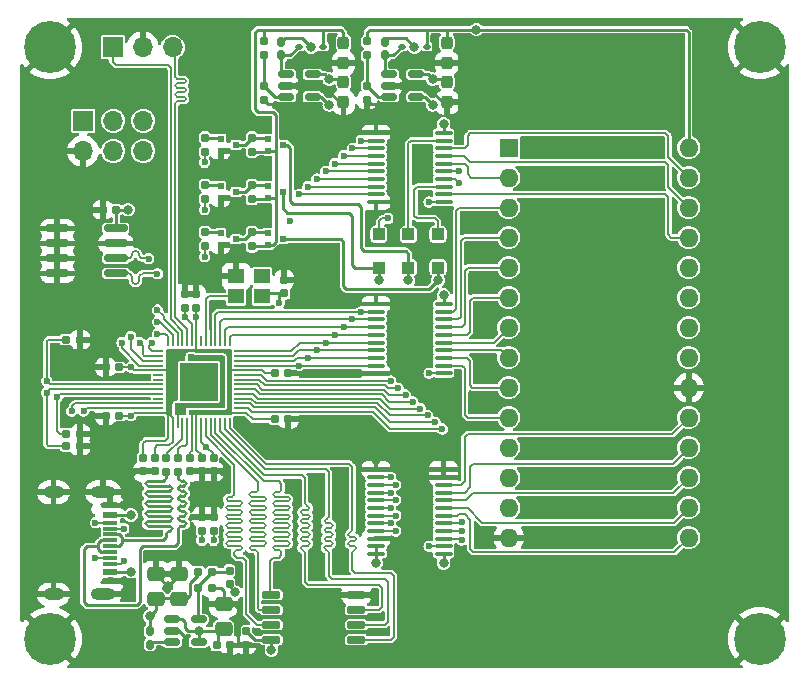
<source format=gbr>
%TF.GenerationSoftware,KiCad,Pcbnew,7.0.5-7.0.5~ubuntu22.04.1*%
%TF.CreationDate,2023-06-06T15:21:38+02:00*%
%TF.ProjectId,sao_eprom_v2,73616f5f-6570-4726-9f6d-5f76322e6b69,rev?*%
%TF.SameCoordinates,Original*%
%TF.FileFunction,Copper,L1,Top*%
%TF.FilePolarity,Positive*%
%FSLAX46Y46*%
G04 Gerber Fmt 4.6, Leading zero omitted, Abs format (unit mm)*
G04 Created by KiCad (PCBNEW 7.0.5-7.0.5~ubuntu22.04.1) date 2023-06-06 15:21:38*
%MOMM*%
%LPD*%
G01*
G04 APERTURE LIST*
G04 Aperture macros list*
%AMRoundRect*
0 Rectangle with rounded corners*
0 $1 Rounding radius*
0 $2 $3 $4 $5 $6 $7 $8 $9 X,Y pos of 4 corners*
0 Add a 4 corners polygon primitive as box body*
4,1,4,$2,$3,$4,$5,$6,$7,$8,$9,$2,$3,0*
0 Add four circle primitives for the rounded corners*
1,1,$1+$1,$2,$3*
1,1,$1+$1,$4,$5*
1,1,$1+$1,$6,$7*
1,1,$1+$1,$8,$9*
0 Add four rect primitives between the rounded corners*
20,1,$1+$1,$2,$3,$4,$5,0*
20,1,$1+$1,$4,$5,$6,$7,0*
20,1,$1+$1,$6,$7,$8,$9,0*
20,1,$1+$1,$8,$9,$2,$3,0*%
G04 Aperture macros list end*
%TA.AperFunction,SMDPad,CuDef*%
%ADD10RoundRect,0.250000X0.300000X-0.300000X0.300000X0.300000X-0.300000X0.300000X-0.300000X-0.300000X0*%
%TD*%
%TA.AperFunction,SMDPad,CuDef*%
%ADD11RoundRect,0.160000X-0.197500X-0.160000X0.197500X-0.160000X0.197500X0.160000X-0.197500X0.160000X0*%
%TD*%
%TA.AperFunction,SMDPad,CuDef*%
%ADD12RoundRect,0.150000X-0.512500X-0.150000X0.512500X-0.150000X0.512500X0.150000X-0.512500X0.150000X0*%
%TD*%
%TA.AperFunction,ComponentPad*%
%ADD13C,0.700000*%
%TD*%
%TA.AperFunction,ComponentPad*%
%ADD14C,4.400000*%
%TD*%
%TA.AperFunction,SMDPad,CuDef*%
%ADD15RoundRect,0.155000X0.212500X0.155000X-0.212500X0.155000X-0.212500X-0.155000X0.212500X-0.155000X0*%
%TD*%
%TA.AperFunction,SMDPad,CuDef*%
%ADD16RoundRect,0.160000X0.160000X-0.197500X0.160000X0.197500X-0.160000X0.197500X-0.160000X-0.197500X0*%
%TD*%
%TA.AperFunction,SMDPad,CuDef*%
%ADD17RoundRect,0.155000X0.155000X-0.212500X0.155000X0.212500X-0.155000X0.212500X-0.155000X-0.212500X0*%
%TD*%
%TA.AperFunction,SMDPad,CuDef*%
%ADD18R,0.600000X0.500000*%
%TD*%
%TA.AperFunction,SMDPad,CuDef*%
%ADD19RoundRect,0.112500X0.187500X0.112500X-0.187500X0.112500X-0.187500X-0.112500X0.187500X-0.112500X0*%
%TD*%
%TA.AperFunction,SMDPad,CuDef*%
%ADD20RoundRect,0.100000X0.637500X0.100000X-0.637500X0.100000X-0.637500X-0.100000X0.637500X-0.100000X0*%
%TD*%
%TA.AperFunction,SMDPad,CuDef*%
%ADD21RoundRect,0.155000X-0.212500X-0.155000X0.212500X-0.155000X0.212500X0.155000X-0.212500X0.155000X0*%
%TD*%
%TA.AperFunction,SMDPad,CuDef*%
%ADD22RoundRect,0.155000X-0.155000X0.212500X-0.155000X-0.212500X0.155000X-0.212500X0.155000X0.212500X0*%
%TD*%
%TA.AperFunction,ComponentPad*%
%ADD23R,1.600000X1.600000*%
%TD*%
%TA.AperFunction,ComponentPad*%
%ADD24O,1.600000X1.600000*%
%TD*%
%TA.AperFunction,SMDPad,CuDef*%
%ADD25RoundRect,0.150000X0.650000X0.150000X-0.650000X0.150000X-0.650000X-0.150000X0.650000X-0.150000X0*%
%TD*%
%TA.AperFunction,SMDPad,CuDef*%
%ADD26RoundRect,0.160000X-0.160000X0.222500X-0.160000X-0.222500X0.160000X-0.222500X0.160000X0.222500X0*%
%TD*%
%TA.AperFunction,SMDPad,CuDef*%
%ADD27RoundRect,0.050000X0.387500X0.050000X-0.387500X0.050000X-0.387500X-0.050000X0.387500X-0.050000X0*%
%TD*%
%TA.AperFunction,SMDPad,CuDef*%
%ADD28RoundRect,0.050000X0.050000X0.387500X-0.050000X0.387500X-0.050000X-0.387500X0.050000X-0.387500X0*%
%TD*%
%TA.AperFunction,ComponentPad*%
%ADD29C,0.600000*%
%TD*%
%TA.AperFunction,SMDPad,CuDef*%
%ADD30R,3.200000X3.200000*%
%TD*%
%TA.AperFunction,SMDPad,CuDef*%
%ADD31RoundRect,0.237500X0.237500X-0.300000X0.237500X0.300000X-0.237500X0.300000X-0.237500X-0.300000X0*%
%TD*%
%TA.AperFunction,SMDPad,CuDef*%
%ADD32RoundRect,0.250000X0.475000X-0.337500X0.475000X0.337500X-0.475000X0.337500X-0.475000X-0.337500X0*%
%TD*%
%TA.AperFunction,SMDPad,CuDef*%
%ADD33RoundRect,0.150000X-0.825000X-0.150000X0.825000X-0.150000X0.825000X0.150000X-0.825000X0.150000X0*%
%TD*%
%TA.AperFunction,SMDPad,CuDef*%
%ADD34RoundRect,0.100000X-0.637500X-0.100000X0.637500X-0.100000X0.637500X0.100000X-0.637500X0.100000X0*%
%TD*%
%TA.AperFunction,SMDPad,CuDef*%
%ADD35R,1.240000X0.600000*%
%TD*%
%TA.AperFunction,SMDPad,CuDef*%
%ADD36R,1.240000X0.300000*%
%TD*%
%TA.AperFunction,ComponentPad*%
%ADD37O,2.100000X1.000000*%
%TD*%
%TA.AperFunction,ComponentPad*%
%ADD38O,1.800000X1.000000*%
%TD*%
%TA.AperFunction,ComponentPad*%
%ADD39R,1.700000X1.700000*%
%TD*%
%TA.AperFunction,ComponentPad*%
%ADD40O,1.700000X1.700000*%
%TD*%
%TA.AperFunction,SMDPad,CuDef*%
%ADD41R,1.400000X1.200000*%
%TD*%
%TA.AperFunction,ViaPad*%
%ADD42C,0.800000*%
%TD*%
%TA.AperFunction,ViaPad*%
%ADD43C,0.600000*%
%TD*%
%TA.AperFunction,Conductor*%
%ADD44C,0.250000*%
%TD*%
%TA.AperFunction,Conductor*%
%ADD45C,0.200000*%
%TD*%
G04 APERTURE END LIST*
D10*
%TO.P,D1,1,K*%
%TO.N,/EPROM and level shifters/VppB*%
X155000000Y-51400000D03*
%TO.P,D1,2,A*%
%TO.N,/EPROM and level shifters/~{OE}*%
X155000000Y-48600000D03*
%TD*%
%TO.P,D3,1,K*%
%TO.N,/EPROM and level shifters/Q9*%
X160000000Y-51400000D03*
%TO.P,D3,2,A*%
%TO.N,Net-(D3-A)*%
X160000000Y-48600000D03*
%TD*%
D11*
%TO.P,R4,1*%
%TO.N,/Power generation/VppBEN*%
X128500000Y-66500000D03*
%TO.P,R4,2*%
%TO.N,GND*%
X129695000Y-66500000D03*
%TD*%
D12*
%TO.P,U8,1,EN*%
%TO.N,VBUS*%
X137462500Y-81200000D03*
%TO.P,U8,2,GND*%
%TO.N,GND*%
X137462500Y-82150000D03*
%TO.P,U8,3,SW*%
%TO.N,Net-(U8-SW)*%
X137462500Y-83100000D03*
%TO.P,U8,4,VIN*%
%TO.N,VBUS*%
X139737500Y-83100000D03*
%TO.P,U8,5,FB*%
%TO.N,Net-(U8-FB)*%
X139737500Y-81200000D03*
%TD*%
D13*
%TO.P,H3,1,1*%
%TO.N,GND*%
X185600000Y-32750000D03*
X186083274Y-31583274D03*
X186083274Y-33916726D03*
X187250000Y-31100000D03*
D14*
X187250000Y-32750000D03*
D13*
X187250000Y-34400000D03*
X188416726Y-31583274D03*
X188416726Y-33916726D03*
X188900000Y-32750000D03*
%TD*%
D15*
%TO.P,C17,1*%
%TO.N,GND*%
X147335000Y-64250000D03*
%TO.P,C17,2*%
%TO.N,+3V3*%
X146200000Y-64250000D03*
%TD*%
D16*
%TO.P,R14,1*%
%TO.N,GND*%
X154000000Y-37200000D03*
%TO.P,R14,2*%
%TO.N,Net-(U9-FB)*%
X154000000Y-36005000D03*
%TD*%
D17*
%TO.P,C21,1*%
%TO.N,GND*%
X141000000Y-68667500D03*
%TO.P,C21,2*%
%TO.N,+1V1*%
X141000000Y-67532500D03*
%TD*%
D18*
%TO.P,Q6,1,G*%
%TO.N,Net-(Q5-D)*%
X145600000Y-48500000D03*
%TO.P,Q6,2,S*%
%TO.N,/Power generation/12V75*%
X145600000Y-49500000D03*
%TO.P,Q6,3,D*%
%TO.N,/EPROM and level shifters/Q9*%
X146900000Y-49000000D03*
%TD*%
D16*
%TO.P,R6,1*%
%TO.N,Net-(J2-CC1)*%
X140000000Y-73695000D03*
%TO.P,R6,2*%
%TO.N,GND*%
X140000000Y-72500000D03*
%TD*%
D19*
%TO.P,D5,1,K*%
%TO.N,/Power generation/12V75*%
X150300000Y-32700000D03*
%TO.P,D5,2,A*%
%TO.N,Net-(D5-A)*%
X148200000Y-32700000D03*
%TD*%
D20*
%TO.P,U6,1,VccA*%
%TO.N,+5V*%
X160475000Y-75650000D03*
%TO.P,U6,2,DIR*%
%TO.N,/EPROM and level shifters/OE*%
X160475000Y-75000000D03*
%TO.P,U6,3,A0*%
%TO.N,/EPROM and level shifters/D0H*%
X160475000Y-74350000D03*
%TO.P,U6,4,A1*%
%TO.N,/EPROM and level shifters/D1H*%
X160475000Y-73700000D03*
%TO.P,U6,5,A2*%
%TO.N,/EPROM and level shifters/D2H*%
X160475000Y-73050000D03*
%TO.P,U6,6,A3*%
%TO.N,/EPROM and level shifters/D3H*%
X160475000Y-72400000D03*
%TO.P,U6,7,A4*%
%TO.N,/EPROM and level shifters/D4H*%
X160475000Y-71750000D03*
%TO.P,U6,8,A5*%
%TO.N,/EPROM and level shifters/D5H*%
X160475000Y-71100000D03*
%TO.P,U6,9,A6*%
%TO.N,/EPROM and level shifters/D6H*%
X160475000Y-70450000D03*
%TO.P,U6,10,A7*%
%TO.N,/EPROM and level shifters/D7H*%
X160475000Y-69800000D03*
%TO.P,U6,11,GND*%
%TO.N,GND*%
X160475000Y-69150000D03*
%TO.P,U6,12,GND*%
X160475000Y-68500000D03*
%TO.P,U6,13,GND*%
X154750000Y-68500000D03*
%TO.P,U6,14,B7*%
%TO.N,/EPROM and level shifters/D7*%
X154750000Y-69150000D03*
%TO.P,U6,15,B6*%
%TO.N,/EPROM and level shifters/D6*%
X154750000Y-69800000D03*
%TO.P,U6,16,B5*%
%TO.N,/EPROM and level shifters/D5*%
X154750000Y-70450000D03*
%TO.P,U6,17,B4*%
%TO.N,/EPROM and level shifters/D4*%
X154750000Y-71100000D03*
%TO.P,U6,18,B3*%
%TO.N,/EPROM and level shifters/D3*%
X154750000Y-71750000D03*
%TO.P,U6,19,B2*%
%TO.N,/EPROM and level shifters/D2*%
X154750000Y-72400000D03*
%TO.P,U6,20,B1*%
%TO.N,/EPROM and level shifters/D1*%
X154750000Y-73050000D03*
%TO.P,U6,21,B0*%
%TO.N,/EPROM and level shifters/D0*%
X154750000Y-73700000D03*
%TO.P,U6,22,~{OE}*%
%TO.N,GND*%
X154750000Y-74350000D03*
%TO.P,U6,23,VccB*%
%TO.N,+3V3*%
X154750000Y-75000000D03*
%TO.P,U6,24,VccB*%
X154750000Y-75650000D03*
%TD*%
D13*
%TO.P,H4,1,1*%
%TO.N,GND*%
X185600000Y-82850000D03*
X186083274Y-81683274D03*
X186083274Y-84016726D03*
X187250000Y-81200000D03*
D14*
X187250000Y-82850000D03*
D13*
X187250000Y-84500000D03*
X188416726Y-81683274D03*
X188416726Y-84016726D03*
X188900000Y-82850000D03*
%TD*%
D16*
%TO.P,R16,1*%
%TO.N,/Power generation/VppAEN*%
X140250000Y-41597500D03*
%TO.P,R16,2*%
%TO.N,Net-(Q1-G)*%
X140250000Y-40402500D03*
%TD*%
D21*
%TO.P,C20,1*%
%TO.N,GND*%
X131865000Y-59850000D03*
%TO.P,C20,2*%
%TO.N,+3V3*%
X133000000Y-59850000D03*
%TD*%
D18*
%TO.P,Q2,1,G*%
%TO.N,Net-(Q1-D)*%
X145600000Y-40500000D03*
%TO.P,Q2,2,S*%
%TO.N,/Power generation/12V75*%
X145600000Y-41500000D03*
%TO.P,Q2,3,D*%
%TO.N,/EPROM and level shifters/Q15*%
X146900000Y-41000000D03*
%TD*%
D11*
%TO.P,R3,1*%
%TO.N,/Power generation/VppAEN*%
X128500000Y-57500000D03*
%TO.P,R3,2*%
%TO.N,GND*%
X129695000Y-57500000D03*
%TD*%
D22*
%TO.P,C18,1*%
%TO.N,GND*%
X139550000Y-53665000D03*
%TO.P,C18,2*%
%TO.N,+3V3*%
X139550000Y-54800000D03*
%TD*%
D12*
%TO.P,U9,1,SW*%
%TO.N,Net-(D4-A)*%
X155862500Y-35050000D03*
%TO.P,U9,2,GND*%
%TO.N,GND*%
X155862500Y-36000000D03*
%TO.P,U9,3,FB*%
%TO.N,Net-(U9-FB)*%
X155862500Y-36950000D03*
%TO.P,U9,4,~{SHDN}*%
%TO.N,+3V3*%
X158137500Y-36950000D03*
%TO.P,U9,5,IN*%
X158137500Y-35050000D03*
%TD*%
D23*
%TO.P,U5,1,A15/VppA*%
%TO.N,/EPROM and level shifters/Q15*%
X166000000Y-41250000D03*
D24*
%TO.P,U5,2,A12*%
%TO.N,/EPROM and level shifters/Q12*%
X166000000Y-43790000D03*
%TO.P,U5,3,A7*%
%TO.N,/EPROM and level shifters/Q7*%
X166000000Y-46330000D03*
%TO.P,U5,4,A6*%
%TO.N,/EPROM and level shifters/Q6*%
X166000000Y-48870000D03*
%TO.P,U5,5,A5*%
%TO.N,/EPROM and level shifters/Q5*%
X166000000Y-51410000D03*
%TO.P,U5,6,A4*%
%TO.N,/EPROM and level shifters/Q4*%
X166000000Y-53950000D03*
%TO.P,U5,7,A3*%
%TO.N,/EPROM and level shifters/Q3*%
X166000000Y-56490000D03*
%TO.P,U5,8,A2*%
%TO.N,/EPROM and level shifters/Q2*%
X166000000Y-59030000D03*
%TO.P,U5,9,A1*%
%TO.N,/EPROM and level shifters/Q1*%
X166000000Y-61570000D03*
%TO.P,U5,10,A0*%
%TO.N,/EPROM and level shifters/Q0*%
X166000000Y-64110000D03*
%TO.P,U5,11,D0*%
%TO.N,/EPROM and level shifters/D0H*%
X166000000Y-66650000D03*
%TO.P,U5,12,D1*%
%TO.N,/EPROM and level shifters/D1H*%
X166000000Y-69190000D03*
%TO.P,U5,13,D2*%
%TO.N,/EPROM and level shifters/D2H*%
X166000000Y-71730000D03*
%TO.P,U5,14,GND*%
%TO.N,GND*%
X166000000Y-74270000D03*
%TO.P,U5,15,D3*%
%TO.N,/EPROM and level shifters/D3H*%
X181240000Y-74270000D03*
%TO.P,U5,16,D4*%
%TO.N,/EPROM and level shifters/D4H*%
X181240000Y-71730000D03*
%TO.P,U5,17,D5*%
%TO.N,/EPROM and level shifters/D5H*%
X181240000Y-69190000D03*
%TO.P,U5,18,D6*%
%TO.N,/EPROM and level shifters/D6H*%
X181240000Y-66650000D03*
%TO.P,U5,19,D7*%
%TO.N,/EPROM and level shifters/D7H*%
X181240000Y-64110000D03*
%TO.P,U5,20,~{CE}*%
%TO.N,GND*%
X181240000Y-61570000D03*
%TO.P,U5,21,A10*%
%TO.N,/EPROM and level shifters/Q10*%
X181240000Y-59030000D03*
%TO.P,U5,22,~{OE}/VppB*%
%TO.N,/EPROM and level shifters/VppB*%
X181240000Y-56490000D03*
%TO.P,U5,23,A11*%
%TO.N,/EPROM and level shifters/Q11*%
X181240000Y-53950000D03*
%TO.P,U5,24,A9/Vdet*%
%TO.N,/EPROM and level shifters/Q9*%
X181240000Y-51410000D03*
%TO.P,U5,25,A8*%
%TO.N,/EPROM and level shifters/Q8*%
X181240000Y-48870000D03*
%TO.P,U5,26,A13*%
%TO.N,/EPROM and level shifters/Q13*%
X181240000Y-46330000D03*
%TO.P,U5,27,A14*%
%TO.N,/EPROM and level shifters/Q14*%
X181240000Y-43790000D03*
%TO.P,U5,28,Vcc*%
%TO.N,+5V*%
X181240000Y-41250000D03*
%TD*%
D25*
%TO.P,U1,1,~{CS}*%
%TO.N,/~{QSPI_CS}*%
X153100000Y-82905000D03*
%TO.P,U1,2,DO(IO1)*%
%TO.N,/QSPI_D1*%
X153100000Y-81635000D03*
%TO.P,U1,3,IO2*%
%TO.N,/QSPI_D2*%
X153100000Y-80365000D03*
%TO.P,U1,4,GND*%
%TO.N,GND*%
X153100000Y-79095000D03*
%TO.P,U1,5,DI(IO0)*%
%TO.N,/QSPI_D0*%
X145900000Y-79095000D03*
%TO.P,U1,6,CLK*%
%TO.N,/QSPI_CLK*%
X145900000Y-80365000D03*
%TO.P,U1,7,IO3*%
%TO.N,/QSPI_D3*%
X145900000Y-81635000D03*
%TO.P,U1,8,VCC*%
%TO.N,+3V3*%
X145900000Y-82905000D03*
%TD*%
D12*
%TO.P,U10,1,SW*%
%TO.N,Net-(D5-A)*%
X147112500Y-35050000D03*
%TO.P,U10,2,GND*%
%TO.N,GND*%
X147112500Y-36000000D03*
%TO.P,U10,3,FB*%
%TO.N,Net-(U10-FB)*%
X147112500Y-36950000D03*
%TO.P,U10,4,~{SHDN}*%
%TO.N,+3V3*%
X149387500Y-36950000D03*
%TO.P,U10,5,IN*%
X149387500Y-35050000D03*
%TD*%
D17*
%TO.P,C4,1*%
%TO.N,GND*%
X135000000Y-68667500D03*
%TO.P,C4,2*%
%TO.N,+3V3*%
X135000000Y-67532500D03*
%TD*%
D26*
%TO.P,L2,1*%
%TO.N,+3V3*%
X155500000Y-32277500D03*
%TO.P,L2,2*%
%TO.N,Net-(D4-A)*%
X155500000Y-33422500D03*
%TD*%
D27*
%TO.P,U2,1,IOVDD*%
%TO.N,+3V3*%
X143187500Y-63700000D03*
%TO.P,U2,2,GPIO0*%
%TO.N,/EPROM and level shifters/D0*%
X143187500Y-63300000D03*
%TO.P,U2,3,GPIO1*%
%TO.N,/EPROM and level shifters/D1*%
X143187500Y-62900000D03*
%TO.P,U2,4,GPIO2*%
%TO.N,/EPROM and level shifters/D2*%
X143187500Y-62500000D03*
%TO.P,U2,5,GPIO3*%
%TO.N,/EPROM and level shifters/D3*%
X143187500Y-62100000D03*
%TO.P,U2,6,GPIO4*%
%TO.N,/EPROM and level shifters/D4*%
X143187500Y-61700000D03*
%TO.P,U2,7,GPIO5*%
%TO.N,/EPROM and level shifters/D5*%
X143187500Y-61300000D03*
%TO.P,U2,8,GPIO6*%
%TO.N,/EPROM and level shifters/D6*%
X143187500Y-60900000D03*
%TO.P,U2,9,GPIO7*%
%TO.N,/EPROM and level shifters/D7*%
X143187500Y-60500000D03*
%TO.P,U2,10,IOVDD*%
%TO.N,+3V3*%
X143187500Y-60100000D03*
%TO.P,U2,11,GPIO8*%
%TO.N,/EPROM and level shifters/A0*%
X143187500Y-59700000D03*
%TO.P,U2,12,GPIO9*%
%TO.N,/EPROM and level shifters/A1*%
X143187500Y-59300000D03*
%TO.P,U2,13,GPIO10*%
%TO.N,/EPROM and level shifters/A2*%
X143187500Y-58900000D03*
%TO.P,U2,14,GPIO11*%
%TO.N,/EPROM and level shifters/A3*%
X143187500Y-58500000D03*
D28*
%TO.P,U2,15,GPIO12*%
%TO.N,/EPROM and level shifters/A4*%
X142350000Y-57662500D03*
%TO.P,U2,16,GPIO13*%
%TO.N,/EPROM and level shifters/A5*%
X141950000Y-57662500D03*
%TO.P,U2,17,GPIO14*%
%TO.N,/EPROM and level shifters/A6*%
X141550000Y-57662500D03*
%TO.P,U2,18,GPIO15*%
%TO.N,/EPROM and level shifters/A7*%
X141150000Y-57662500D03*
%TO.P,U2,19,TESTEN*%
%TO.N,GND*%
X140750000Y-57662500D03*
%TO.P,U2,20,XIN*%
%TO.N,12MHz*%
X140350000Y-57662500D03*
%TO.P,U2,21,XOUT*%
%TO.N,unconnected-(U2-XOUT-Pad21)*%
X139950000Y-57662500D03*
%TO.P,U2,22,IOVDD*%
%TO.N,+3V3*%
X139550000Y-57662500D03*
%TO.P,U2,23,DVDD*%
%TO.N,+1V1*%
X139150000Y-57662500D03*
%TO.P,U2,24,SWCLK*%
%TO.N,/SWD_CLK*%
X138750000Y-57662500D03*
%TO.P,U2,25,SWD*%
%TO.N,/SWD_DATA*%
X138350000Y-57662500D03*
%TO.P,U2,26,RUN*%
%TO.N,+3V3*%
X137950000Y-57662500D03*
%TO.P,U2,27,GPIO16*%
%TO.N,/EPROM and level shifters/OE*%
X137550000Y-57662500D03*
%TO.P,U2,28,GPIO17*%
%TO.N,/EPROM and level shifters/~{OE}*%
X137150000Y-57662500D03*
D27*
%TO.P,U2,29,GPIO18*%
%TO.N,/EPROM and level shifters/ALS*%
X136312500Y-58500000D03*
%TO.P,U2,30,GPIO19*%
%TO.N,/EPROM and level shifters/AHS*%
X136312500Y-58900000D03*
%TO.P,U2,31,GPIO20*%
%TO.N,SDA*%
X136312500Y-59300000D03*
%TO.P,U2,32,GPIO21*%
%TO.N,SCL*%
X136312500Y-59700000D03*
%TO.P,U2,33,IOVDD*%
%TO.N,+3V3*%
X136312500Y-60100000D03*
%TO.P,U2,34,GPIO22*%
%TO.N,unconnected-(U2-GPIO22-Pad34)*%
X136312500Y-60500000D03*
%TO.P,U2,35,GPIO23*%
%TO.N,unconnected-(U2-GPIO23-Pad35)*%
X136312500Y-60900000D03*
%TO.P,U2,36,GPIO24*%
%TO.N,/Power generation/VppAEN*%
X136312500Y-61300000D03*
%TO.P,U2,37,GPIO25*%
%TO.N,/Power generation/VppBEN*%
X136312500Y-61700000D03*
%TO.P,U2,38,GPIO26_ADC0*%
%TO.N,/Power generation/VdetEN*%
X136312500Y-62100000D03*
%TO.P,U2,39,GPIO27_ADC1*%
%TO.N,unconnected-(U2-GPIO27_ADC1-Pad39)*%
X136312500Y-62500000D03*
%TO.P,U2,40,GPIO28_ADC2*%
%TO.N,SBU1*%
X136312500Y-62900000D03*
%TO.P,U2,41,GPIO29_ADC3*%
%TO.N,SBU2*%
X136312500Y-63300000D03*
%TO.P,U2,42,IOVDD*%
%TO.N,+3V3*%
X136312500Y-63700000D03*
D28*
%TO.P,U2,43,ADC_AVDD*%
X137150000Y-64537500D03*
%TO.P,U2,44,VREG_IN*%
X137550000Y-64537500D03*
%TO.P,U2,45,VREG_VOUT*%
%TO.N,+1V1*%
X137950000Y-64537500D03*
%TO.P,U2,46,USB_DM*%
%TO.N,/RP2040_D-*%
X138350000Y-64537500D03*
%TO.P,U2,47,USB_DP*%
%TO.N,/RP2040_D+*%
X138750000Y-64537500D03*
%TO.P,U2,48,USB_VDD*%
%TO.N,+3V3*%
X139150000Y-64537500D03*
%TO.P,U2,49,IOVDD*%
X139550000Y-64537500D03*
%TO.P,U2,50,DVDD*%
%TO.N,+1V1*%
X139950000Y-64537500D03*
%TO.P,U2,51,QSPI_SD3*%
%TO.N,/QSPI_D3*%
X140350000Y-64537500D03*
%TO.P,U2,52,QSPI_SCLK*%
%TO.N,/QSPI_CLK*%
X140750000Y-64537500D03*
%TO.P,U2,53,QSPI_SD0*%
%TO.N,/QSPI_D0*%
X141150000Y-64537500D03*
%TO.P,U2,54,QSPI_SD2*%
%TO.N,/QSPI_D2*%
X141550000Y-64537500D03*
%TO.P,U2,55,QSPI_SD1*%
%TO.N,/QSPI_D1*%
X141950000Y-64537500D03*
%TO.P,U2,56,QSPI_SS*%
%TO.N,/~{QSPI_CS}*%
X142350000Y-64537500D03*
D29*
%TO.P,U2,57,GND*%
%TO.N,GND*%
X141020000Y-62370000D03*
X141020000Y-61100000D03*
X141020000Y-59830000D03*
X139750000Y-62370000D03*
X139750000Y-61100000D03*
D30*
X139750000Y-61100000D03*
D29*
X139750000Y-59830000D03*
X138480000Y-62370000D03*
X138480000Y-61100000D03*
X138480000Y-59830000D03*
%TD*%
D31*
%TO.P,C9,1*%
%TO.N,GND*%
X160750000Y-34087500D03*
%TO.P,C9,2*%
%TO.N,+5V*%
X160750000Y-32362500D03*
%TD*%
D32*
%TO.P,C7,1*%
%TO.N,VBUS*%
X141850000Y-81987500D03*
%TO.P,C7,2*%
%TO.N,GND*%
X141850000Y-79912500D03*
%TD*%
D31*
%TO.P,C11,1*%
%TO.N,GND*%
X152000000Y-34087500D03*
%TO.P,C11,2*%
%TO.N,/Power generation/12V75*%
X152000000Y-32362500D03*
%TD*%
D11*
%TO.P,R5,1*%
%TO.N,/Power generation/VdetEN*%
X128500000Y-65500000D03*
%TO.P,R5,2*%
%TO.N,GND*%
X129695000Y-65500000D03*
%TD*%
D18*
%TO.P,Q1,1,G*%
%TO.N,Net-(Q1-G)*%
X141600000Y-40500000D03*
%TO.P,Q1,2,S*%
%TO.N,GND*%
X141600000Y-41500000D03*
%TO.P,Q1,3,D*%
%TO.N,Net-(Q1-D)*%
X142900000Y-41000000D03*
%TD*%
D17*
%TO.P,C23,1*%
%TO.N,+3V3*%
X147000000Y-53567500D03*
%TO.P,C23,2*%
%TO.N,GND*%
X147000000Y-52432500D03*
%TD*%
D16*
%TO.P,R7,1*%
%TO.N,Net-(J2-CC2)*%
X141000000Y-73695000D03*
%TO.P,R7,2*%
%TO.N,GND*%
X141000000Y-72500000D03*
%TD*%
D33*
%TO.P,U3,1,A0*%
%TO.N,GND*%
X127775000Y-48095000D03*
%TO.P,U3,2,A1*%
X127775000Y-49365000D03*
%TO.P,U3,3,A2*%
X127775000Y-50635000D03*
%TO.P,U3,4,GND*%
X127775000Y-51905000D03*
%TO.P,U3,5,SDA*%
%TO.N,SDA*%
X132725000Y-51905000D03*
%TO.P,U3,6,SCL*%
%TO.N,SCL*%
X132725000Y-50635000D03*
%TO.P,U3,7,WP*%
%TO.N,GND*%
X132725000Y-49365000D03*
%TO.P,U3,8,VCC*%
%TO.N,+3V3*%
X132725000Y-48095000D03*
%TD*%
D15*
%TO.P,C16,1*%
%TO.N,GND*%
X147334842Y-60350000D03*
%TO.P,C16,2*%
%TO.N,+3V3*%
X146199842Y-60350000D03*
%TD*%
D32*
%TO.P,C12,1*%
%TO.N,+3V3*%
X136100000Y-79437500D03*
%TO.P,C12,2*%
%TO.N,GND*%
X136100000Y-77362500D03*
%TD*%
D16*
%TO.P,R2,1*%
%TO.N,/Power generation/12V75*%
X144250000Y-49597500D03*
%TO.P,R2,2*%
%TO.N,Net-(Q5-D)*%
X144250000Y-48402500D03*
%TD*%
D22*
%TO.P,C15,1*%
%TO.N,+3V3*%
X143775000Y-82207500D03*
%TO.P,C15,2*%
%TO.N,GND*%
X143775000Y-83342500D03*
%TD*%
D34*
%TO.P,U7,1,OE*%
%TO.N,GND*%
X154750000Y-40000000D03*
%TO.P,U7,2,D0*%
%TO.N,/EPROM and level shifters/A7*%
X154750000Y-40650000D03*
%TO.P,U7,3,D1*%
%TO.N,/EPROM and level shifters/A6*%
X154750000Y-41300000D03*
%TO.P,U7,4,D2*%
%TO.N,/EPROM and level shifters/A5*%
X154750000Y-41950000D03*
%TO.P,U7,5,D3*%
%TO.N,/EPROM and level shifters/A4*%
X154750000Y-42600000D03*
%TO.P,U7,6,D4*%
%TO.N,/EPROM and level shifters/A3*%
X154750000Y-43250000D03*
%TO.P,U7,7,D5*%
%TO.N,/EPROM and level shifters/A2*%
X154750000Y-43900000D03*
%TO.P,U7,8,D6*%
%TO.N,/EPROM and level shifters/A1*%
X154750000Y-44550000D03*
%TO.P,U7,9,D7*%
%TO.N,/EPROM and level shifters/A0*%
X154750000Y-45200000D03*
%TO.P,U7,10,GND*%
%TO.N,GND*%
X154750000Y-45850000D03*
%TO.P,U7,11,Load*%
%TO.N,/EPROM and level shifters/AHS*%
X160475000Y-45850000D03*
%TO.P,U7,12,Q7*%
%TO.N,/EPROM and level shifters/Q8*%
X160475000Y-45200000D03*
%TO.P,U7,13,Q6*%
%TO.N,Net-(D3-A)*%
X160475000Y-44550000D03*
%TO.P,U7,14,Q5*%
%TO.N,/EPROM and level shifters/Q10*%
X160475000Y-43900000D03*
%TO.P,U7,15,Q4*%
%TO.N,/EPROM and level shifters/Q11*%
X160475000Y-43250000D03*
%TO.P,U7,16,Q3*%
%TO.N,/EPROM and level shifters/Q12*%
X160475000Y-42600000D03*
%TO.P,U7,17,Q2*%
%TO.N,/EPROM and level shifters/Q13*%
X160475000Y-41950000D03*
%TO.P,U7,18,Q1*%
%TO.N,/EPROM and level shifters/Q14*%
X160475000Y-41300000D03*
%TO.P,U7,19,Q0*%
%TO.N,Net-(D2-A)*%
X160475000Y-40650000D03*
%TO.P,U7,20,VCC*%
%TO.N,+3V3*%
X160475000Y-40000000D03*
%TD*%
D18*
%TO.P,Q3,1,G*%
%TO.N,Net-(Q3-G)*%
X141600000Y-44500000D03*
%TO.P,Q3,2,S*%
%TO.N,GND*%
X141600000Y-45500000D03*
%TO.P,Q3,3,D*%
%TO.N,Net-(Q3-D)*%
X142900000Y-45000000D03*
%TD*%
D21*
%TO.P,C19,1*%
%TO.N,GND*%
X131865000Y-63950000D03*
%TO.P,C19,2*%
%TO.N,+3V3*%
X133000000Y-63950000D03*
%TD*%
D26*
%TO.P,L3,1*%
%TO.N,+3V3*%
X146750000Y-32277500D03*
%TO.P,L3,2*%
%TO.N,Net-(D5-A)*%
X146750000Y-33422500D03*
%TD*%
D32*
%TO.P,C13,1*%
%TO.N,+3V3*%
X138100000Y-79437500D03*
%TO.P,C13,2*%
%TO.N,GND*%
X138100000Y-77362500D03*
%TD*%
D16*
%TO.P,R12,1*%
%TO.N,Net-(U9-FB)*%
X154000000Y-33447500D03*
%TO.P,R12,2*%
%TO.N,+5V*%
X154000000Y-32252500D03*
%TD*%
D11*
%TO.P,R11,1*%
%TO.N,Net-(U8-FB)*%
X139702500Y-78500000D03*
%TO.P,R11,2*%
%TO.N,GND*%
X140897500Y-78500000D03*
%TD*%
%TO.P,R10,1*%
%TO.N,+3V3*%
X139702500Y-77150000D03*
%TO.P,R10,2*%
%TO.N,Net-(U8-FB)*%
X140897500Y-77150000D03*
%TD*%
D16*
%TO.P,R15,1*%
%TO.N,GND*%
X145250000Y-37197500D03*
%TO.P,R15,2*%
%TO.N,Net-(U10-FB)*%
X145250000Y-36002500D03*
%TD*%
D13*
%TO.P,H2,1,1*%
%TO.N,GND*%
X125500000Y-82850000D03*
X125983274Y-81683274D03*
X125983274Y-84016726D03*
X127150000Y-81200000D03*
D14*
X127150000Y-82850000D03*
D13*
X127150000Y-84500000D03*
X128316726Y-81683274D03*
X128316726Y-84016726D03*
X128800000Y-82850000D03*
%TD*%
%TO.P,H1,1,1*%
%TO.N,GND*%
X125500000Y-32750000D03*
X125983274Y-31583274D03*
X125983274Y-33916726D03*
X127150000Y-31100000D03*
D14*
X127150000Y-32750000D03*
D13*
X127150000Y-34400000D03*
X128316726Y-31583274D03*
X128316726Y-33916726D03*
X128800000Y-32750000D03*
%TD*%
D19*
%TO.P,D4,1,K*%
%TO.N,+5V*%
X159050000Y-32700000D03*
%TO.P,D4,2,A*%
%TO.N,Net-(D4-A)*%
X156950000Y-32700000D03*
%TD*%
D26*
%TO.P,L1,1,1*%
%TO.N,+3V3*%
X135600000Y-82177500D03*
%TO.P,L1,2,2*%
%TO.N,Net-(U8-SW)*%
X135600000Y-83322500D03*
%TD*%
D15*
%TO.P,C14,1*%
%TO.N,+3V3*%
X132750000Y-46500000D03*
%TO.P,C14,2*%
%TO.N,GND*%
X131615000Y-46500000D03*
%TD*%
D17*
%TO.P,C3,1*%
%TO.N,GND*%
X136000000Y-68667500D03*
%TO.P,C3,2*%
%TO.N,+3V3*%
X136000000Y-67532500D03*
%TD*%
D34*
%TO.P,U4,1,OE*%
%TO.N,GND*%
X154750000Y-54500000D03*
%TO.P,U4,2,D0*%
%TO.N,/EPROM and level shifters/A7*%
X154750000Y-55150000D03*
%TO.P,U4,3,D1*%
%TO.N,/EPROM and level shifters/A6*%
X154750000Y-55800000D03*
%TO.P,U4,4,D2*%
%TO.N,/EPROM and level shifters/A5*%
X154750000Y-56450000D03*
%TO.P,U4,5,D3*%
%TO.N,/EPROM and level shifters/A4*%
X154750000Y-57100000D03*
%TO.P,U4,6,D4*%
%TO.N,/EPROM and level shifters/A3*%
X154750000Y-57750000D03*
%TO.P,U4,7,D5*%
%TO.N,/EPROM and level shifters/A2*%
X154750000Y-58400000D03*
%TO.P,U4,8,D6*%
%TO.N,/EPROM and level shifters/A1*%
X154750000Y-59050000D03*
%TO.P,U4,9,D7*%
%TO.N,/EPROM and level shifters/A0*%
X154750000Y-59700000D03*
%TO.P,U4,10,GND*%
%TO.N,GND*%
X154750000Y-60350000D03*
%TO.P,U4,11,Load*%
%TO.N,/EPROM and level shifters/ALS*%
X160475000Y-60350000D03*
%TO.P,U4,12,Q7*%
%TO.N,/EPROM and level shifters/Q0*%
X160475000Y-59700000D03*
%TO.P,U4,13,Q6*%
%TO.N,/EPROM and level shifters/Q1*%
X160475000Y-59050000D03*
%TO.P,U4,14,Q5*%
%TO.N,/EPROM and level shifters/Q2*%
X160475000Y-58400000D03*
%TO.P,U4,15,Q4*%
%TO.N,/EPROM and level shifters/Q3*%
X160475000Y-57750000D03*
%TO.P,U4,16,Q3*%
%TO.N,/EPROM and level shifters/Q4*%
X160475000Y-57100000D03*
%TO.P,U4,17,Q2*%
%TO.N,/EPROM and level shifters/Q5*%
X160475000Y-56450000D03*
%TO.P,U4,18,Q1*%
%TO.N,/EPROM and level shifters/Q6*%
X160475000Y-55800000D03*
%TO.P,U4,19,Q0*%
%TO.N,/EPROM and level shifters/Q7*%
X160475000Y-55150000D03*
%TO.P,U4,20,VCC*%
%TO.N,+3V3*%
X160475000Y-54500000D03*
%TD*%
D31*
%TO.P,C8,1*%
%TO.N,GND*%
X160750000Y-37412500D03*
%TO.P,C8,2*%
%TO.N,+3V3*%
X160750000Y-35687500D03*
%TD*%
D17*
%TO.P,C5,1*%
%TO.N,+3V3*%
X142350000Y-78197500D03*
%TO.P,C5,2*%
%TO.N,Net-(U8-FB)*%
X142350000Y-77062500D03*
%TD*%
%TO.P,C2,1*%
%TO.N,GND*%
X139000000Y-68667500D03*
%TO.P,C2,2*%
%TO.N,+3V3*%
X139000000Y-67532500D03*
%TD*%
D18*
%TO.P,Q4,1,G*%
%TO.N,Net-(Q3-D)*%
X145600000Y-44500000D03*
%TO.P,Q4,2,S*%
%TO.N,/Power generation/12V75*%
X145600000Y-45500000D03*
%TO.P,Q4,3,D*%
%TO.N,/EPROM and level shifters/VppB*%
X146900000Y-45000000D03*
%TD*%
D16*
%TO.P,R18,1*%
%TO.N,/Power generation/VppBEN*%
X140250000Y-45597500D03*
%TO.P,R18,2*%
%TO.N,Net-(Q3-G)*%
X140250000Y-44402500D03*
%TD*%
D10*
%TO.P,D2,1,K*%
%TO.N,/EPROM and level shifters/Q15*%
X157500000Y-51400000D03*
%TO.P,D2,2,A*%
%TO.N,Net-(D2-A)*%
X157500000Y-48600000D03*
%TD*%
D31*
%TO.P,C10,1*%
%TO.N,GND*%
X152000000Y-37412500D03*
%TO.P,C10,2*%
%TO.N,+3V3*%
X152000000Y-35687500D03*
%TD*%
D35*
%TO.P,J2,A1,GND*%
%TO.N,GND*%
X132250000Y-71550000D03*
%TO.P,J2,A4,VBUS*%
%TO.N,VBUS*%
X132250000Y-72350000D03*
D36*
%TO.P,J2,A5,CC1*%
%TO.N,Net-(J2-CC1)*%
X132250000Y-73500000D03*
%TO.P,J2,A6,D+*%
%TO.N,USB_D+*%
X132250000Y-74500000D03*
%TO.P,J2,A7,D-*%
%TO.N,USB_D-*%
X132250000Y-75000000D03*
%TO.P,J2,A8,SBU1*%
%TO.N,SBU1*%
X132250000Y-76000000D03*
D35*
%TO.P,J2,A9,VBUS*%
%TO.N,VBUS*%
X132250000Y-77150000D03*
%TO.P,J2,A12,GND*%
%TO.N,GND*%
X132250000Y-77950000D03*
%TO.P,J2,B1,GND*%
X132250000Y-77950000D03*
%TO.P,J2,B4,VBUS*%
%TO.N,VBUS*%
X132250000Y-77150000D03*
D36*
%TO.P,J2,B5,CC2*%
%TO.N,Net-(J2-CC2)*%
X132250000Y-76500000D03*
%TO.P,J2,B6,D+*%
%TO.N,USB_D+*%
X132250000Y-75500000D03*
%TO.P,J2,B7,D-*%
%TO.N,USB_D-*%
X132250000Y-74000000D03*
%TO.P,J2,B8,SBU2*%
%TO.N,SBU2*%
X132250000Y-73000000D03*
D35*
%TO.P,J2,B9,VBUS*%
%TO.N,VBUS*%
X132250000Y-72350000D03*
%TO.P,J2,B12,GND*%
%TO.N,GND*%
X132250000Y-71550000D03*
D37*
%TO.P,J2,S1,SHIELD*%
X131650000Y-70430000D03*
D38*
X127450000Y-70430000D03*
D37*
X131650000Y-79070000D03*
D38*
X127450000Y-79070000D03*
%TD*%
D21*
%TO.P,C6,1*%
%TO.N,VBUS*%
X141282500Y-83400000D03*
%TO.P,C6,2*%
%TO.N,GND*%
X142417500Y-83400000D03*
%TD*%
D16*
%TO.P,R17,1*%
%TO.N,/Power generation/12V75*%
X144250000Y-41597500D03*
%TO.P,R17,2*%
%TO.N,Net-(Q1-D)*%
X144250000Y-40402500D03*
%TD*%
D39*
%TO.P,J1,1,Pin_1*%
%TO.N,/SWD_DATA*%
X132460000Y-32750000D03*
D40*
%TO.P,J1,2,Pin_2*%
%TO.N,GND*%
X135000000Y-32750000D03*
%TO.P,J1,3,Pin_3*%
%TO.N,/SWD_CLK*%
X137540000Y-32750000D03*
%TD*%
D16*
%TO.P,R9,1*%
%TO.N,USB_D+*%
X138000000Y-68697500D03*
%TO.P,R9,2*%
%TO.N,/RP2040_D+*%
X138000000Y-67502500D03*
%TD*%
D18*
%TO.P,Q5,1,G*%
%TO.N,Net-(Q5-G)*%
X141600000Y-48500000D03*
%TO.P,Q5,2,S*%
%TO.N,GND*%
X141600000Y-49500000D03*
%TO.P,Q5,3,D*%
%TO.N,Net-(Q5-D)*%
X142900000Y-49000000D03*
%TD*%
D17*
%TO.P,C1,1*%
%TO.N,GND*%
X140000000Y-68667500D03*
%TO.P,C1,2*%
%TO.N,+3V3*%
X140000000Y-67532500D03*
%TD*%
D16*
%TO.P,R1,1*%
%TO.N,/Power generation/VdetEN*%
X140250000Y-49597500D03*
%TO.P,R1,2*%
%TO.N,Net-(Q5-G)*%
X140250000Y-48402500D03*
%TD*%
D39*
%TO.P,J3,1,3V3*%
%TO.N,+3V3*%
X129960000Y-38980000D03*
D40*
%TO.P,J3,2,GND*%
%TO.N,GND*%
X129960000Y-41535000D03*
%TO.P,J3,3,SDA*%
%TO.N,SDA*%
X132500000Y-38980000D03*
%TO.P,J3,4,SCL*%
%TO.N,SCL*%
X132500000Y-41535000D03*
%TO.P,J3,5,IO1*%
%TO.N,unconnected-(J3-IO1-Pad5)*%
X135040000Y-38980000D03*
%TO.P,J3,6,IO2*%
%TO.N,unconnected-(J3-IO2-Pad6)*%
X135040000Y-41535000D03*
%TD*%
D22*
%TO.P,C22,1*%
%TO.N,GND*%
X138550000Y-53665000D03*
%TO.P,C22,2*%
%TO.N,+1V1*%
X138550000Y-54800000D03*
%TD*%
D41*
%TO.P,X1,1,Tri*%
%TO.N,unconnected-(X1-Tri-Pad1)*%
X145100000Y-52150000D03*
%TO.P,X1,2,GND*%
%TO.N,GND*%
X142900000Y-52150000D03*
%TO.P,X1,3,OUT*%
%TO.N,12MHz*%
X142900000Y-53850000D03*
%TO.P,X1,4,VDD*%
%TO.N,+3V3*%
X145100000Y-53850000D03*
%TD*%
D16*
%TO.P,R19,1*%
%TO.N,/Power generation/12V75*%
X144250000Y-45597500D03*
%TO.P,R19,2*%
%TO.N,Net-(Q3-D)*%
X144250000Y-44402500D03*
%TD*%
%TO.P,R8,1*%
%TO.N,USB_D-*%
X137000000Y-68697500D03*
%TO.P,R8,2*%
%TO.N,/RP2040_D-*%
X137000000Y-67502500D03*
%TD*%
%TO.P,R13,1*%
%TO.N,Net-(U10-FB)*%
X145250000Y-33447500D03*
%TO.P,R13,2*%
%TO.N,/Power generation/12V75*%
X145250000Y-32252500D03*
%TD*%
D42*
%TO.N,GND*%
X134100000Y-68675000D03*
D43*
X178750000Y-46500000D03*
X151750000Y-77000000D03*
X178750000Y-41250000D03*
X158750000Y-43750000D03*
X152500000Y-60350000D03*
D42*
X154750000Y-67725000D03*
D43*
X167750000Y-41250000D03*
D42*
X157000000Y-36000000D03*
D43*
X151750000Y-69250000D03*
D42*
X133450000Y-71550000D03*
D43*
X148700000Y-64264574D03*
X148700000Y-60350000D03*
D42*
X154475000Y-79100000D03*
D43*
X167750000Y-46500000D03*
X167750000Y-43750000D03*
D42*
X133450000Y-77950000D03*
X139850000Y-84150000D03*
D43*
X131000000Y-63950000D03*
X149750000Y-77000000D03*
X144750000Y-50750000D03*
X149750000Y-69250000D03*
X131000000Y-59850000D03*
X158750000Y-41250000D03*
D42*
X137100000Y-78400000D03*
D43*
X178750000Y-43750000D03*
D42*
X141900000Y-68675000D03*
D43*
X153250000Y-60350000D03*
D42*
X148250000Y-36000000D03*
D43*
X141050000Y-54675000D03*
D42*
%TO.N,VBUS*%
X134002084Y-77146969D03*
X134002084Y-72353031D03*
X139750000Y-82150000D03*
%TO.N,+5V*%
X163250000Y-31250000D03*
X160475000Y-76425000D03*
%TO.N,/EPROM and level shifters/VppB*%
X155000000Y-52500000D03*
D43*
%TO.N,/EPROM and level shifters/~{OE}*%
X136250000Y-57000000D03*
X155750000Y-47250000D03*
%TO.N,Net-(J2-CC1)*%
X140000000Y-74500000D03*
X133400500Y-73500000D03*
%TO.N,SBU1*%
X131000000Y-76000000D03*
X129000000Y-63550000D03*
%TO.N,Net-(J2-CC2)*%
X141000000Y-74500000D03*
X133400500Y-76250000D03*
%TO.N,/Power generation/VppAEN*%
X126875000Y-61000000D03*
X140250000Y-42500000D03*
%TO.N,/Power generation/VppBEN*%
X126875000Y-62000000D03*
X140250000Y-46500000D03*
%TO.N,/Power generation/VdetEN*%
X140250000Y-50500000D03*
X127750000Y-62375000D03*
%TO.N,/EPROM and level shifters/A0*%
X148250000Y-59700000D03*
X148250000Y-45200000D03*
%TO.N,/EPROM and level shifters/A1*%
X149000000Y-59050000D03*
X149000000Y-44550000D03*
%TO.N,/EPROM and level shifters/A2*%
X149750000Y-58400000D03*
X149750000Y-43900000D03*
%TO.N,/EPROM and level shifters/A3*%
X150500000Y-43250000D03*
X150500000Y-57750000D03*
%TO.N,/EPROM and level shifters/A4*%
X151250000Y-42600000D03*
X151250000Y-57100000D03*
%TO.N,/EPROM and level shifters/A5*%
X152012036Y-56429137D03*
X152012036Y-41929137D03*
%TO.N,/EPROM and level shifters/A6*%
X152750000Y-55800000D03*
X152750000Y-41300000D03*
%TO.N,/EPROM and level shifters/A7*%
X153500000Y-40650000D03*
X153500000Y-55150000D03*
%TO.N,/EPROM and level shifters/D0*%
X160375000Y-65075000D03*
X156425000Y-73700000D03*
%TO.N,/EPROM and level shifters/D1*%
X156000000Y-73050000D03*
X159750000Y-64500000D03*
%TO.N,/EPROM and level shifters/D2*%
X156425000Y-72400000D03*
X159125000Y-63925000D03*
%TO.N,/EPROM and level shifters/D3*%
X156000000Y-71750000D03*
X158500000Y-63350000D03*
%TO.N,/EPROM and level shifters/D4*%
X156425000Y-71100000D03*
X157875000Y-62775000D03*
%TO.N,/EPROM and level shifters/D5*%
X156000000Y-70450000D03*
X157250000Y-62200000D03*
%TO.N,/EPROM and level shifters/D6*%
X156425000Y-69800000D03*
X156625000Y-61625000D03*
%TO.N,/EPROM and level shifters/D7*%
X156000000Y-61000000D03*
X156000000Y-69150000D03*
D42*
%TO.N,+3V3*%
X142850000Y-78900000D03*
D43*
X146550000Y-54375000D03*
D42*
X135600979Y-80931270D03*
X158000000Y-32750000D03*
X150800000Y-35450000D03*
X159550000Y-35450000D03*
D43*
X134000000Y-59850000D03*
X136250000Y-55000000D03*
D42*
X149250000Y-32750000D03*
X160475000Y-53725000D03*
X159550000Y-37625000D03*
D43*
X139550000Y-55600000D03*
X134000000Y-63950000D03*
D42*
X150800000Y-37625000D03*
X160475000Y-39225000D03*
X154750000Y-76425000D03*
X145900000Y-83800000D03*
X133750000Y-46500000D03*
D43*
%TO.N,/EPROM and level shifters/OE*%
X136250000Y-56000000D03*
X159250000Y-75000000D03*
%TO.N,/EPROM and level shifters/ALS*%
X159250000Y-60350000D03*
X135750000Y-57750000D03*
%TO.N,/EPROM and level shifters/AHS*%
X147500000Y-47500000D03*
X134750000Y-57750000D03*
X159250000Y-45850000D03*
%TO.N,SDA*%
X134001231Y-57250000D03*
X136250000Y-51925000D03*
%TO.N,SCL*%
X133250000Y-57750000D03*
X135500000Y-50650000D03*
%TO.N,SBU2*%
X130000000Y-63550000D03*
X131000000Y-73000000D03*
%TO.N,+1V1*%
X139150000Y-59025498D03*
X138200000Y-63350000D03*
X138550000Y-55600000D03*
X140400000Y-66600000D03*
D42*
%TO.N,/EPROM and level shifters/Q15*%
X157500000Y-52500000D03*
%TO.N,/EPROM and level shifters/Q9*%
X160000000Y-52500000D03*
D43*
%TO.N,/EPROM and level shifters/Q11*%
X161750000Y-43250000D03*
%TO.N,/EPROM and level shifters/Q10*%
X161750000Y-44250000D03*
%TO.N,/EPROM and level shifters/D2H*%
X162000000Y-72925497D03*
%TO.N,/EPROM and level shifters/D1H*%
X162000000Y-73700000D03*
%TO.N,/EPROM and level shifters/D0H*%
X162000000Y-74474503D03*
%TD*%
D44*
%TO.N,GND*%
X143100000Y-80250000D02*
X142850000Y-80000000D01*
X136150000Y-77450000D02*
X137100000Y-78400000D01*
X138100000Y-82150000D02*
X138600000Y-82650000D01*
X148250000Y-37250000D02*
X147950000Y-37550000D01*
X141600000Y-78500000D02*
X140897500Y-78500000D01*
X151662500Y-37412500D02*
X152000000Y-37412500D01*
X159000000Y-36000000D02*
X160412500Y-37412500D01*
X147112500Y-36000000D02*
X148250000Y-36000000D01*
X157250000Y-34000000D02*
X160750000Y-34000000D01*
X140000000Y-72500000D02*
X141000000Y-72500000D01*
D45*
X131865000Y-63950000D02*
X131000000Y-63950000D01*
X147334842Y-64264574D02*
X148700000Y-64264574D01*
D44*
X148250000Y-34250000D02*
X148500000Y-34000000D01*
X160475000Y-69150000D02*
X160475000Y-68500000D01*
X154750000Y-68500000D02*
X160475000Y-68500000D01*
X157000000Y-36000000D02*
X157000000Y-37250000D01*
X145600000Y-37550000D02*
X145250000Y-37200000D01*
X152500000Y-60350000D02*
X154750000Y-60350000D01*
X134107500Y-68667500D02*
X134100000Y-68675000D01*
X136000000Y-68667500D02*
X135000000Y-68667500D01*
X135000000Y-68667500D02*
X134107500Y-68667500D01*
X154470000Y-79095000D02*
X154475000Y-79100000D01*
D45*
X140750000Y-57662500D02*
X140750000Y-54975000D01*
D44*
X142100000Y-84150000D02*
X142330000Y-83920000D01*
X147950000Y-37550000D02*
X145600000Y-37550000D01*
X147000000Y-51000000D02*
X147000000Y-52432500D01*
X141000000Y-72500000D02*
X141000000Y-68667500D01*
X157000000Y-37250000D02*
X156700000Y-37550000D01*
X138050000Y-77450000D02*
X137100000Y-78400000D01*
X157000000Y-36000000D02*
X157000000Y-34250000D01*
X136100000Y-77450000D02*
X136150000Y-77450000D01*
X141000000Y-68667500D02*
X141892500Y-68667500D01*
X143717500Y-83400000D02*
X143775000Y-83342500D01*
X143000000Y-50750000D02*
X144750000Y-50750000D01*
X155862500Y-36000000D02*
X157000000Y-36000000D01*
X141892500Y-68667500D02*
X141900000Y-68675000D01*
X138600000Y-82650000D02*
X138600000Y-83900000D01*
X139000000Y-68667500D02*
X141000000Y-68667500D01*
D45*
X140750000Y-54975000D02*
X141050000Y-54675000D01*
D44*
X150250000Y-36000000D02*
X151662500Y-37412500D01*
X148250000Y-36000000D02*
X150250000Y-36000000D01*
X138850000Y-84150000D02*
X139850000Y-84150000D01*
X141850000Y-80000000D02*
X141850000Y-78750000D01*
X156700000Y-37550000D02*
X154350000Y-37550000D01*
X148500000Y-34000000D02*
X152000000Y-34000000D01*
X139850000Y-84150000D02*
X142100000Y-84150000D01*
X160412500Y-37412500D02*
X160750000Y-37412500D01*
X154350000Y-37550000D02*
X154000000Y-37200000D01*
X142900000Y-52150000D02*
X142900000Y-50850000D01*
X142330000Y-83920000D02*
X142330000Y-83400000D01*
X138100000Y-77450000D02*
X138050000Y-77450000D01*
X142900000Y-50850000D02*
X143000000Y-50750000D01*
X132250000Y-71550000D02*
X133450000Y-71550000D01*
X142850000Y-80000000D02*
X141850000Y-80000000D01*
X133450000Y-77950000D02*
X132250000Y-77950000D01*
X143100000Y-83400000D02*
X143717500Y-83400000D01*
X142330000Y-83400000D02*
X143100000Y-83400000D01*
X148250000Y-36000000D02*
X148250000Y-37250000D01*
X138600000Y-83900000D02*
X138850000Y-84150000D01*
X144750000Y-50750000D02*
X146750000Y-50750000D01*
X154750000Y-68500000D02*
X154750000Y-67725000D01*
X157000000Y-36000000D02*
X159000000Y-36000000D01*
X148250000Y-36000000D02*
X148250000Y-34250000D01*
X143100000Y-83400000D02*
X143100000Y-80250000D01*
X137462500Y-82150000D02*
X138100000Y-82150000D01*
X157000000Y-34250000D02*
X157250000Y-34000000D01*
X146750000Y-50750000D02*
X147000000Y-51000000D01*
D45*
X131865000Y-59850000D02*
X131000000Y-59850000D01*
X147334842Y-60350000D02*
X148700000Y-60350000D01*
D44*
X141850000Y-78750000D02*
X141600000Y-78500000D01*
D45*
X138550000Y-53665000D02*
X139550000Y-53665000D01*
D44*
X153100000Y-79095000D02*
X154470000Y-79095000D01*
%TO.N,Net-(U8-FB)*%
X139702500Y-78345000D02*
X140897500Y-77150000D01*
X139702500Y-78500000D02*
X139702500Y-81165000D01*
X139702500Y-81165000D02*
X139737500Y-81200000D01*
X139702500Y-78500000D02*
X139702500Y-78345000D01*
X140897500Y-77150000D02*
X142350000Y-77150000D01*
%TO.N,VBUS*%
X132250000Y-77150000D02*
X133999053Y-77150000D01*
X138600000Y-81450000D02*
X138600000Y-81900000D01*
X132250000Y-72350000D02*
X133999053Y-72350000D01*
X133999053Y-77150000D02*
X134002084Y-77146969D01*
X141370000Y-83400000D02*
X141370000Y-82150000D01*
X141850000Y-81900000D02*
X141600000Y-82150000D01*
X137462500Y-81200000D02*
X138350000Y-81200000D01*
X138350000Y-81200000D02*
X138600000Y-81450000D01*
X138600000Y-81900000D02*
X138850000Y-82150000D01*
X141600000Y-82150000D02*
X139750000Y-82150000D01*
X139737500Y-82162500D02*
X139750000Y-82150000D01*
X139737500Y-83100000D02*
X139737500Y-82162500D01*
X133999053Y-72350000D02*
X134002084Y-72353031D01*
X138850000Y-82150000D02*
X139750000Y-82150000D01*
%TO.N,+5V*%
X160750000Y-31250000D02*
X163250000Y-31250000D01*
X154000000Y-32252500D02*
X154000000Y-31500000D01*
X154250000Y-31250000D02*
X159050000Y-31250000D01*
X181000000Y-31250000D02*
X181240000Y-31490000D01*
X163250000Y-31250000D02*
X181000000Y-31250000D01*
X159050000Y-31250000D02*
X159050000Y-32700000D01*
X160475000Y-75650000D02*
X160475000Y-76425000D01*
X160750000Y-31250000D02*
X160750000Y-32450000D01*
X159050000Y-31250000D02*
X160750000Y-31250000D01*
X181240000Y-31490000D02*
X181240000Y-41250000D01*
X154000000Y-31500000D02*
X154250000Y-31250000D01*
%TO.N,/Power generation/12V75*%
X145502500Y-45597500D02*
X145600000Y-45500000D01*
X146250000Y-41500000D02*
X146250000Y-38500000D01*
X145250000Y-31250000D02*
X144750000Y-31250000D01*
X145250000Y-31250000D02*
X150300000Y-31250000D01*
X151750000Y-31250000D02*
X152000000Y-31500000D01*
X146250000Y-45500000D02*
X146250000Y-41500000D01*
X146250000Y-45500000D02*
X145600000Y-45500000D01*
X145600000Y-49500000D02*
X146000000Y-49500000D01*
X144250000Y-41597500D02*
X145502500Y-41597500D01*
X144250000Y-45597500D02*
X145502500Y-45597500D01*
X146250000Y-49250000D02*
X146250000Y-45500000D01*
X150300000Y-31250000D02*
X150300000Y-32700000D01*
X144500000Y-31500000D02*
X144750000Y-31250000D01*
X145250000Y-32252500D02*
X145250000Y-31250000D01*
X144500000Y-38000000D02*
X144500000Y-31500000D01*
X146250000Y-38500000D02*
X146000000Y-38250000D01*
X152000000Y-31500000D02*
X152000000Y-32450000D01*
X145502500Y-49597500D02*
X145600000Y-49500000D01*
X144250000Y-49597500D02*
X145502500Y-49597500D01*
X144750000Y-38250000D02*
X144500000Y-38000000D01*
X145600000Y-41500000D02*
X146250000Y-41500000D01*
X150300000Y-31250000D02*
X151750000Y-31250000D01*
X145502500Y-41597500D02*
X145600000Y-41500000D01*
X146000000Y-38250000D02*
X144750000Y-38250000D01*
X146000000Y-49500000D02*
X146250000Y-49250000D01*
D45*
%TO.N,Net-(D2-A)*%
X157500000Y-40900000D02*
X157750000Y-40650000D01*
X157750000Y-40650000D02*
X160475000Y-40650000D01*
X157500000Y-48600000D02*
X157500000Y-40900000D01*
D44*
%TO.N,/EPROM and level shifters/VppB*%
X153000000Y-51400000D02*
X155000000Y-51400000D01*
X152750000Y-47000000D02*
X152750000Y-51150000D01*
X155000000Y-51400000D02*
X155000000Y-52500000D01*
X146900000Y-46400000D02*
X147250000Y-46750000D01*
X146900000Y-45000000D02*
X146900000Y-46400000D01*
X147250000Y-46750000D02*
X152500000Y-46750000D01*
X152500000Y-46750000D02*
X152750000Y-47000000D01*
X152750000Y-51150000D02*
X153000000Y-51400000D01*
D45*
%TO.N,/EPROM and level shifters/~{OE}*%
X155000000Y-47500000D02*
X155000000Y-48600000D01*
X136925000Y-57000000D02*
X136250000Y-57000000D01*
X155250000Y-47250000D02*
X155000000Y-47500000D01*
X155750000Y-47250000D02*
X155250000Y-47250000D01*
X137150000Y-57225000D02*
X136925000Y-57000000D01*
X137150000Y-57662500D02*
X137150000Y-57225000D01*
D44*
%TO.N,Net-(D4-A)*%
X155862500Y-35050000D02*
X155500000Y-35050000D01*
X155500000Y-33422500D02*
X156227500Y-33422500D01*
X155500000Y-35050000D02*
X155500000Y-33422500D01*
X156227500Y-33422500D02*
X156950000Y-32700000D01*
%TO.N,Net-(D5-A)*%
X147112500Y-35050000D02*
X146750000Y-35050000D01*
X146750000Y-35050000D02*
X146750000Y-33422500D01*
X147477500Y-33422500D02*
X148200000Y-32700000D01*
X146750000Y-33422500D02*
X147477500Y-33422500D01*
D45*
%TO.N,/SWD_DATA*%
X137375000Y-34500000D02*
X137375000Y-55800000D01*
X132460000Y-32750000D02*
X132460000Y-33985000D01*
X132460000Y-33985000D02*
X132725000Y-34250000D01*
X138350000Y-56775000D02*
X138350000Y-57662500D01*
X137375000Y-55800000D02*
X138350000Y-56775000D01*
X132725000Y-34250000D02*
X137125000Y-34250000D01*
X137125000Y-34250000D02*
X137375000Y-34500000D01*
%TO.N,/SWD_CLK*%
X137750000Y-55625000D02*
X138750000Y-56625000D01*
X137750000Y-37561145D02*
X137750000Y-55625000D01*
X137750000Y-32960000D02*
X137750000Y-35250000D01*
X138497923Y-37312500D02*
X137937500Y-37312500D01*
X138497923Y-35812500D02*
X137937500Y-35812500D01*
X137540000Y-32750000D02*
X137750000Y-32960000D01*
X137937500Y-35437500D02*
X138497923Y-35437500D01*
X138750000Y-56625000D02*
X138750000Y-57662500D01*
X137937500Y-36187500D02*
X138497923Y-36187500D01*
X137750000Y-37500000D02*
X137750000Y-37561145D01*
X137937500Y-36937500D02*
X138497923Y-36937500D01*
X138497923Y-36562500D02*
X137937500Y-36562500D01*
X138685400Y-36375000D02*
G75*
G03*
X138497923Y-36187500I-187500J0D01*
G01*
X137750000Y-36750000D02*
G75*
G03*
X137937500Y-36937500I187500J0D01*
G01*
X137750000Y-35250000D02*
G75*
G03*
X137937500Y-35437500I187500J0D01*
G01*
X137937500Y-35812500D02*
G75*
G03*
X137750000Y-36000000I0J-187500D01*
G01*
X138497923Y-37312523D02*
G75*
G03*
X138685423Y-37125000I-23J187523D01*
G01*
X138685400Y-35625000D02*
G75*
G03*
X138497923Y-35437500I-187500J0D01*
G01*
X138685400Y-37125000D02*
G75*
G03*
X138497923Y-36937500I-187500J0D01*
G01*
X137750000Y-36000000D02*
G75*
G03*
X137937500Y-36187500I187500J0D01*
G01*
X138497923Y-36562523D02*
G75*
G03*
X138685423Y-36375000I-23J187523D01*
G01*
X137937500Y-37312500D02*
G75*
G03*
X137750000Y-37500000I0J-187500D01*
G01*
X137937500Y-36562500D02*
G75*
G03*
X137750000Y-36750000I0J-187500D01*
G01*
X138497923Y-35812523D02*
G75*
G03*
X138685423Y-35625000I-23J187523D01*
G01*
%TO.N,Net-(J2-CC1)*%
X132250000Y-73500000D02*
X133400500Y-73500000D01*
X140000000Y-73695000D02*
X140000000Y-74500000D01*
%TO.N,SBU1*%
X136312500Y-62900000D02*
X129250000Y-62900000D01*
X129000000Y-63150000D02*
X129000000Y-63550000D01*
X132250000Y-76000000D02*
X131000000Y-76000000D01*
X129250000Y-62900000D02*
X129000000Y-63150000D01*
%TO.N,Net-(J2-CC2)*%
X132250000Y-76500000D02*
X133150500Y-76500000D01*
X141000000Y-73695000D02*
X141000000Y-74500000D01*
X133150500Y-76500000D02*
X133400500Y-76250000D01*
D44*
%TO.N,Net-(U8-SW)*%
X135600000Y-83100000D02*
X137462500Y-83100000D01*
X135600000Y-83322500D02*
X135600000Y-83100000D01*
%TO.N,Net-(Q1-G)*%
X141502500Y-40402500D02*
X141600000Y-40500000D01*
X140250000Y-40402500D02*
X141502500Y-40402500D01*
%TO.N,Net-(Q3-G)*%
X140250000Y-44402500D02*
X141502500Y-44402500D01*
X141502500Y-44402500D02*
X141600000Y-44500000D01*
%TO.N,Net-(Q5-G)*%
X140250000Y-48402500D02*
X141502500Y-48402500D01*
X141502500Y-48402500D02*
X141600000Y-48500000D01*
D45*
%TO.N,/Power generation/VppAEN*%
X140250000Y-41597500D02*
X140250000Y-42500000D01*
X127000000Y-57500000D02*
X128500000Y-57500000D01*
X126875000Y-61000000D02*
X126875000Y-57625000D01*
X127175000Y-61300000D02*
X126875000Y-61000000D01*
X136312500Y-61300000D02*
X127175000Y-61300000D01*
X126875000Y-57625000D02*
X127000000Y-57500000D01*
%TO.N,/Power generation/VppBEN*%
X126875000Y-66375000D02*
X127000000Y-66500000D01*
X126875000Y-62000000D02*
X126875000Y-66375000D01*
X136312500Y-61700000D02*
X127175000Y-61700000D01*
X127175000Y-61700000D02*
X126875000Y-62000000D01*
X140250000Y-45597500D02*
X140250000Y-46500000D01*
X127000000Y-66500000D02*
X128500000Y-66500000D01*
%TO.N,/Power generation/VdetEN*%
X140250000Y-49597500D02*
X140250000Y-50500000D01*
X136312500Y-62100000D02*
X128025000Y-62100000D01*
X128500000Y-65500000D02*
X128000000Y-65500000D01*
X128000000Y-65500000D02*
X127750000Y-65250000D01*
X127750000Y-65250000D02*
X127750000Y-62375000D01*
X128025000Y-62100000D02*
X127750000Y-62375000D01*
D44*
%TO.N,Net-(U9-FB)*%
X154000000Y-33447500D02*
X154000000Y-36005000D01*
X155862500Y-36950000D02*
X154945000Y-36950000D01*
X154945000Y-36950000D02*
X154000000Y-36005000D01*
%TO.N,Net-(U10-FB)*%
X147112500Y-36950000D02*
X146195000Y-36950000D01*
X146195000Y-36950000D02*
X145250000Y-36005000D01*
X145250000Y-33447500D02*
X145250000Y-36005000D01*
D45*
%TO.N,/~{QSPI_CS}*%
X153000000Y-77250000D02*
X152750000Y-77000000D01*
X153100000Y-82905000D02*
X155995000Y-82905000D01*
X152916516Y-74937500D02*
X152916515Y-74937500D01*
X156250000Y-77500000D02*
X156000000Y-77250000D01*
X145400000Y-68000000D02*
X142350000Y-64950000D01*
X153088743Y-74393129D02*
X153088743Y-74356871D01*
X152750000Y-77000000D02*
X152750000Y-75500000D01*
X152916515Y-74937500D02*
X152580616Y-74937500D01*
X142350000Y-64950000D02*
X142350000Y-64537500D01*
X152500000Y-68000000D02*
X145400000Y-68000000D01*
X152750000Y-74562500D02*
X152919372Y-74562500D01*
X152416969Y-74020985D02*
X152416969Y-73979015D01*
X152750000Y-73625000D02*
X152750000Y-68250000D01*
X156250000Y-82650000D02*
X156250000Y-77500000D01*
X152919372Y-74187500D02*
X152750000Y-74187500D01*
X152750000Y-73645985D02*
X152750000Y-73625000D01*
X155995000Y-82905000D02*
X156250000Y-82650000D01*
X152583484Y-73812500D02*
X152583485Y-73812500D01*
X152916515Y-75333485D02*
X152916516Y-75333485D01*
X156000000Y-77250000D02*
X153000000Y-77250000D01*
X153083031Y-75166970D02*
X153083031Y-75104015D01*
X152750000Y-68250000D02*
X152500000Y-68000000D01*
X152750000Y-74187500D02*
X152583484Y-74187500D01*
X152580616Y-74562500D02*
X152750000Y-74562500D01*
X152411232Y-74768116D02*
X152411232Y-74731884D01*
X152583484Y-73812469D02*
G75*
G03*
X152416969Y-73979015I16J-166531D01*
G01*
X153088800Y-74356871D02*
G75*
G03*
X152919372Y-74187500I-169400J-29D01*
G01*
X152411200Y-74768116D02*
G75*
G03*
X152580616Y-74937500I169400J16D01*
G01*
X152580616Y-74562532D02*
G75*
G03*
X152411232Y-74731884I-16J-169368D01*
G01*
X153083000Y-75104015D02*
G75*
G03*
X152916516Y-74937500I-166500J15D01*
G01*
X152916516Y-75333531D02*
G75*
G03*
X153083031Y-75166970I-16J166531D01*
G01*
X152417000Y-74020985D02*
G75*
G03*
X152583484Y-74187500I166500J-15D01*
G01*
X152919372Y-74562443D02*
G75*
G03*
X153088743Y-74393129I28J169343D01*
G01*
X152916515Y-75333500D02*
G75*
G03*
X152750000Y-75500000I-15J-166500D01*
G01*
X152583485Y-73812500D02*
G75*
G03*
X152750000Y-73645985I15J166500D01*
G01*
%TO.N,/QSPI_D1*%
X141950000Y-65100000D02*
X141950000Y-64537500D01*
X155750000Y-78000000D02*
X155500000Y-77750000D01*
X150557253Y-72687500D02*
X150562500Y-72687500D01*
X150500000Y-68500000D02*
X145350000Y-68500000D01*
X153100000Y-81635000D02*
X155490000Y-81635000D01*
X150557252Y-74187500D02*
X150750000Y-74187500D01*
X150557253Y-74937500D02*
X150562500Y-74937500D01*
X155490000Y-81635000D02*
X155750000Y-81375000D01*
X150750000Y-73437500D02*
X150942753Y-73437500D01*
X150942750Y-73812500D02*
X150750000Y-73812500D01*
X150557252Y-73437500D02*
X150750000Y-73437500D01*
X155500000Y-77750000D02*
X151000000Y-77750000D01*
X150750000Y-73812500D02*
X150557252Y-73812500D01*
X150750000Y-72500000D02*
X150750000Y-69878020D01*
X150750000Y-68750000D02*
X150500000Y-68500000D01*
X150942753Y-73062500D02*
X150750000Y-73062500D01*
X145350000Y-68500000D02*
X141950000Y-65100000D01*
X155750000Y-81375000D02*
X155750000Y-78000000D01*
X150750000Y-77500000D02*
X150750000Y-75500000D01*
X150750000Y-69878020D02*
X150750000Y-68750000D01*
X151000000Y-77750000D02*
X150750000Y-77500000D01*
X150750000Y-74187500D02*
X150942750Y-74187500D01*
X150750000Y-74562500D02*
X150557252Y-74562500D01*
X150562500Y-74937500D02*
X150942748Y-74937500D01*
X150562500Y-75312500D02*
X150557253Y-75312500D01*
X150750000Y-73062500D02*
X150557253Y-73062500D01*
X150942748Y-74562500D02*
X150750000Y-74562500D01*
X150369800Y-75125000D02*
G75*
G03*
X150557253Y-75312500I187500J0D01*
G01*
X150369800Y-72875000D02*
G75*
G03*
X150557253Y-73062500I187500J0D01*
G01*
X151130200Y-74750000D02*
G75*
G03*
X150942748Y-74562500I-187500J0D01*
G01*
X150557253Y-74937453D02*
G75*
G03*
X150369753Y-75125000I47J-187547D01*
G01*
X150557252Y-73437452D02*
G75*
G03*
X150369752Y-73625000I48J-187548D01*
G01*
X150942753Y-73437453D02*
G75*
G03*
X151130253Y-73250000I47J187453D01*
G01*
X150942750Y-74187450D02*
G75*
G03*
X151130250Y-74000000I50J187450D01*
G01*
X150369800Y-74375000D02*
G75*
G03*
X150557252Y-74562500I187500J0D01*
G01*
X150369800Y-73625000D02*
G75*
G03*
X150557252Y-73812500I187500J0D01*
G01*
X150557253Y-72687453D02*
G75*
G03*
X150369753Y-72875000I47J-187547D01*
G01*
X150750000Y-75500000D02*
G75*
G03*
X150562500Y-75312500I-187500J0D01*
G01*
X151130300Y-73250000D02*
G75*
G03*
X150942753Y-73062500I-187500J0D01*
G01*
X151130300Y-74000000D02*
G75*
G03*
X150942750Y-73812500I-187500J0D01*
G01*
X150562500Y-72687500D02*
G75*
G03*
X150750000Y-72500000I0J187500D01*
G01*
X150557252Y-74187452D02*
G75*
G03*
X150369752Y-74375000I48J-187548D01*
G01*
X150942748Y-74937548D02*
G75*
G03*
X151130248Y-74750000I-48J187548D01*
G01*
%TO.N,/QSPI_D2*%
X155000000Y-78250000D02*
X149000000Y-78250000D01*
X148955980Y-74562500D02*
X148750000Y-74562500D01*
X148955980Y-73812500D02*
X148750000Y-73812500D01*
X155010000Y-80365000D02*
X155250000Y-80125000D01*
X148750000Y-69901573D02*
X148750000Y-69250000D01*
X148544044Y-72687500D02*
X148750000Y-72687500D01*
X148750000Y-73812500D02*
X148544020Y-73812500D01*
X148750000Y-73437500D02*
X148955980Y-73437500D01*
X155250000Y-78500000D02*
X155000000Y-78250000D01*
X148750000Y-71375000D02*
X148750000Y-69901573D01*
X148750000Y-74562500D02*
X148544020Y-74562500D01*
X149000000Y-78250000D02*
X148750000Y-78000000D01*
X153100000Y-80365000D02*
X155010000Y-80365000D01*
X148544020Y-73437500D02*
X148750000Y-73437500D01*
X148562500Y-75312500D02*
X148544020Y-75312500D01*
X148750000Y-72687500D02*
X148955980Y-72687500D01*
X148544044Y-71937500D02*
X148750000Y-71937500D01*
X148500000Y-69000000D02*
X145300000Y-69000000D01*
X148544020Y-74187500D02*
X148750000Y-74187500D01*
X148955980Y-71562500D02*
X148937500Y-71562500D01*
X148750000Y-74187500D02*
X148955980Y-74187500D01*
X148750000Y-78000000D02*
X148750000Y-75500000D01*
X148750000Y-73062500D02*
X148544044Y-73062500D01*
X148562500Y-74937500D02*
X148955980Y-74937500D01*
X155250000Y-80125000D02*
X155250000Y-78500000D01*
X148750000Y-72312500D02*
X148544044Y-72312500D01*
X148955980Y-73062500D02*
X148750000Y-73062500D01*
X148955980Y-72312500D02*
X148750000Y-72312500D01*
X148750000Y-71937500D02*
X148955980Y-71937500D01*
X148544020Y-74937500D02*
X148562500Y-74937500D01*
X141550000Y-65250000D02*
X141550000Y-64537500D01*
X145300000Y-69000000D02*
X141550000Y-65250000D01*
X148750000Y-69250000D02*
X148500000Y-69000000D01*
X149143500Y-72500000D02*
G75*
G03*
X148955980Y-72312500I-187500J0D01*
G01*
X149143500Y-74750000D02*
G75*
G03*
X148955980Y-74562500I-187500J0D01*
G01*
X148544044Y-72687544D02*
G75*
G03*
X148356544Y-72875000I-44J-187456D01*
G01*
X148544020Y-73437520D02*
G75*
G03*
X148356520Y-73625000I-20J-187480D01*
G01*
X148955980Y-74187480D02*
G75*
G03*
X149143480Y-74000000I20J187480D01*
G01*
X148955980Y-71937480D02*
G75*
G03*
X149143480Y-71750000I20J187480D01*
G01*
X148544020Y-74187520D02*
G75*
G03*
X148356520Y-74375000I-20J-187480D01*
G01*
X148356500Y-72875000D02*
G75*
G03*
X148544044Y-73062500I187500J0D01*
G01*
X148356500Y-74375000D02*
G75*
G03*
X148544020Y-74562500I187500J0D01*
G01*
X149143500Y-73250000D02*
G75*
G03*
X148955980Y-73062500I-187500J0D01*
G01*
X149143500Y-74000000D02*
G75*
G03*
X148955980Y-73812500I-187500J0D01*
G01*
X148955980Y-72687480D02*
G75*
G03*
X149143480Y-72500000I20J187480D01*
G01*
X148356500Y-73625000D02*
G75*
G03*
X148544020Y-73812500I187500J0D01*
G01*
X148955980Y-74937480D02*
G75*
G03*
X149143480Y-74750000I20J187480D01*
G01*
X148544044Y-71937544D02*
G75*
G03*
X148356544Y-72125000I-44J-187456D01*
G01*
X148750000Y-71375000D02*
G75*
G03*
X148937500Y-71562500I187500J0D01*
G01*
X148356500Y-75125000D02*
G75*
G03*
X148544020Y-75312500I187500J0D01*
G01*
X148356500Y-72125000D02*
G75*
G03*
X148544044Y-72312500I187500J0D01*
G01*
X149143500Y-71750000D02*
G75*
G03*
X148955980Y-71562500I-187500J0D01*
G01*
X148750000Y-75500000D02*
G75*
G03*
X148562500Y-75312500I-187500J0D01*
G01*
X148544020Y-74937520D02*
G75*
G03*
X148356520Y-75125000I-20J-187480D01*
G01*
X148955980Y-73437480D02*
G75*
G03*
X149143480Y-73250000I20J187480D01*
G01*
%TO.N,/QSPI_D0*%
X146500000Y-76000000D02*
X146750000Y-75750000D01*
X146750000Y-70812500D02*
X146210514Y-70812500D01*
X146750000Y-72312500D02*
X146210530Y-72312500D01*
X146210530Y-72687500D02*
X146750000Y-72687500D01*
X147289470Y-73812500D02*
X146750000Y-73812500D01*
X147289470Y-72312500D02*
X146750000Y-72312500D01*
X146750000Y-74187500D02*
X147289470Y-74187500D01*
X145900000Y-79095000D02*
X145845000Y-79095000D01*
X146562500Y-75312500D02*
X146210530Y-75312500D01*
X146750000Y-71562500D02*
X146210514Y-71562500D01*
X146562500Y-74937500D02*
X147289470Y-74937500D01*
X146750000Y-73437500D02*
X147289470Y-73437500D01*
X146750000Y-73062500D02*
X146210530Y-73062500D01*
X145845000Y-79095000D02*
X145750000Y-79000000D01*
X146210514Y-70437500D02*
X146562500Y-70437500D01*
X141150000Y-65400000D02*
X141150000Y-64537500D01*
X146210530Y-71937500D02*
X146750000Y-71937500D01*
X146750000Y-73812500D02*
X146210530Y-73812500D01*
X145750000Y-79000000D02*
X145750000Y-76250000D01*
X146750000Y-71937500D02*
X147289486Y-71937500D01*
X146210530Y-74187500D02*
X146750000Y-74187500D01*
X146000000Y-76000000D02*
X146500000Y-76000000D01*
X147289470Y-74562500D02*
X146750000Y-74562500D01*
X146750000Y-69750000D02*
X146500000Y-69500000D01*
X145250000Y-69500000D02*
X141150000Y-65400000D01*
X147289486Y-70812500D02*
X146750000Y-70812500D01*
X145750000Y-76250000D02*
X146000000Y-76000000D01*
X146210514Y-71187500D02*
X146750000Y-71187500D01*
X146210530Y-74937500D02*
X146562500Y-74937500D01*
X146750000Y-70250000D02*
X146750000Y-69972235D01*
X147289470Y-73062500D02*
X146750000Y-73062500D01*
X146750000Y-72687500D02*
X147289470Y-72687500D01*
X146750000Y-69972235D02*
X146750000Y-69750000D01*
X146500000Y-69500000D02*
X145250000Y-69500000D01*
X146210530Y-73437500D02*
X146750000Y-73437500D01*
X146750000Y-74562500D02*
X146210530Y-74562500D01*
X146750000Y-71187500D02*
X147289486Y-71187500D01*
X146750000Y-75750000D02*
X146750000Y-75500000D01*
X147289486Y-71562500D02*
X146750000Y-71562500D01*
X146023000Y-74375000D02*
G75*
G03*
X146210530Y-74562500I187500J0D01*
G01*
X147289486Y-71937486D02*
G75*
G03*
X147476986Y-71750000I14J187486D01*
G01*
X147289470Y-73437470D02*
G75*
G03*
X147476970Y-73250000I30J187470D01*
G01*
X147289470Y-74937470D02*
G75*
G03*
X147476970Y-74750000I30J187470D01*
G01*
X147477000Y-71750000D02*
G75*
G03*
X147289486Y-71562500I-187500J0D01*
G01*
X147477000Y-71000000D02*
G75*
G03*
X147289486Y-70812500I-187500J0D01*
G01*
X146750000Y-75500000D02*
G75*
G03*
X146562500Y-75312500I-187500J0D01*
G01*
X146210514Y-71187514D02*
G75*
G03*
X146023014Y-71375000I-14J-187486D01*
G01*
X146210530Y-71937530D02*
G75*
G03*
X146023030Y-72125000I-30J-187470D01*
G01*
X147477000Y-74750000D02*
G75*
G03*
X147289470Y-74562500I-187500J0D01*
G01*
X146562500Y-70437500D02*
G75*
G03*
X146750000Y-70250000I0J187500D01*
G01*
X146023000Y-72875000D02*
G75*
G03*
X146210530Y-73062500I187500J0D01*
G01*
X146023000Y-73625000D02*
G75*
G03*
X146210530Y-73812500I187500J0D01*
G01*
X146210530Y-74187530D02*
G75*
G03*
X146023030Y-74375000I-30J-187470D01*
G01*
X147477000Y-74000000D02*
G75*
G03*
X147289470Y-73812500I-187500J0D01*
G01*
X146023000Y-75125000D02*
G75*
G03*
X146210530Y-75312500I187500J0D01*
G01*
X147477000Y-72500000D02*
G75*
G03*
X147289470Y-72312500I-187500J0D01*
G01*
X147289470Y-72687470D02*
G75*
G03*
X147476970Y-72500000I30J187470D01*
G01*
X146023000Y-70625000D02*
G75*
G03*
X146210514Y-70812500I187500J0D01*
G01*
X146210530Y-73437530D02*
G75*
G03*
X146023030Y-73625000I-30J-187470D01*
G01*
X147477000Y-73250000D02*
G75*
G03*
X147289470Y-73062500I-187500J0D01*
G01*
X146023000Y-72125000D02*
G75*
G03*
X146210530Y-72312500I187500J0D01*
G01*
X147289470Y-74187470D02*
G75*
G03*
X147476970Y-74000000I30J187470D01*
G01*
X146023000Y-71375000D02*
G75*
G03*
X146210514Y-71562500I187500J0D01*
G01*
X146210530Y-72687530D02*
G75*
G03*
X146023030Y-72875000I-30J-187470D01*
G01*
X147289486Y-71187486D02*
G75*
G03*
X147476986Y-71000000I14J187486D01*
G01*
X146210530Y-74937530D02*
G75*
G03*
X146023030Y-75125000I-30J-187470D01*
G01*
X146210514Y-70437514D02*
G75*
G03*
X146023014Y-70625000I-14J-187486D01*
G01*
%TO.N,/QSPI_CLK*%
X144218788Y-74937500D02*
X144562500Y-74937500D01*
X144750000Y-74187500D02*
X145281212Y-74187500D01*
X144750000Y-70250000D02*
X144750000Y-69807358D01*
X144750000Y-69550000D02*
X140750000Y-65550000D01*
X144218788Y-71187500D02*
X144750000Y-71187500D01*
X145281212Y-74562500D02*
X144750000Y-74562500D01*
X145900000Y-80365000D02*
X144865000Y-80365000D01*
X144750000Y-73812500D02*
X144218788Y-73812500D01*
X145281212Y-72312500D02*
X144750000Y-72312500D01*
X144218805Y-70437500D02*
X144562500Y-70437500D01*
X145281195Y-70812500D02*
X144750000Y-70812500D01*
X144750000Y-71562500D02*
X144218788Y-71562500D01*
X144750000Y-71937500D02*
X145281195Y-71937500D01*
X144562500Y-74937500D02*
X145281212Y-74937500D01*
X144750000Y-70812500D02*
X144218805Y-70812500D01*
X144750000Y-69807358D02*
X144750000Y-69550000D01*
X145281212Y-73062500D02*
X144750000Y-73062500D01*
X144750000Y-72312500D02*
X144218805Y-72312500D01*
X144750000Y-74562500D02*
X144218788Y-74562500D01*
X144750000Y-73437500D02*
X145281212Y-73437500D01*
X144750000Y-71187500D02*
X145281195Y-71187500D01*
X144750000Y-80250000D02*
X144750000Y-75500000D01*
X144218788Y-74187500D02*
X144750000Y-74187500D01*
X140750000Y-65550000D02*
X140750000Y-64537500D01*
X144562500Y-75312500D02*
X144218788Y-75312500D01*
X144218805Y-71937500D02*
X144750000Y-71937500D01*
X144865000Y-80365000D02*
X144750000Y-80250000D01*
X144750000Y-72687500D02*
X145281212Y-72687500D01*
X145281212Y-73812500D02*
X144750000Y-73812500D01*
X145281195Y-71562500D02*
X144750000Y-71562500D01*
X144750000Y-73062500D02*
X144218788Y-73062500D01*
X144218788Y-72687500D02*
X144750000Y-72687500D01*
X144218788Y-73437500D02*
X144750000Y-73437500D01*
X145281212Y-74187512D02*
G75*
G03*
X145468712Y-74000000I-12J187512D01*
G01*
X145468700Y-72500000D02*
G75*
G03*
X145281212Y-72312500I-187500J0D01*
G01*
X144218788Y-71187488D02*
G75*
G03*
X144031288Y-71375000I12J-187512D01*
G01*
X145281212Y-72687512D02*
G75*
G03*
X145468712Y-72500000I-12J187512D01*
G01*
X144218788Y-74187488D02*
G75*
G03*
X144031288Y-74375000I12J-187512D01*
G01*
X144031300Y-70625000D02*
G75*
G03*
X144218805Y-70812500I187500J0D01*
G01*
X144218805Y-71937505D02*
G75*
G03*
X144031305Y-72125000I-5J-187495D01*
G01*
X145281212Y-73437512D02*
G75*
G03*
X145468712Y-73250000I-12J187512D01*
G01*
X144031300Y-75125000D02*
G75*
G03*
X144218788Y-75312500I187500J0D01*
G01*
X144750000Y-75500000D02*
G75*
G03*
X144562500Y-75312500I-187500J0D01*
G01*
X144218788Y-73437488D02*
G75*
G03*
X144031288Y-73625000I12J-187512D01*
G01*
X145281195Y-71937495D02*
G75*
G03*
X145468695Y-71750000I5J187495D01*
G01*
X144218788Y-74937488D02*
G75*
G03*
X144031288Y-75125000I12J-187512D01*
G01*
X144031300Y-72125000D02*
G75*
G03*
X144218805Y-72312500I187500J0D01*
G01*
X145281212Y-74937512D02*
G75*
G03*
X145468712Y-74750000I-12J187512D01*
G01*
X145468700Y-74000000D02*
G75*
G03*
X145281212Y-73812500I-187500J0D01*
G01*
X144218788Y-72687488D02*
G75*
G03*
X144031288Y-72875000I12J-187512D01*
G01*
X145281195Y-71187495D02*
G75*
G03*
X145468695Y-71000000I5J187495D01*
G01*
X144218805Y-70437505D02*
G75*
G03*
X144031305Y-70625000I-5J-187495D01*
G01*
X144031300Y-71375000D02*
G75*
G03*
X144218788Y-71562500I187500J0D01*
G01*
X145468700Y-71750000D02*
G75*
G03*
X145281195Y-71562500I-187500J0D01*
G01*
X144031300Y-74375000D02*
G75*
G03*
X144218788Y-74562500I187500J0D01*
G01*
X144031300Y-73625000D02*
G75*
G03*
X144218788Y-73812500I187500J0D01*
G01*
X144031300Y-72875000D02*
G75*
G03*
X144218788Y-73062500I187500J0D01*
G01*
X145468700Y-73250000D02*
G75*
G03*
X145281212Y-73062500I-187500J0D01*
G01*
X145468700Y-74750000D02*
G75*
G03*
X145281212Y-74562500I-187500J0D01*
G01*
X145468700Y-71000000D02*
G75*
G03*
X145281195Y-70812500I-187500J0D01*
G01*
X144562500Y-70437500D02*
G75*
G03*
X144750000Y-70250000I0J187500D01*
G01*
%TO.N,/QSPI_D3*%
X142750000Y-75750000D02*
X142750000Y-75500000D01*
X142750000Y-71937500D02*
X142243252Y-71937500D01*
X142750000Y-71562500D02*
X143256750Y-71562500D01*
X142750000Y-74187500D02*
X142243250Y-74187500D01*
X142243250Y-74562500D02*
X142750000Y-74562500D01*
X142750000Y-71187500D02*
X142243254Y-71187500D01*
X145900000Y-81635000D02*
X144635000Y-81635000D01*
X143750000Y-76250000D02*
X143500000Y-76000000D01*
X143000000Y-76000000D02*
X142750000Y-75750000D01*
X142750000Y-72312500D02*
X143256749Y-72312500D01*
X142750000Y-73812500D02*
X143256748Y-73812500D01*
X142243252Y-71562500D02*
X142750000Y-71562500D01*
X142750000Y-73437500D02*
X142243250Y-73437500D01*
X142243254Y-70812500D02*
X142562500Y-70812500D01*
X142750000Y-72687500D02*
X142243250Y-72687500D01*
X142750000Y-69772027D02*
X142750000Y-68100000D01*
X143500000Y-76000000D02*
X143000000Y-76000000D01*
X142243250Y-73062500D02*
X142750000Y-73062500D01*
X140350000Y-65700000D02*
X140350000Y-64537500D01*
X142750000Y-73062500D02*
X143256748Y-73062500D01*
X143256748Y-73437500D02*
X142750000Y-73437500D01*
X142243250Y-73812500D02*
X142750000Y-73812500D01*
X143256748Y-72687500D02*
X142750000Y-72687500D01*
X142937500Y-75312500D02*
X143256750Y-75312500D01*
X142750000Y-68100000D02*
X140350000Y-65700000D01*
X143750000Y-80750000D02*
X143750000Y-76250000D01*
X143256750Y-74187500D02*
X142750000Y-74187500D01*
X142750000Y-74562500D02*
X143256750Y-74562500D01*
X143256750Y-71187500D02*
X142750000Y-71187500D01*
X142243250Y-72312500D02*
X142750000Y-72312500D01*
X142937500Y-74937500D02*
X142243250Y-74937500D01*
X143256750Y-74937500D02*
X142937500Y-74937500D01*
X144635000Y-81635000D02*
X143750000Y-80750000D01*
X142750000Y-70625000D02*
X142750000Y-69772027D01*
X143256749Y-71937500D02*
X142750000Y-71937500D01*
X142055700Y-73250000D02*
G75*
G03*
X142243250Y-73437500I187500J0D01*
G01*
X143256748Y-73812548D02*
G75*
G03*
X143444248Y-73625000I-48J187548D01*
G01*
X142243250Y-74562550D02*
G75*
G03*
X142055750Y-74750000I-50J-187450D01*
G01*
X143444300Y-72125000D02*
G75*
G03*
X143256749Y-71937500I-187500J0D01*
G01*
X142562500Y-70812500D02*
G75*
G03*
X142750000Y-70625000I0J187500D01*
G01*
X142055700Y-74000000D02*
G75*
G03*
X142243250Y-74187500I187500J0D01*
G01*
X143444300Y-71375000D02*
G75*
G03*
X143256750Y-71187500I-187500J0D01*
G01*
X143444300Y-75125000D02*
G75*
G03*
X143256750Y-74937500I-187500J0D01*
G01*
X143256748Y-73062548D02*
G75*
G03*
X143444248Y-72875000I-48J187548D01*
G01*
X142243250Y-73062550D02*
G75*
G03*
X142055750Y-73250000I-50J-187450D01*
G01*
X143444300Y-74375000D02*
G75*
G03*
X143256750Y-74187500I-187500J0D01*
G01*
X143256750Y-75312450D02*
G75*
G03*
X143444250Y-75125000I50J187450D01*
G01*
X142937500Y-75312500D02*
G75*
G03*
X142750000Y-75500000I0J-187500D01*
G01*
X142055700Y-72500000D02*
G75*
G03*
X142243250Y-72687500I187500J0D01*
G01*
X143256749Y-72312449D02*
G75*
G03*
X143444249Y-72125000I51J187449D01*
G01*
X142055700Y-74750000D02*
G75*
G03*
X142243250Y-74937500I187500J0D01*
G01*
X143444200Y-73625000D02*
G75*
G03*
X143256748Y-73437500I-187500J0D01*
G01*
X143444200Y-72875000D02*
G75*
G03*
X143256748Y-72687500I-187500J0D01*
G01*
X142243250Y-73812550D02*
G75*
G03*
X142055750Y-74000000I-50J-187450D01*
G01*
X142243254Y-70812454D02*
G75*
G03*
X142055754Y-71000000I46J-187546D01*
G01*
X142243252Y-71562452D02*
G75*
G03*
X142055752Y-71750000I48J-187548D01*
G01*
X142055800Y-71000000D02*
G75*
G03*
X142243254Y-71187500I187500J0D01*
G01*
X142243250Y-72312550D02*
G75*
G03*
X142055750Y-72500000I-50J-187450D01*
G01*
X143256750Y-71562450D02*
G75*
G03*
X143444250Y-71375000I50J187450D01*
G01*
X142055800Y-71750000D02*
G75*
G03*
X142243252Y-71937500I187500J0D01*
G01*
X143256750Y-74562450D02*
G75*
G03*
X143444250Y-74375000I50J187450D01*
G01*
%TO.N,/EPROM and level shifters/A0*%
X148250000Y-59700000D02*
X143187500Y-59700000D01*
X154750000Y-45200000D02*
X148250000Y-45200000D01*
X154750000Y-59700000D02*
X148250000Y-59700000D01*
%TO.N,/EPROM and level shifters/A1*%
X147825000Y-59300000D02*
X143187500Y-59300000D01*
X148075000Y-59050000D02*
X147825000Y-59300000D01*
X149000000Y-59050000D02*
X148075000Y-59050000D01*
X154750000Y-44550000D02*
X149000000Y-44550000D01*
X154750000Y-59050000D02*
X149000000Y-59050000D01*
%TO.N,/EPROM and level shifters/A2*%
X147694670Y-58900000D02*
X143187500Y-58900000D01*
X149750000Y-58400000D02*
X148194670Y-58400000D01*
X154750000Y-43900000D02*
X149750000Y-43900000D01*
X154750000Y-58400000D02*
X149750000Y-58400000D01*
X148194670Y-58400000D02*
X147694670Y-58900000D01*
%TO.N,/EPROM and level shifters/A3*%
X154750000Y-43250000D02*
X150500000Y-43250000D01*
X154750000Y-57750000D02*
X150500000Y-57750000D01*
X150500000Y-57750000D02*
X148300000Y-57750000D01*
X148300000Y-57750000D02*
X147550000Y-58500000D01*
X147550000Y-58500000D02*
X143187500Y-58500000D01*
%TO.N,/EPROM and level shifters/A4*%
X154750000Y-57100000D02*
X151250000Y-57100000D01*
X151250000Y-57100000D02*
X142525000Y-57100000D01*
X142525000Y-57100000D02*
X142350000Y-57275000D01*
X142350000Y-57275000D02*
X142350000Y-57662500D01*
X154750000Y-42600000D02*
X151250000Y-42600000D01*
%TO.N,/EPROM and level shifters/A5*%
X152012036Y-56429137D02*
X152032899Y-56450000D01*
X152012036Y-41929137D02*
X152032899Y-41950000D01*
X152012036Y-56429137D02*
X142195863Y-56429137D01*
X142195863Y-56429137D02*
X141950000Y-56675000D01*
X152032899Y-56450000D02*
X154750000Y-56450000D01*
X152032899Y-41950000D02*
X154750000Y-41950000D01*
X141950000Y-56675000D02*
X141950000Y-57662500D01*
%TO.N,/EPROM and level shifters/A6*%
X154750000Y-41300000D02*
X152750000Y-41300000D01*
X141775000Y-55800000D02*
X141550000Y-56025000D01*
X141550000Y-56025000D02*
X141550000Y-57662500D01*
X154750000Y-55800000D02*
X152750000Y-55800000D01*
X152750000Y-55800000D02*
X141775000Y-55800000D01*
%TO.N,/EPROM and level shifters/A7*%
X141150000Y-55400000D02*
X141150000Y-57662500D01*
X141400000Y-55150000D02*
X141150000Y-55400000D01*
X153500000Y-55150000D02*
X141400000Y-55150000D01*
X154750000Y-55150000D02*
X153500000Y-55150000D01*
X154750000Y-40650000D02*
X153500000Y-40650000D01*
%TO.N,/EPROM and level shifters/D0*%
X155975000Y-65075000D02*
X154525000Y-63625000D01*
X154525000Y-63625000D02*
X144225000Y-63625000D01*
X144225000Y-63625000D02*
X143900000Y-63300000D01*
X154750000Y-73700000D02*
X156425000Y-73700000D01*
X160375000Y-65075000D02*
X155975000Y-65075000D01*
X143900000Y-63300000D02*
X143187500Y-63300000D01*
%TO.N,/EPROM and level shifters/D1*%
X144400000Y-63250000D02*
X144050000Y-62900000D01*
X154750000Y-73050000D02*
X156000000Y-73050000D01*
X155950000Y-64500000D02*
X154700000Y-63250000D01*
X144050000Y-62900000D02*
X143187500Y-62900000D01*
X159750000Y-64500000D02*
X155950000Y-64500000D01*
X154700000Y-63250000D02*
X144400000Y-63250000D01*
%TO.N,/EPROM and level shifters/D2*%
X154875000Y-62875000D02*
X144575000Y-62875000D01*
X144200000Y-62500000D02*
X143187500Y-62500000D01*
X155925000Y-63925000D02*
X154875000Y-62875000D01*
X154750000Y-72400000D02*
X156425000Y-72400000D01*
X159125000Y-63925000D02*
X155925000Y-63925000D01*
X144575000Y-62875000D02*
X144200000Y-62500000D01*
%TO.N,/EPROM and level shifters/D3*%
X155900000Y-63350000D02*
X158500000Y-63350000D01*
X155050000Y-62500000D02*
X155900000Y-63350000D01*
X144750000Y-62500000D02*
X155050000Y-62500000D01*
X143187500Y-62100000D02*
X144350000Y-62100000D01*
X154750000Y-71750000D02*
X156000000Y-71750000D01*
X144350000Y-62100000D02*
X144750000Y-62500000D01*
%TO.N,/EPROM and level shifters/D4*%
X154750000Y-71100000D02*
X156425000Y-71100000D01*
X144500000Y-61700000D02*
X143187500Y-61700000D01*
X155225000Y-62125000D02*
X144925000Y-62125000D01*
X157875000Y-62775000D02*
X155875000Y-62775000D01*
X144925000Y-62125000D02*
X144500000Y-61700000D01*
X155875000Y-62775000D02*
X155225000Y-62125000D01*
%TO.N,/EPROM and level shifters/D5*%
X143187500Y-61300000D02*
X144650000Y-61300000D01*
X154750000Y-70450000D02*
X156000000Y-70450000D01*
X155394670Y-61750000D02*
X155844670Y-62200000D01*
X145100000Y-61750000D02*
X155394670Y-61750000D01*
X144650000Y-61300000D02*
X145100000Y-61750000D01*
X155844670Y-62200000D02*
X157250000Y-62200000D01*
%TO.N,/EPROM and level shifters/D6*%
X155800000Y-61625000D02*
X155550000Y-61375000D01*
X155550000Y-61375000D02*
X145325000Y-61375000D01*
X156625000Y-61625000D02*
X155800000Y-61625000D01*
X154750000Y-69800000D02*
X156425000Y-69800000D01*
X145325000Y-61375000D02*
X144850000Y-60900000D01*
X144850000Y-60900000D02*
X143187500Y-60900000D01*
%TO.N,/EPROM and level shifters/D7*%
X154750000Y-69150000D02*
X156000000Y-69150000D01*
X156000000Y-61000000D02*
X145500000Y-61000000D01*
X145000000Y-60500000D02*
X143187500Y-60500000D01*
X145500000Y-61000000D02*
X145000000Y-60500000D01*
%TO.N,12MHz*%
X142900000Y-53850000D02*
X140600000Y-53850000D01*
X140600000Y-53850000D02*
X140350000Y-54100000D01*
X140350000Y-54100000D02*
X140350000Y-57662500D01*
%TO.N,+3V3*%
X137950000Y-56925000D02*
X137950000Y-57662500D01*
D44*
X139000000Y-79100000D02*
X138750000Y-79350000D01*
X154750000Y-75650000D02*
X154750000Y-75000000D01*
X160512500Y-35450000D02*
X160750000Y-35687500D01*
D45*
X136000000Y-66700000D02*
X136000000Y-67532500D01*
D44*
X136100000Y-80400000D02*
X135600000Y-80900000D01*
D45*
X139000000Y-67532500D02*
X139000000Y-67050000D01*
X139550000Y-66850000D02*
X139550000Y-64537500D01*
X137550000Y-66150000D02*
X137250000Y-66450000D01*
D44*
X144472500Y-82905000D02*
X143775000Y-82207500D01*
D45*
X136775000Y-55750000D02*
X137950000Y-56925000D01*
D44*
X136100000Y-79350000D02*
X136100000Y-80400000D01*
X146550000Y-54375000D02*
X146550000Y-53567500D01*
X145900000Y-82905000D02*
X144472500Y-82905000D01*
X139000000Y-78101409D02*
X139000000Y-79100000D01*
D45*
X135000000Y-67532500D02*
X135000000Y-66300000D01*
X136250000Y-66450000D02*
X136000000Y-66700000D01*
D44*
X145382500Y-53567500D02*
X145100000Y-53850000D01*
D45*
X136900000Y-66050000D02*
X135250000Y-66050000D01*
D44*
X150800000Y-35450000D02*
X151762500Y-35450000D01*
X151762500Y-35450000D02*
X152000000Y-35687500D01*
D45*
X139550000Y-64537500D02*
X139550000Y-63800000D01*
X143187500Y-60100000D02*
X145130330Y-60100000D01*
X140000000Y-67532500D02*
X140000000Y-67300000D01*
X134250000Y-63700000D02*
X134000000Y-63950000D01*
X139550000Y-55600000D02*
X139550000Y-57662500D01*
D44*
X158137500Y-36950000D02*
X158875000Y-36950000D01*
X154750000Y-75650000D02*
X154750000Y-76425000D01*
X142350000Y-78400000D02*
X142350000Y-78110000D01*
X159150000Y-35050000D02*
X158137500Y-35050000D01*
D45*
X146197177Y-60347335D02*
X146199842Y-60350000D01*
D44*
X145900000Y-82905000D02*
X145900000Y-83800000D01*
D45*
X143750000Y-63700000D02*
X144300000Y-64250000D01*
X133000000Y-63950000D02*
X134000000Y-63950000D01*
D44*
X146550000Y-53567500D02*
X145382500Y-53567500D01*
X149250000Y-32750000D02*
X148500000Y-32000000D01*
X138750000Y-79350000D02*
X138100000Y-79350000D01*
X138100000Y-79350000D02*
X136100000Y-79350000D01*
X158000000Y-32750000D02*
X157250000Y-32000000D01*
D45*
X143187500Y-63700000D02*
X142550000Y-63700000D01*
X137150000Y-64537500D02*
X137150000Y-65800000D01*
X145130330Y-60100000D02*
X145377665Y-60347335D01*
X136775000Y-55525000D02*
X136775000Y-55750000D01*
X143187500Y-63700000D02*
X143750000Y-63700000D01*
X137150000Y-63700000D02*
X136312500Y-63700000D01*
D44*
X148500000Y-32000000D02*
X147027500Y-32000000D01*
D45*
X136250000Y-55000000D02*
X136775000Y-55525000D01*
X139150000Y-64537500D02*
X139150000Y-63800000D01*
X136312500Y-63700000D02*
X134250000Y-63700000D01*
D44*
X147027500Y-32000000D02*
X146750000Y-32277500D01*
D45*
X139000000Y-67050000D02*
X139150000Y-66900000D01*
X137550000Y-64537500D02*
X137550000Y-66150000D01*
X139550000Y-54800000D02*
X139550000Y-55600000D01*
D44*
X160475000Y-40000000D02*
X160475000Y-39225000D01*
X157250000Y-32000000D02*
X155777500Y-32000000D01*
D45*
X135000000Y-66300000D02*
X135250000Y-66050000D01*
D44*
X149387500Y-36950000D02*
X150125000Y-36950000D01*
D45*
X137250000Y-66450000D02*
X136250000Y-66450000D01*
D44*
X135600000Y-80900000D02*
X135600000Y-82177500D01*
D45*
X137550000Y-64100000D02*
X137150000Y-63700000D01*
D44*
X160475000Y-54500000D02*
X160475000Y-53725000D01*
D45*
X137150000Y-64537500D02*
X137150000Y-63700000D01*
D44*
X132750000Y-48070000D02*
X132725000Y-48095000D01*
X142850000Y-78900000D02*
X142350000Y-78400000D01*
D45*
X136312500Y-60100000D02*
X134250000Y-60100000D01*
X133000000Y-59850000D02*
X134000000Y-59850000D01*
D44*
X150125000Y-36950000D02*
X150800000Y-37625000D01*
D45*
X140000000Y-67300000D02*
X139550000Y-66850000D01*
X134250000Y-60100000D02*
X134000000Y-59850000D01*
D44*
X147000000Y-53567500D02*
X146550000Y-53567500D01*
D45*
X136312500Y-60100000D02*
X136950000Y-60100000D01*
X137150000Y-65800000D02*
X136900000Y-66050000D01*
D44*
X139702500Y-77150000D02*
X139702500Y-77398909D01*
X139702500Y-77398909D02*
X139000000Y-78101409D01*
D45*
X145377665Y-60347335D02*
X146197177Y-60347335D01*
X143187500Y-60100000D02*
X142550000Y-60100000D01*
D44*
X132750000Y-46500000D02*
X133750000Y-46500000D01*
X150800000Y-35450000D02*
X150400000Y-35050000D01*
X159550000Y-35450000D02*
X160512500Y-35450000D01*
X158875000Y-36950000D02*
X159550000Y-37625000D01*
D45*
X137550000Y-64537500D02*
X137550000Y-64100000D01*
D44*
X159550000Y-35450000D02*
X159150000Y-35050000D01*
D45*
X139150000Y-66900000D02*
X139150000Y-64537500D01*
X139550000Y-57662500D02*
X139550000Y-58300000D01*
D44*
X132750000Y-46500000D02*
X132750000Y-48070000D01*
X155777500Y-32000000D02*
X155500000Y-32277500D01*
D45*
X144300000Y-64250000D02*
X146200000Y-64250000D01*
D44*
X150400000Y-35050000D02*
X149387500Y-35050000D01*
D45*
%TO.N,/EPROM and level shifters/OE*%
X159250000Y-75000000D02*
X160475000Y-75000000D01*
X137550000Y-57662500D02*
X137550000Y-57075000D01*
X136475000Y-56000000D02*
X136250000Y-56000000D01*
X137550000Y-57075000D02*
X136475000Y-56000000D01*
%TO.N,/EPROM and level shifters/ALS*%
X135500000Y-58250000D02*
X135500000Y-58000000D01*
X135500000Y-58000000D02*
X135750000Y-57750000D01*
X159250000Y-60350000D02*
X160475000Y-60350000D01*
X135750000Y-58500000D02*
X135500000Y-58250000D01*
X136312500Y-58500000D02*
X135750000Y-58500000D01*
%TO.N,/EPROM and level shifters/AHS*%
X159250000Y-45850000D02*
X160475000Y-45850000D01*
X135000000Y-58000000D02*
X134750000Y-57750000D01*
X135150000Y-58900000D02*
X135000000Y-58750000D01*
X136312500Y-58900000D02*
X135150000Y-58900000D01*
X135000000Y-58750000D02*
X135000000Y-58000000D01*
%TO.N,SDA*%
X133800000Y-51905000D02*
X133766624Y-51905000D01*
X133766624Y-51905000D02*
X132725000Y-51905000D01*
X136230000Y-51905000D02*
X135000000Y-51905000D01*
X134001231Y-58281561D02*
X135019670Y-59300000D01*
X134001231Y-57250000D02*
X134001231Y-58281561D01*
X135019670Y-59300000D02*
X136312500Y-59300000D01*
X134100000Y-52513202D02*
X134100000Y-52205000D01*
X134700000Y-52205000D02*
X134700000Y-52513202D01*
X136250000Y-51925000D02*
X136230000Y-51905000D01*
X134400000Y-52813200D02*
G75*
G03*
X134700000Y-52513202I0J300000D01*
G01*
X135000000Y-51905000D02*
G75*
G03*
X134700000Y-52205000I0J-300000D01*
G01*
X134100000Y-52205000D02*
G75*
G03*
X133800000Y-51905000I-300000J0D01*
G01*
X134099998Y-52513202D02*
G75*
G03*
X134400000Y-52813202I300002J2D01*
G01*
%TO.N,SCL*%
X135500000Y-50650000D02*
X135485000Y-50635000D01*
X133250000Y-57750000D02*
X133250000Y-58250000D01*
X135485000Y-50635000D02*
X135000000Y-50635000D01*
X133800000Y-50635000D02*
X133789342Y-50635000D01*
X133250000Y-58250000D02*
X134700000Y-59700000D01*
X134700000Y-59700000D02*
X136312500Y-59700000D01*
X133789342Y-50635000D02*
X132725000Y-50635000D01*
X134700000Y-50335000D02*
X134700000Y-50288755D01*
X134100000Y-50288755D02*
X134100000Y-50335000D01*
X134400000Y-49988800D02*
G75*
G03*
X134100000Y-50288755I0J-300000D01*
G01*
X133800000Y-50635000D02*
G75*
G03*
X134100000Y-50335000I0J300000D01*
G01*
X134700045Y-50288755D02*
G75*
G03*
X134400000Y-49988755I-300045J-45D01*
G01*
X134700000Y-50335000D02*
G75*
G03*
X135000000Y-50635000I300000J0D01*
G01*
D44*
%TO.N,Net-(Q1-D)*%
X143652500Y-41000000D02*
X144250000Y-40402500D01*
X142900000Y-41000000D02*
X143652500Y-41000000D01*
X144250000Y-40402500D02*
X145502500Y-40402500D01*
X145502500Y-40402500D02*
X145600000Y-40500000D01*
%TO.N,Net-(Q3-D)*%
X143652500Y-45000000D02*
X144250000Y-44402500D01*
X145502500Y-44402500D02*
X145600000Y-44500000D01*
X142900000Y-45000000D02*
X143652500Y-45000000D01*
X144250000Y-44402500D02*
X145502500Y-44402500D01*
%TO.N,Net-(Q5-D)*%
X143652500Y-49000000D02*
X144250000Y-48402500D01*
X144250000Y-48402500D02*
X145502500Y-48402500D01*
X145502500Y-48402500D02*
X145600000Y-48500000D01*
X142900000Y-49000000D02*
X143652500Y-49000000D01*
D45*
%TO.N,Net-(D3-A)*%
X159750000Y-47250000D02*
X158250000Y-47250000D01*
X160000000Y-47500000D02*
X159750000Y-47250000D01*
X158000000Y-47000000D02*
X158000000Y-44800000D01*
X160000000Y-48600000D02*
X160000000Y-47500000D01*
X158250000Y-44550000D02*
X160475000Y-44550000D01*
X158000000Y-44800000D02*
X158250000Y-44550000D01*
X158250000Y-47250000D02*
X158000000Y-47000000D01*
%TO.N,SBU2*%
X130250000Y-63300000D02*
X130000000Y-63550000D01*
X132250000Y-73000000D02*
X131000000Y-73000000D01*
X136312500Y-63300000D02*
X130250000Y-63300000D01*
%TO.N,+1V1*%
X140400000Y-66600000D02*
X139950000Y-66150000D01*
X139950000Y-66150000D02*
X139950000Y-64537500D01*
X137950000Y-64537500D02*
X137950000Y-63800000D01*
X140400000Y-66600000D02*
X141000000Y-67200000D01*
X138550000Y-55600000D02*
X139150000Y-56200000D01*
X139150000Y-56200000D02*
X139150000Y-57662500D01*
X138550000Y-55600000D02*
X138550000Y-54800000D01*
X141000000Y-67200000D02*
X141000000Y-67532500D01*
D44*
%TO.N,/EPROM and level shifters/Q15*%
X147500000Y-45750000D02*
X147750000Y-46000000D01*
X153500000Y-46250000D02*
X153500000Y-49750000D01*
X157250000Y-50000000D02*
X157500000Y-50250000D01*
X153250000Y-46000000D02*
X153500000Y-46250000D01*
X157500000Y-50250000D02*
X157500000Y-51400000D01*
X147250000Y-41000000D02*
X147500000Y-41250000D01*
X147500000Y-41250000D02*
X147500000Y-45750000D01*
X153750000Y-50000000D02*
X157250000Y-50000000D01*
X157500000Y-51400000D02*
X157500000Y-52500000D01*
X146900000Y-41000000D02*
X147250000Y-41000000D01*
X153500000Y-49750000D02*
X153750000Y-50000000D01*
X147750000Y-46000000D02*
X153250000Y-46000000D01*
%TO.N,/EPROM and level shifters/Q9*%
X146900000Y-49000000D02*
X151750000Y-49000000D01*
X152000000Y-49250000D02*
X152000000Y-53000000D01*
X151750000Y-49000000D02*
X152000000Y-49250000D01*
X152250000Y-53250000D02*
X159250000Y-53250000D01*
X152000000Y-53000000D02*
X152250000Y-53250000D01*
X160000000Y-51400000D02*
X160000000Y-52500000D01*
X159250000Y-53250000D02*
X160000000Y-52500000D01*
D45*
%TO.N,/EPROM and level shifters/Q0*%
X162535000Y-64110000D02*
X162300000Y-63875000D01*
X162300000Y-63875000D02*
X162300000Y-59950000D01*
X162300000Y-59950000D02*
X162050000Y-59700000D01*
X162050000Y-59700000D02*
X160475000Y-59700000D01*
X166000000Y-64110000D02*
X162535000Y-64110000D01*
%TO.N,/EPROM and level shifters/Q1*%
X166000000Y-61570000D02*
X162920000Y-61570000D01*
X162675000Y-59300000D02*
X162425000Y-59050000D01*
X162425000Y-59050000D02*
X160475000Y-59050000D01*
X162920000Y-61570000D02*
X162675000Y-61325000D01*
X162675000Y-61325000D02*
X162675000Y-59300000D01*
%TO.N,/EPROM and level shifters/Q2*%
X165370000Y-58400000D02*
X166000000Y-59030000D01*
X160475000Y-58400000D02*
X165370000Y-58400000D01*
%TO.N,/EPROM and level shifters/Q3*%
X164740000Y-57750000D02*
X166000000Y-56490000D01*
X160475000Y-57750000D02*
X164740000Y-57750000D01*
%TO.N,/EPROM and level shifters/Q4*%
X166000000Y-53950000D02*
X162925000Y-53950000D01*
X162425000Y-57100000D02*
X160475000Y-57100000D01*
X162675000Y-54200000D02*
X162675000Y-56850000D01*
X162925000Y-53950000D02*
X162675000Y-54200000D01*
X162675000Y-56850000D02*
X162425000Y-57100000D01*
%TO.N,/EPROM and level shifters/Q5*%
X162565000Y-51410000D02*
X162300000Y-51675000D01*
X166000000Y-51410000D02*
X162565000Y-51410000D01*
X162300000Y-56200000D02*
X162050000Y-56450000D01*
X162300000Y-51675000D02*
X162300000Y-56200000D01*
X162050000Y-56450000D02*
X160475000Y-56450000D01*
%TO.N,/EPROM and level shifters/Q6*%
X161675000Y-55800000D02*
X160475000Y-55800000D01*
X162205000Y-48870000D02*
X161925000Y-49150000D01*
X161925000Y-49150000D02*
X161925000Y-55550000D01*
X161925000Y-55550000D02*
X161675000Y-55800000D01*
X166000000Y-48870000D02*
X162205000Y-48870000D01*
%TO.N,/EPROM and level shifters/Q7*%
X161820000Y-46330000D02*
X161550000Y-46600000D01*
X161550000Y-54900000D02*
X161300000Y-55150000D01*
X161300000Y-55150000D02*
X160475000Y-55150000D01*
X166000000Y-46330000D02*
X161820000Y-46330000D01*
X161550000Y-46600000D02*
X161550000Y-54900000D01*
%TO.N,/EPROM and level shifters/Q14*%
X162500000Y-41050000D02*
X162500000Y-40250000D01*
X181240000Y-43790000D02*
X179500000Y-42050000D01*
X179250000Y-40000000D02*
X162750000Y-40000000D01*
X162250000Y-41300000D02*
X162500000Y-41050000D01*
X179500000Y-40250000D02*
X179250000Y-40000000D01*
X162750000Y-40000000D02*
X162500000Y-40250000D01*
X160475000Y-41300000D02*
X162250000Y-41300000D01*
X179500000Y-42050000D02*
X179500000Y-40250000D01*
%TO.N,/EPROM and level shifters/Q13*%
X162750000Y-42500000D02*
X179250000Y-42500000D01*
X179500000Y-44590000D02*
X181240000Y-46330000D01*
X162200000Y-41950000D02*
X162750000Y-42500000D01*
X179250000Y-42500000D02*
X179500000Y-42750000D01*
X160475000Y-41950000D02*
X162200000Y-41950000D01*
X179500000Y-42750000D02*
X179500000Y-44590000D01*
%TO.N,/EPROM and level shifters/Q8*%
X179500000Y-48600000D02*
X179500000Y-45450000D01*
X179250000Y-45200000D02*
X160475000Y-45200000D01*
X179770000Y-48870000D02*
X179500000Y-48600000D01*
X181240000Y-48870000D02*
X179770000Y-48870000D01*
X179500000Y-45450000D02*
X179250000Y-45200000D01*
%TO.N,/EPROM and level shifters/Q11*%
X160475000Y-43250000D02*
X161750000Y-43250000D01*
%TO.N,/EPROM and level shifters/Q10*%
X160475000Y-43900000D02*
X161400000Y-43900000D01*
X161400000Y-43900000D02*
X161750000Y-44250000D01*
%TO.N,/EPROM and level shifters/D7H*%
X181240000Y-64110000D02*
X179850000Y-65500000D01*
X162250000Y-65750000D02*
X162250000Y-69500000D01*
X162500000Y-65500000D02*
X162250000Y-65750000D01*
X179850000Y-65500000D02*
X162500000Y-65500000D01*
X161950000Y-69800000D02*
X160475000Y-69800000D01*
X162250000Y-69500000D02*
X161950000Y-69800000D01*
%TO.N,/EPROM and level shifters/D6H*%
X162750000Y-70000000D02*
X162300000Y-70450000D01*
X163000000Y-68000000D02*
X162750000Y-68250000D01*
X179890000Y-68000000D02*
X163000000Y-68000000D01*
X181240000Y-66650000D02*
X179890000Y-68000000D01*
X162300000Y-70450000D02*
X160475000Y-70450000D01*
X162750000Y-68250000D02*
X162750000Y-70000000D01*
%TO.N,/EPROM and level shifters/D5H*%
X181240000Y-69190000D02*
X179930000Y-70500000D01*
X179930000Y-70500000D02*
X163000000Y-70500000D01*
X162400000Y-71100000D02*
X160475000Y-71100000D01*
X163000000Y-70500000D02*
X162400000Y-71100000D01*
%TO.N,/EPROM and level shifters/D4H*%
X162500000Y-71750000D02*
X163750000Y-73000000D01*
X163750000Y-73000000D02*
X179970000Y-73000000D01*
X179970000Y-73000000D02*
X181240000Y-71730000D01*
X160475000Y-71750000D02*
X162500000Y-71750000D01*
%TO.N,/EPROM and level shifters/D3H*%
X163000000Y-75500000D02*
X180010000Y-75500000D01*
X180010000Y-75500000D02*
X181240000Y-74270000D01*
X162750000Y-72750000D02*
X162750000Y-75250000D01*
X162750000Y-75250000D02*
X163000000Y-75500000D01*
X160475000Y-72400000D02*
X161600000Y-72400000D01*
X162250000Y-72250000D02*
X162750000Y-72750000D01*
X161750000Y-72250000D02*
X162250000Y-72250000D01*
X161600000Y-72400000D02*
X161750000Y-72250000D01*
%TO.N,/EPROM and level shifters/D2H*%
X162000000Y-72925497D02*
X161875497Y-73050000D01*
X161875497Y-73050000D02*
X160475000Y-73050000D01*
%TO.N,/EPROM and level shifters/D1H*%
X160475000Y-73700000D02*
X162000000Y-73700000D01*
%TO.N,/EPROM and level shifters/D0H*%
X162000000Y-74474503D02*
X161875497Y-74350000D01*
X161875497Y-74350000D02*
X160475000Y-74350000D01*
%TO.N,/EPROM and level shifters/Q12*%
X162765000Y-43790000D02*
X162500000Y-43525000D01*
X162500000Y-42850000D02*
X162250000Y-42600000D01*
X162500000Y-43525000D02*
X162500000Y-42850000D01*
X162250000Y-42600000D02*
X160475000Y-42600000D01*
X166000000Y-43790000D02*
X162765000Y-43790000D01*
D44*
%TO.N,USB_D+*%
X138487877Y-72437500D02*
X138212500Y-72437500D01*
X138487877Y-70737500D02*
X138212500Y-70737500D01*
X137750000Y-75000000D02*
X135000000Y-75000000D01*
X132250000Y-74500000D02*
X131500000Y-74500000D01*
X132250000Y-75500000D02*
X131500000Y-75500000D01*
X138212500Y-72862500D02*
X138487907Y-72862500D01*
X134750000Y-75250000D02*
X134750000Y-79750000D01*
X134750000Y-79750000D02*
X134500000Y-80000000D01*
X138212500Y-71162500D02*
X138487877Y-71162500D01*
X138212500Y-69462500D02*
X138487877Y-69462500D01*
X131250000Y-75000000D02*
X131250000Y-75250000D01*
X138000000Y-73500000D02*
X138000000Y-73975000D01*
X130000000Y-75250000D02*
X130250000Y-75000000D01*
X130000000Y-79750000D02*
X130000000Y-75250000D01*
X138487877Y-69887500D02*
X138212500Y-69887500D01*
X138000000Y-73975000D02*
X138000000Y-74750000D01*
X138487907Y-73287500D02*
X138212500Y-73287500D01*
X138212500Y-70312500D02*
X138487877Y-70312500D01*
X131500000Y-75500000D02*
X131250000Y-75250000D01*
X138000000Y-68697500D02*
X138000000Y-69250000D01*
X134500000Y-80000000D02*
X130250000Y-80000000D01*
X138000000Y-74750000D02*
X137750000Y-75000000D01*
X131500000Y-74500000D02*
X131250000Y-74750000D01*
X131250000Y-74750000D02*
X131250000Y-75000000D01*
X135000000Y-75000000D02*
X134750000Y-75250000D01*
X130250000Y-75000000D02*
X131250000Y-75000000D01*
X130250000Y-80000000D02*
X130000000Y-79750000D01*
X138212500Y-72012500D02*
X138487877Y-72012500D01*
X138487877Y-71587500D02*
X138212500Y-71587500D01*
X138212500Y-72437500D02*
G75*
G03*
X138000000Y-72650000I0J-212500D01*
G01*
X138212500Y-70737500D02*
G75*
G03*
X138000000Y-70950000I0J-212500D01*
G01*
X138000000Y-71800000D02*
G75*
G03*
X138212500Y-72012500I212500J0D01*
G01*
X138212500Y-73287500D02*
G75*
G03*
X138000000Y-73500000I0J-212500D01*
G01*
X138700400Y-73075000D02*
G75*
G03*
X138487907Y-72862500I-212500J0D01*
G01*
X138212500Y-69887500D02*
G75*
G03*
X138000000Y-70100000I0J-212500D01*
G01*
X138000000Y-70100000D02*
G75*
G03*
X138212500Y-70312500I212500J0D01*
G01*
X138700400Y-71375000D02*
G75*
G03*
X138487877Y-71162500I-212500J0D01*
G01*
X138487877Y-70737477D02*
G75*
G03*
X138700377Y-70525000I23J212477D01*
G01*
X138000000Y-70950000D02*
G75*
G03*
X138212500Y-71162500I212500J0D01*
G01*
X138487877Y-69887477D02*
G75*
G03*
X138700377Y-69675000I23J212477D01*
G01*
X138700400Y-70525000D02*
G75*
G03*
X138487877Y-70312500I-212500J0D01*
G01*
X138487907Y-73287507D02*
G75*
G03*
X138700407Y-73075000I-7J212507D01*
G01*
X138212500Y-71587500D02*
G75*
G03*
X138000000Y-71800000I0J-212500D01*
G01*
X138700400Y-69675000D02*
G75*
G03*
X138487877Y-69462500I-212500J0D01*
G01*
X138700400Y-72225000D02*
G75*
G03*
X138487877Y-72012500I-212500J0D01*
G01*
X138000000Y-69250000D02*
G75*
G03*
X138212500Y-69462500I212500J0D01*
G01*
X138000000Y-72650000D02*
G75*
G03*
X138212500Y-72862500I212500J0D01*
G01*
X138487877Y-72437477D02*
G75*
G03*
X138700377Y-72225000I23J212477D01*
G01*
X138487877Y-71587477D02*
G75*
G03*
X138700377Y-71375000I23J212477D01*
G01*
%TO.N,USB_D-*%
X137292528Y-70312500D02*
X137000000Y-70312500D01*
X137000000Y-70737500D02*
X137292528Y-70737500D01*
X132250000Y-74000000D02*
X133000000Y-74000000D01*
X133250000Y-74500000D02*
X133250000Y-74750000D01*
X133000000Y-74000000D02*
X133250000Y-74250000D01*
X137000000Y-71162500D02*
X135457463Y-71162500D01*
X137000000Y-70312500D02*
X135457463Y-70312500D01*
X137292528Y-72862500D02*
X137000000Y-72862500D01*
X137000000Y-73925000D02*
X137000000Y-74209310D01*
X136750000Y-74500000D02*
X133250000Y-74500000D01*
X133000000Y-75000000D02*
X133250000Y-74750000D01*
X136787500Y-69887500D02*
X137292528Y-69887500D01*
X137292528Y-73712500D02*
X137212500Y-73712500D01*
X137000000Y-74209310D02*
X137000000Y-74250000D01*
X132250000Y-75000000D02*
X133000000Y-75000000D01*
X137000000Y-72437500D02*
X137292528Y-72437500D01*
X135457486Y-73287500D02*
X137000000Y-73287500D01*
X137000000Y-68697500D02*
X137000000Y-69250000D01*
X137292528Y-72012500D02*
X137000000Y-72012500D01*
X135457463Y-72437500D02*
X137000000Y-72437500D01*
X137000000Y-71587500D02*
X137292528Y-71587500D01*
X133250000Y-74250000D02*
X133250000Y-74500000D01*
X137000000Y-73287500D02*
X137292528Y-73287500D01*
X137000000Y-72862500D02*
X135457486Y-72862500D01*
X136787500Y-69462500D02*
X135457463Y-69462500D01*
X137000000Y-74250000D02*
X136750000Y-74500000D01*
X137292528Y-71162500D02*
X137000000Y-71162500D01*
X135457463Y-71587500D02*
X137000000Y-71587500D01*
X137000000Y-72012500D02*
X135457463Y-72012500D01*
X135457463Y-69887500D02*
X136787500Y-69887500D01*
X135457463Y-70737500D02*
X137000000Y-70737500D01*
X137505000Y-71800000D02*
G75*
G03*
X137292528Y-71587500I-212500J0D01*
G01*
X135245000Y-72225000D02*
G75*
G03*
X135457463Y-72437500I212500J0D01*
G01*
X135457463Y-70312463D02*
G75*
G03*
X135244963Y-70525000I37J-212537D01*
G01*
X137212500Y-73712500D02*
G75*
G03*
X137000000Y-73925000I0J-212500D01*
G01*
X135457486Y-72862486D02*
G75*
G03*
X135244986Y-73075000I14J-212514D01*
G01*
X137505000Y-73500000D02*
G75*
G03*
X137292528Y-73287500I-212500J0D01*
G01*
X137505000Y-70100000D02*
G75*
G03*
X137292528Y-69887500I-212500J0D01*
G01*
X137292528Y-70312528D02*
G75*
G03*
X137505028Y-70100000I-28J212528D01*
G01*
X137292528Y-72012528D02*
G75*
G03*
X137505028Y-71800000I-28J212528D01*
G01*
X135245000Y-73075000D02*
G75*
G03*
X135457486Y-73287500I212500J0D01*
G01*
X137505000Y-70950000D02*
G75*
G03*
X137292528Y-70737500I-212500J0D01*
G01*
X137505000Y-72650000D02*
G75*
G03*
X137292528Y-72437500I-212500J0D01*
G01*
X136787500Y-69462500D02*
G75*
G03*
X137000000Y-69250000I0J212500D01*
G01*
X135245000Y-70525000D02*
G75*
G03*
X135457463Y-70737500I212500J0D01*
G01*
X135245000Y-69675000D02*
G75*
G03*
X135457463Y-69887500I212500J0D01*
G01*
X135457463Y-69462463D02*
G75*
G03*
X135244963Y-69675000I37J-212537D01*
G01*
X137292528Y-73712528D02*
G75*
G03*
X137505028Y-73500000I-28J212528D01*
G01*
X135245000Y-71375000D02*
G75*
G03*
X135457463Y-71587500I212500J0D01*
G01*
X135457463Y-71162463D02*
G75*
G03*
X135244963Y-71375000I37J-212537D01*
G01*
X135457463Y-72012463D02*
G75*
G03*
X135244963Y-72225000I37J-212537D01*
G01*
X137292528Y-71162528D02*
G75*
G03*
X137505028Y-70950000I-28J212528D01*
G01*
X137292528Y-72862528D02*
G75*
G03*
X137505028Y-72650000I-28J212528D01*
G01*
D45*
%TO.N,/RP2040_D+*%
X138250000Y-66525000D02*
X138000000Y-66775000D01*
X138750000Y-64537500D02*
X138750000Y-66350000D01*
X138575000Y-66525000D02*
X138250000Y-66525000D01*
X138750000Y-66350000D02*
X138575000Y-66525000D01*
X138000000Y-66775000D02*
X138000000Y-67502500D01*
%TO.N,/RP2040_D-*%
X137000000Y-67230330D02*
X137000000Y-67502500D01*
X138350000Y-64537500D02*
X138350000Y-65880330D01*
X138350000Y-65880330D02*
X137000000Y-67230330D01*
%TD*%
%TA.AperFunction,Conductor*%
%TO.N,+1V1*%
G36*
X139443039Y-58769685D02*
G01*
X139488794Y-58822489D01*
X139493327Y-58843327D01*
X139500000Y-58850000D01*
X141826000Y-58850000D01*
X141893039Y-58869685D01*
X141938794Y-58922489D01*
X141950000Y-58974000D01*
X141950000Y-63176000D01*
X141930315Y-63243039D01*
X141877511Y-63288794D01*
X141826000Y-63300000D01*
X138700000Y-63300000D01*
X138700000Y-63776000D01*
X138680315Y-63843039D01*
X138627511Y-63888794D01*
X138576000Y-63900000D01*
X137824000Y-63900000D01*
X137756961Y-63880315D01*
X137711206Y-63827511D01*
X137700000Y-63776000D01*
X137700000Y-62974000D01*
X137719685Y-62906961D01*
X137772489Y-62861206D01*
X137824000Y-62850000D01*
X138020984Y-62850000D01*
X138068830Y-62864049D01*
X138070241Y-62860644D01*
X138081524Y-62865318D01*
X138132711Y-62875499D01*
X138132714Y-62875500D01*
X138132716Y-62875500D01*
X141367286Y-62875500D01*
X141367287Y-62875499D01*
X141380257Y-62872919D01*
X141418475Y-62865318D01*
X141429759Y-62860644D01*
X141431264Y-62864278D01*
X141476805Y-62850020D01*
X141479016Y-62850000D01*
X141500000Y-62850000D01*
X141500000Y-62829015D01*
X141514049Y-62781169D01*
X141510644Y-62779759D01*
X141515318Y-62768475D01*
X141525499Y-62717288D01*
X141525500Y-62717286D01*
X141525500Y-59482713D01*
X141515317Y-59431522D01*
X141510644Y-59420240D01*
X141514276Y-59418735D01*
X141500019Y-59373179D01*
X141500000Y-59370984D01*
X141500000Y-59350000D01*
X141479016Y-59350000D01*
X141431169Y-59335950D01*
X141429759Y-59339356D01*
X141418475Y-59334681D01*
X141367288Y-59324500D01*
X141367284Y-59324500D01*
X138924000Y-59324500D01*
X138856961Y-59304815D01*
X138811206Y-59252011D01*
X138800000Y-59200500D01*
X138800000Y-58874000D01*
X138819685Y-58806961D01*
X138872489Y-58761206D01*
X138924000Y-58750000D01*
X139376000Y-58750000D01*
X139443039Y-58769685D01*
G37*
%TD.AperFunction*%
%TD*%
%TA.AperFunction,Conductor*%
%TO.N,+3V3*%
G36*
X142493039Y-58319685D02*
G01*
X142538794Y-58372489D01*
X142550000Y-58424000D01*
X142550000Y-63776000D01*
X142530315Y-63843039D01*
X142477511Y-63888794D01*
X142426000Y-63900000D01*
X139004500Y-63900000D01*
X138937461Y-63880315D01*
X138891706Y-63827511D01*
X138880500Y-63776000D01*
X138880500Y-63604500D01*
X138900185Y-63537461D01*
X138952989Y-63491706D01*
X139004500Y-63480500D01*
X141826000Y-63480500D01*
X141864370Y-63476375D01*
X141915881Y-63465169D01*
X141918780Y-63464513D01*
X141995713Y-63425207D01*
X142048517Y-63379452D01*
X142060032Y-63368553D01*
X142103503Y-63293893D01*
X142123188Y-63226854D01*
X142130500Y-63176000D01*
X142130500Y-58974000D01*
X142126375Y-58935630D01*
X142115169Y-58884119D01*
X142114513Y-58881220D01*
X142075207Y-58804287D01*
X142029452Y-58751483D01*
X142018553Y-58739968D01*
X141943893Y-58696497D01*
X141943892Y-58696496D01*
X141943891Y-58696496D01*
X141943888Y-58696495D01*
X141876862Y-58676814D01*
X141876859Y-58676813D01*
X141876854Y-58676812D01*
X141826000Y-58669500D01*
X141825996Y-58669500D01*
X139648995Y-58669500D01*
X139581956Y-58649815D01*
X139571986Y-58642688D01*
X139568556Y-58639970D01*
X139493891Y-58596496D01*
X139493888Y-58596495D01*
X139426862Y-58576814D01*
X139426859Y-58576813D01*
X139426854Y-58576812D01*
X139376000Y-58569500D01*
X139375996Y-58569500D01*
X139302613Y-58569500D01*
X139267678Y-58564477D01*
X139218368Y-58549998D01*
X139218367Y-58549998D01*
X139081633Y-58549998D01*
X139081632Y-58549998D01*
X139032322Y-58564477D01*
X138997387Y-58569500D01*
X138923997Y-58569500D01*
X138885632Y-58573624D01*
X138834119Y-58584831D01*
X138831220Y-58585487D01*
X138754285Y-58624794D01*
X138733635Y-58642688D01*
X138701483Y-58670548D01*
X138694865Y-58676812D01*
X138689967Y-58681448D01*
X138646496Y-58756108D01*
X138646495Y-58756111D01*
X138626814Y-58823137D01*
X138626813Y-58823141D01*
X138626812Y-58823146D01*
X138619500Y-58874000D01*
X138619500Y-58874003D01*
X138619500Y-59200500D01*
X138599815Y-59267539D01*
X138547011Y-59313294D01*
X138495500Y-59324500D01*
X138132711Y-59324500D01*
X138081524Y-59334681D01*
X138081523Y-59334682D01*
X138023471Y-59373471D01*
X137984682Y-59431523D01*
X137984681Y-59431524D01*
X137974500Y-59482711D01*
X137974500Y-62545500D01*
X137954815Y-62612539D01*
X137902011Y-62658294D01*
X137850500Y-62669500D01*
X137823997Y-62669500D01*
X137785632Y-62673624D01*
X137734119Y-62684831D01*
X137731220Y-62685487D01*
X137654285Y-62724794D01*
X137601491Y-62770541D01*
X137601483Y-62770548D01*
X137589968Y-62781447D01*
X137589967Y-62781448D01*
X137546496Y-62856108D01*
X137546495Y-62856111D01*
X137526814Y-62923137D01*
X137526813Y-62923141D01*
X137526812Y-62923146D01*
X137519500Y-62974000D01*
X137519500Y-62974003D01*
X137519500Y-63776000D01*
X137499815Y-63843039D01*
X137447011Y-63888794D01*
X137395500Y-63900000D01*
X137074000Y-63900000D01*
X137006961Y-63880315D01*
X136961206Y-63827511D01*
X136950000Y-63776000D01*
X136950000Y-58424000D01*
X136969685Y-58356961D01*
X137022489Y-58311206D01*
X137074000Y-58300000D01*
X142426000Y-58300000D01*
X142493039Y-58319685D01*
G37*
%TD.AperFunction*%
%TD*%
%TA.AperFunction,Conductor*%
%TO.N,GND*%
G36*
X140208203Y-79102030D02*
G01*
X140214681Y-79108062D01*
X140289976Y-79183357D01*
X140289980Y-79183360D01*
X140427135Y-79266272D01*
X140547744Y-79303855D01*
X140605892Y-79342593D01*
X140633866Y-79406618D01*
X140634212Y-79434843D01*
X140625000Y-79525011D01*
X140625000Y-79662500D01*
X143074999Y-79662500D01*
X143074999Y-79662499D01*
X143074998Y-79525029D01*
X143074992Y-79524961D01*
X143074994Y-79524945D01*
X143074838Y-79521865D01*
X143075573Y-79521827D01*
X143087744Y-79456265D01*
X143135612Y-79405369D01*
X143136354Y-79404937D01*
X143140225Y-79402701D01*
X143140233Y-79402698D01*
X143260451Y-79310451D01*
X143260454Y-79310446D01*
X143262819Y-79308083D01*
X143265308Y-79306723D01*
X143266898Y-79305504D01*
X143267088Y-79305751D01*
X143324142Y-79274598D01*
X143393834Y-79279582D01*
X143449767Y-79321454D01*
X143474184Y-79386918D01*
X143474500Y-79395764D01*
X143474500Y-80710655D01*
X143472116Y-80734847D01*
X143469103Y-80750000D01*
X143472782Y-80768497D01*
X143473640Y-80772807D01*
X143473647Y-80772849D01*
X143490483Y-80857492D01*
X143490485Y-80857496D01*
X143509092Y-80885343D01*
X143509092Y-80885344D01*
X143509093Y-80885344D01*
X143532477Y-80920342D01*
X143541843Y-80934358D01*
X143551376Y-80948624D01*
X143564222Y-80957207D01*
X143583012Y-80972628D01*
X144063395Y-81453011D01*
X144096880Y-81514334D01*
X144091896Y-81584026D01*
X144050024Y-81639959D01*
X143984560Y-81664376D01*
X143972783Y-81664411D01*
X143972783Y-81664500D01*
X143581275Y-81664500D01*
X143533140Y-81670836D01*
X143533139Y-81670837D01*
X143427508Y-81720094D01*
X143345094Y-81802508D01*
X143295837Y-81908139D01*
X143295836Y-81908140D01*
X143289500Y-81956275D01*
X143289500Y-82458727D01*
X143291725Y-82475630D01*
X143280959Y-82544665D01*
X143234578Y-82596920D01*
X143231912Y-82598542D01*
X143215355Y-82608334D01*
X143143947Y-82679742D01*
X143082623Y-82713226D01*
X143012932Y-82708241D01*
X142993145Y-82698792D01*
X142892197Y-82639092D01*
X142892194Y-82639091D01*
X142817451Y-82617376D01*
X142758565Y-82579770D01*
X142729359Y-82516297D01*
X142733456Y-82467806D01*
X142733193Y-82467765D01*
X142733765Y-82464148D01*
X142734119Y-82459969D01*
X142734715Y-82458132D01*
X142734719Y-82458126D01*
X142734721Y-82458116D01*
X142750500Y-82358493D01*
X142750500Y-81616506D01*
X142734720Y-81516878D01*
X142734719Y-81516876D01*
X142734719Y-81516874D01*
X142673528Y-81396780D01*
X142673526Y-81396778D01*
X142673523Y-81396774D01*
X142578225Y-81301476D01*
X142578221Y-81301473D01*
X142578221Y-81301472D01*
X142578220Y-81301472D01*
X142458126Y-81240281D01*
X142458125Y-81240280D01*
X142458122Y-81240279D01*
X142444159Y-81238068D01*
X142381024Y-81208137D01*
X142344094Y-81148825D01*
X142345094Y-81078962D01*
X142383705Y-81020730D01*
X142447669Y-80992617D01*
X142450959Y-80992237D01*
X142477696Y-80989506D01*
X142644119Y-80934358D01*
X142644124Y-80934356D01*
X142793345Y-80842315D01*
X142917315Y-80718345D01*
X143009356Y-80569124D01*
X143009358Y-80569119D01*
X143064505Y-80402697D01*
X143064506Y-80402690D01*
X143074999Y-80299986D01*
X143075000Y-80299970D01*
X143075000Y-80162500D01*
X140625001Y-80162500D01*
X140625001Y-80299986D01*
X140635494Y-80402697D01*
X140690641Y-80569119D01*
X140690643Y-80569124D01*
X140782684Y-80718345D01*
X140906654Y-80842315D01*
X141055875Y-80934356D01*
X141055880Y-80934358D01*
X141222302Y-80989505D01*
X141222311Y-80989506D01*
X141249039Y-80992237D01*
X141313731Y-81018632D01*
X141353884Y-81075812D01*
X141356748Y-81145623D01*
X141321416Y-81205900D01*
X141259103Y-81237506D01*
X141255841Y-81238068D01*
X141241877Y-81240280D01*
X141241875Y-81240280D01*
X141241874Y-81240281D01*
X141170671Y-81276561D01*
X141121778Y-81301473D01*
X141121774Y-81301476D01*
X141026476Y-81396774D01*
X141026473Y-81396778D01*
X140965279Y-81516878D01*
X140949499Y-81616506D01*
X140949500Y-81725500D01*
X140929815Y-81792539D01*
X140877011Y-81838294D01*
X140825500Y-81849500D01*
X140506163Y-81849500D01*
X140439124Y-81829815D01*
X140393369Y-81777011D01*
X140383425Y-81707853D01*
X140412450Y-81644297D01*
X140435039Y-81623925D01*
X140439570Y-81620750D01*
X140439579Y-81620747D01*
X140520747Y-81539579D01*
X140569259Y-81435545D01*
X140575500Y-81388139D01*
X140575499Y-81011862D01*
X140569259Y-80964455D01*
X140520747Y-80860421D01*
X140439579Y-80779253D01*
X140335545Y-80730741D01*
X140335543Y-80730740D01*
X140335544Y-80730740D01*
X140288140Y-80724500D01*
X140288139Y-80724500D01*
X140127000Y-80724500D01*
X140059961Y-80704815D01*
X140014206Y-80652011D01*
X140003000Y-80600500D01*
X140003000Y-79195743D01*
X140022685Y-79128704D01*
X140075489Y-79082949D01*
X140144647Y-79073005D01*
X140208203Y-79102030D01*
G37*
%TD.AperFunction*%
%TA.AperFunction,Conductor*%
G36*
X133575203Y-77540161D02*
G01*
X133588709Y-77554496D01*
X133591628Y-77557415D01*
X133591630Y-77557417D01*
X133591633Y-77557420D01*
X133711851Y-77649667D01*
X133851848Y-77707656D01*
X133899975Y-77713992D01*
X134002083Y-77727435D01*
X134002084Y-77727435D01*
X134002085Y-77727435D01*
X134052162Y-77720842D01*
X134152320Y-77707656D01*
X134278046Y-77655578D01*
X134347517Y-77648109D01*
X134409996Y-77679384D01*
X134445648Y-77739473D01*
X134449500Y-77770139D01*
X134449500Y-79574165D01*
X134429815Y-79641204D01*
X134413214Y-79661813D01*
X134411880Y-79663148D01*
X134350569Y-79696656D01*
X134324166Y-79699500D01*
X133203983Y-79699500D01*
X133136944Y-79679815D01*
X133091189Y-79627011D01*
X133081245Y-79557853D01*
X133092655Y-79520891D01*
X133142588Y-79419093D01*
X133168246Y-79320000D01*
X132366111Y-79320000D01*
X132405610Y-79295543D01*
X132473201Y-79206038D01*
X132503895Y-79098160D01*
X132493546Y-78986479D01*
X132443552Y-78886078D01*
X132371069Y-78820000D01*
X133173366Y-78820000D01*
X133173068Y-78818054D01*
X133155833Y-78771519D01*
X133151009Y-78701816D01*
X133184634Y-78640570D01*
X133197806Y-78629183D01*
X133227190Y-78607187D01*
X133227190Y-78607186D01*
X133313352Y-78492088D01*
X133313354Y-78492086D01*
X133363596Y-78357379D01*
X133363598Y-78357372D01*
X133369999Y-78297844D01*
X133370000Y-78297827D01*
X133370000Y-78200000D01*
X131542292Y-78200000D01*
X131475253Y-78180315D01*
X131429498Y-78127511D01*
X131419554Y-78058353D01*
X131448579Y-77994797D01*
X131461089Y-77982287D01*
X131493055Y-77954589D01*
X131566978Y-77839561D01*
X131571437Y-77824376D01*
X131581805Y-77789066D01*
X131619579Y-77730288D01*
X131683134Y-77701262D01*
X131700782Y-77700000D01*
X132000000Y-77700000D01*
X132036319Y-77663681D01*
X132038658Y-77666020D01*
X132072489Y-77636706D01*
X132124000Y-77625500D01*
X132376000Y-77625500D01*
X132443039Y-77645185D01*
X132461208Y-77666153D01*
X132463681Y-77663681D01*
X132500000Y-77700000D01*
X133370000Y-77700000D01*
X133370000Y-77633874D01*
X133389685Y-77566835D01*
X133442489Y-77521080D01*
X133511647Y-77511136D01*
X133575203Y-77540161D01*
G37*
%TD.AperFunction*%
%TA.AperFunction,Conductor*%
G36*
X137165097Y-78297523D02*
G01*
X137305869Y-78384353D01*
X137305880Y-78384358D01*
X137472302Y-78439505D01*
X137472311Y-78439506D01*
X137499039Y-78442237D01*
X137563731Y-78468632D01*
X137603884Y-78525812D01*
X137606748Y-78595623D01*
X137571416Y-78655900D01*
X137509103Y-78687506D01*
X137505841Y-78688068D01*
X137491877Y-78690280D01*
X137491875Y-78690280D01*
X137491874Y-78690281D01*
X137405751Y-78734163D01*
X137371778Y-78751473D01*
X137371774Y-78751476D01*
X137276476Y-78846774D01*
X137276473Y-78846779D01*
X137276472Y-78846780D01*
X137226936Y-78944000D01*
X137210851Y-78975569D01*
X137207558Y-78973891D01*
X137178483Y-79016402D01*
X137114121Y-79043593D01*
X137045276Y-79031671D01*
X136993805Y-78984421D01*
X136989646Y-78975315D01*
X136989149Y-78975569D01*
X136984719Y-78966874D01*
X136923528Y-78846780D01*
X136923524Y-78846776D01*
X136923523Y-78846774D01*
X136828225Y-78751476D01*
X136828221Y-78751473D01*
X136828221Y-78751472D01*
X136828220Y-78751472D01*
X136708126Y-78690281D01*
X136708125Y-78690280D01*
X136708122Y-78690279D01*
X136694159Y-78688068D01*
X136631024Y-78658137D01*
X136594094Y-78598825D01*
X136595094Y-78528962D01*
X136633705Y-78470730D01*
X136697669Y-78442617D01*
X136700959Y-78442237D01*
X136727696Y-78439506D01*
X136894119Y-78384358D01*
X136894130Y-78384353D01*
X137034903Y-78297523D01*
X137102295Y-78279082D01*
X137165097Y-78297523D01*
G37*
%TD.AperFunction*%
%TA.AperFunction,Conductor*%
G36*
X139206110Y-72936328D02*
G01*
X139231024Y-72965892D01*
X139316639Y-73107519D01*
X139316642Y-73107523D01*
X139429974Y-73220855D01*
X139466397Y-73242873D01*
X139513585Y-73294401D01*
X139525424Y-73363260D01*
X139514632Y-73401392D01*
X139510931Y-73409328D01*
X139504500Y-73458183D01*
X139504500Y-73931816D01*
X139510931Y-73980671D01*
X139560935Y-74087904D01*
X139571811Y-74098780D01*
X139605296Y-74160103D01*
X139600312Y-74229795D01*
X139596925Y-74237972D01*
X139539068Y-74364660D01*
X139539068Y-74364662D01*
X139519610Y-74500000D01*
X139539068Y-74635337D01*
X139539070Y-74635345D01*
X139595867Y-74759714D01*
X139595872Y-74759721D01*
X139685409Y-74863053D01*
X139685413Y-74863057D01*
X139728985Y-74891058D01*
X139800439Y-74936978D01*
X139832177Y-74946297D01*
X139931632Y-74975500D01*
X139931633Y-74975500D01*
X140068367Y-74975500D01*
X140199561Y-74936978D01*
X140314589Y-74863055D01*
X140391685Y-74774081D01*
X140406287Y-74757229D01*
X140465065Y-74719454D01*
X140534934Y-74719454D01*
X140593713Y-74757228D01*
X140593713Y-74757229D01*
X140685409Y-74863053D01*
X140685413Y-74863057D01*
X140728985Y-74891058D01*
X140800439Y-74936978D01*
X140832177Y-74946297D01*
X140931632Y-74975500D01*
X140931633Y-74975500D01*
X141068367Y-74975500D01*
X141199561Y-74936978D01*
X141314589Y-74863055D01*
X141404130Y-74759718D01*
X141406530Y-74754464D01*
X141423750Y-74716757D01*
X141460931Y-74635342D01*
X141480390Y-74500000D01*
X141460931Y-74364658D01*
X141404130Y-74240282D01*
X141404128Y-74240280D01*
X141403075Y-74237973D01*
X141393131Y-74168814D01*
X141422156Y-74105258D01*
X141428163Y-74098805D01*
X141439065Y-74087904D01*
X141489068Y-73980673D01*
X141495500Y-73931816D01*
X141495500Y-73458184D01*
X141489068Y-73409327D01*
X141485369Y-73401396D01*
X141474877Y-73332321D01*
X141503395Y-73268536D01*
X141533603Y-73242873D01*
X141570023Y-73220856D01*
X141575927Y-73216232D01*
X141577071Y-73217693D01*
X141629827Y-73188878D01*
X141699519Y-73193854D01*
X141755458Y-73235718D01*
X141779884Y-73301179D01*
X141780201Y-73310027D01*
X141780201Y-73310956D01*
X141780202Y-73310966D01*
X141811764Y-73428737D01*
X141811766Y-73428743D01*
X141872737Y-73534325D01*
X141872741Y-73534331D01*
X141875749Y-73537338D01*
X141877476Y-73540500D01*
X141877688Y-73540776D01*
X141877645Y-73540808D01*
X141909245Y-73598655D01*
X141904272Y-73668348D01*
X141875759Y-73712720D01*
X141872785Y-73715693D01*
X141872776Y-73715705D01*
X141811812Y-73821275D01*
X141811809Y-73821283D01*
X141780252Y-73939034D01*
X141780251Y-73939043D01*
X141780250Y-73948601D01*
X141780198Y-73948778D01*
X141780201Y-74060961D01*
X141780202Y-74060966D01*
X141811764Y-74178737D01*
X141811766Y-74178743D01*
X141872737Y-74284325D01*
X141872741Y-74284331D01*
X141875749Y-74287338D01*
X141877476Y-74290500D01*
X141877688Y-74290776D01*
X141877645Y-74290808D01*
X141909245Y-74348655D01*
X141904272Y-74418348D01*
X141875759Y-74462720D01*
X141872785Y-74465693D01*
X141872776Y-74465705D01*
X141811812Y-74571275D01*
X141811809Y-74571283D01*
X141780252Y-74689034D01*
X141780251Y-74689043D01*
X141780250Y-74698601D01*
X141780198Y-74698778D01*
X141780201Y-74810961D01*
X141780202Y-74810966D01*
X141811764Y-74928737D01*
X141811766Y-74928743D01*
X141872716Y-75034289D01*
X141872740Y-75034330D01*
X141958969Y-75120536D01*
X142064574Y-75181482D01*
X142064574Y-75181483D01*
X142089594Y-75188181D01*
X142182358Y-75213015D01*
X142243099Y-75213000D01*
X142243339Y-75213000D01*
X142373469Y-75213000D01*
X142440508Y-75232685D01*
X142486263Y-75285489D01*
X142496207Y-75354647D01*
X142493245Y-75369086D01*
X142474500Y-75439045D01*
X142474500Y-75439047D01*
X142474500Y-75710655D01*
X142472117Y-75734845D01*
X142469103Y-75750000D01*
X142472788Y-75768527D01*
X142473640Y-75772807D01*
X142473647Y-75772849D01*
X142490483Y-75857490D01*
X142490484Y-75857493D01*
X142490485Y-75857495D01*
X142510161Y-75886942D01*
X142510162Y-75886943D01*
X142510163Y-75886946D01*
X142535254Y-75924498D01*
X142551374Y-75948621D01*
X142551376Y-75948624D01*
X142564222Y-75957207D01*
X142583012Y-75972628D01*
X142777370Y-76166986D01*
X142792791Y-76185776D01*
X142800258Y-76196952D01*
X142801376Y-76198624D01*
X142824376Y-76213992D01*
X142824378Y-76213994D01*
X142852066Y-76232494D01*
X142864026Y-76240486D01*
X142892505Y-76259515D01*
X142892506Y-76259516D01*
X142978833Y-76276687D01*
X142978849Y-76276689D01*
X142999999Y-76280896D01*
X143000000Y-76280896D01*
X143000001Y-76280896D01*
X143015155Y-76277882D01*
X143039343Y-76275500D01*
X143334521Y-76275500D01*
X143401560Y-76295185D01*
X143422199Y-76311816D01*
X143438178Y-76327794D01*
X143471665Y-76389116D01*
X143474500Y-76415478D01*
X143474500Y-78404236D01*
X143454815Y-78471275D01*
X143402011Y-78517030D01*
X143332853Y-78526974D01*
X143269297Y-78497949D01*
X143262819Y-78491917D01*
X143260455Y-78489553D01*
X143260452Y-78489551D01*
X143260451Y-78489549D01*
X143140233Y-78397302D01*
X143140229Y-78397300D01*
X143076801Y-78371027D01*
X143000236Y-78339313D01*
X142943314Y-78331819D01*
X142879418Y-78303552D01*
X142840947Y-78245228D01*
X142835500Y-78208880D01*
X142835500Y-77946275D01*
X142829163Y-77898140D01*
X142829162Y-77898139D01*
X142808702Y-77854262D01*
X142779906Y-77792509D01*
X142705077Y-77717681D01*
X142671593Y-77656358D01*
X142676577Y-77586666D01*
X142705078Y-77542319D01*
X142741993Y-77505404D01*
X142779906Y-77467491D01*
X142829163Y-77361859D01*
X142835500Y-77313724D01*
X142835500Y-76811276D01*
X142830618Y-76774189D01*
X142829163Y-76763140D01*
X142829162Y-76763139D01*
X142811755Y-76725809D01*
X142779906Y-76657509D01*
X142697491Y-76575094D01*
X142660404Y-76557800D01*
X142591860Y-76525837D01*
X142591859Y-76525836D01*
X142543725Y-76519500D01*
X142543724Y-76519500D01*
X142156276Y-76519500D01*
X142156275Y-76519500D01*
X142108140Y-76525836D01*
X142108139Y-76525837D01*
X142002508Y-76575094D01*
X141920094Y-76657508D01*
X141866827Y-76771739D01*
X141864887Y-76770834D01*
X141834040Y-76819049D01*
X141770543Y-76848202D01*
X141752648Y-76849500D01*
X141477059Y-76849500D01*
X141410020Y-76829815D01*
X141375484Y-76796623D01*
X141374066Y-76794598D01*
X141374065Y-76794596D01*
X141290404Y-76710935D01*
X141183173Y-76660932D01*
X141183171Y-76660931D01*
X141183172Y-76660931D01*
X141134317Y-76654500D01*
X141134316Y-76654500D01*
X140660684Y-76654500D01*
X140660683Y-76654500D01*
X140611828Y-76660931D01*
X140504595Y-76710935D01*
X140420935Y-76794595D01*
X140412382Y-76812938D01*
X140366209Y-76865377D01*
X140299015Y-76884529D01*
X140232134Y-76864313D01*
X140187618Y-76812938D01*
X140186843Y-76811276D01*
X140179065Y-76794596D01*
X140095404Y-76710935D01*
X139988173Y-76660932D01*
X139988171Y-76660931D01*
X139988172Y-76660931D01*
X139939317Y-76654500D01*
X139939316Y-76654500D01*
X139465684Y-76654500D01*
X139465683Y-76654500D01*
X139416830Y-76660931D01*
X139416828Y-76660931D01*
X139416827Y-76660932D01*
X139373013Y-76681363D01*
X139303935Y-76691854D01*
X139240151Y-76663333D01*
X139215070Y-76634077D01*
X139167315Y-76556654D01*
X139043345Y-76432684D01*
X138894124Y-76340643D01*
X138894119Y-76340641D01*
X138727697Y-76285494D01*
X138727690Y-76285493D01*
X138624986Y-76275000D01*
X138350000Y-76275000D01*
X138350000Y-77488500D01*
X138330315Y-77555539D01*
X138277511Y-77601294D01*
X138226000Y-77612500D01*
X135974000Y-77612500D01*
X135906961Y-77592815D01*
X135861206Y-77540011D01*
X135850000Y-77488500D01*
X135850000Y-76275000D01*
X136350000Y-76275000D01*
X136350000Y-77112500D01*
X137850000Y-77112500D01*
X137850000Y-76275000D01*
X137575029Y-76275000D01*
X137575012Y-76275001D01*
X137472302Y-76285494D01*
X137305880Y-76340641D01*
X137305875Y-76340643D01*
X137165097Y-76427477D01*
X137097704Y-76445917D01*
X137034903Y-76427477D01*
X136894124Y-76340643D01*
X136894119Y-76340641D01*
X136727697Y-76285494D01*
X136727690Y-76285493D01*
X136624986Y-76275000D01*
X136350000Y-76275000D01*
X135850000Y-76275000D01*
X135575029Y-76275000D01*
X135575012Y-76275001D01*
X135472302Y-76285494D01*
X135305880Y-76340641D01*
X135305875Y-76340643D01*
X135239597Y-76381525D01*
X135172204Y-76399965D01*
X135105541Y-76379042D01*
X135060771Y-76325401D01*
X135050500Y-76275986D01*
X135050500Y-75425833D01*
X135070185Y-75358794D01*
X135086819Y-75338152D01*
X135088152Y-75336819D01*
X135149475Y-75303334D01*
X135175833Y-75300500D01*
X137687159Y-75300500D01*
X137695733Y-75301095D01*
X137707761Y-75302772D01*
X137707761Y-75302771D01*
X137707765Y-75302773D01*
X137750920Y-75300778D01*
X137755510Y-75300566D01*
X137758373Y-75300500D01*
X137777843Y-75300500D01*
X137777844Y-75300500D01*
X137780468Y-75300009D01*
X137789021Y-75299016D01*
X137790245Y-75298959D01*
X137819992Y-75297585D01*
X137826322Y-75294789D01*
X137853629Y-75286332D01*
X137860433Y-75285061D01*
X137886797Y-75268736D01*
X137894392Y-75264733D01*
X137922765Y-75252206D01*
X137927661Y-75247309D01*
X137950069Y-75229561D01*
X137955952Y-75225919D01*
X137974649Y-75201158D01*
X137980266Y-75194703D01*
X138168059Y-75006910D01*
X138174532Y-75001279D01*
X138184224Y-74993959D01*
X138184228Y-74993958D01*
X138216459Y-74958600D01*
X138218367Y-74956602D01*
X138232174Y-74942797D01*
X138233684Y-74940592D01*
X138239023Y-74933851D01*
X138241763Y-74930844D01*
X138259916Y-74910933D01*
X138262416Y-74904478D01*
X138275749Y-74879182D01*
X138279656Y-74873481D01*
X138286757Y-74843285D01*
X138289292Y-74835101D01*
X138300500Y-74806173D01*
X138300500Y-74799248D01*
X138303795Y-74770855D01*
X138305378Y-74764123D01*
X138305379Y-74764119D01*
X138301095Y-74733408D01*
X138300500Y-74724833D01*
X138300500Y-73712000D01*
X138320185Y-73644961D01*
X138372989Y-73599206D01*
X138424500Y-73588000D01*
X138430318Y-73588000D01*
X138430342Y-73588001D01*
X138436530Y-73588001D01*
X138436557Y-73588008D01*
X138487917Y-73588006D01*
X138487917Y-73588007D01*
X138545718Y-73588005D01*
X138612033Y-73572867D01*
X138658412Y-73562280D01*
X138658416Y-73562279D01*
X138658416Y-73562278D01*
X138658420Y-73562278D01*
X138762572Y-73512118D01*
X138852952Y-73440040D01*
X138861991Y-73428706D01*
X138914342Y-73363057D01*
X138925027Y-73349658D01*
X138975184Y-73245504D01*
X138975517Y-73244046D01*
X139000906Y-73132807D01*
X139000907Y-73132799D01*
X139000907Y-73030041D01*
X139020592Y-72963002D01*
X139073396Y-72917247D01*
X139142554Y-72907303D01*
X139206110Y-72936328D01*
G37*
%TD.AperFunction*%
%TA.AperFunction,Conductor*%
G36*
X150401561Y-68795185D02*
G01*
X150422203Y-68811819D01*
X150438181Y-68827797D01*
X150471666Y-68889120D01*
X150474500Y-68915478D01*
X150474500Y-72322666D01*
X150454815Y-72389705D01*
X150402011Y-72435460D01*
X150382624Y-72442433D01*
X150378489Y-72443541D01*
X150378486Y-72443543D01*
X150272929Y-72504509D01*
X150272928Y-72504509D01*
X150186740Y-72590719D01*
X150186740Y-72590720D01*
X150125797Y-72696295D01*
X150125797Y-72696296D01*
X150094252Y-72814044D01*
X150094251Y-72814050D01*
X150094253Y-72875002D01*
X150094253Y-72934192D01*
X150094299Y-72934717D01*
X150094299Y-72935945D01*
X150094305Y-72935966D01*
X150125841Y-73053682D01*
X150125844Y-73053688D01*
X150186775Y-73159246D01*
X150186782Y-73159254D01*
X150189821Y-73162294D01*
X150191565Y-73165490D01*
X150191726Y-73165699D01*
X150191693Y-73165723D01*
X150223299Y-73223621D01*
X150218307Y-73293312D01*
X150189831Y-73337626D01*
X150186743Y-73340715D01*
X150186737Y-73340722D01*
X150125798Y-73446293D01*
X150125795Y-73446299D01*
X150094250Y-73564046D01*
X150094250Y-73564050D01*
X150094252Y-73625002D01*
X150094252Y-73684166D01*
X150094299Y-73684703D01*
X150094299Y-73685945D01*
X150125841Y-73803685D01*
X150186778Y-73909249D01*
X150189822Y-73912294D01*
X150191569Y-73915494D01*
X150191723Y-73915695D01*
X150191691Y-73915719D01*
X150223300Y-73973621D01*
X150218308Y-74043312D01*
X150189827Y-74087631D01*
X150186741Y-74090717D01*
X150186737Y-74090722D01*
X150125798Y-74196293D01*
X150125795Y-74196299D01*
X150094250Y-74314046D01*
X150094250Y-74314050D01*
X150094252Y-74375002D01*
X150094252Y-74434166D01*
X150094299Y-74434703D01*
X150094299Y-74435945D01*
X150125841Y-74553685D01*
X150186778Y-74659249D01*
X150186780Y-74659252D01*
X150189827Y-74662300D01*
X150191574Y-74665501D01*
X150191723Y-74665695D01*
X150191692Y-74665718D01*
X150223302Y-74723629D01*
X150218305Y-74793319D01*
X150189827Y-74837632D01*
X150186742Y-74840717D01*
X150186740Y-74840720D01*
X150125797Y-74946295D01*
X150125797Y-74946296D01*
X150094252Y-75064044D01*
X150094251Y-75064050D01*
X150094253Y-75125002D01*
X150094253Y-75184192D01*
X150094299Y-75184717D01*
X150094299Y-75185945D01*
X150102900Y-75218049D01*
X150125841Y-75303682D01*
X150125844Y-75303688D01*
X150186775Y-75409246D01*
X150186782Y-75409254D01*
X150272954Y-75495448D01*
X150272956Y-75495449D01*
X150272957Y-75495450D01*
X150378508Y-75556414D01*
X150382618Y-75557516D01*
X150385694Y-75559391D01*
X150386013Y-75559524D01*
X150385992Y-75559573D01*
X150442271Y-75593893D01*
X150472787Y-75656746D01*
X150474500Y-75677284D01*
X150474500Y-77460655D01*
X150472116Y-77484847D01*
X150469103Y-77500000D01*
X150472778Y-77518477D01*
X150473640Y-77522807D01*
X150473645Y-77522841D01*
X150483897Y-77574376D01*
X150490485Y-77607495D01*
X150495706Y-77615308D01*
X150495709Y-77615318D01*
X150495712Y-77615317D01*
X150533963Y-77672565D01*
X150551376Y-77698624D01*
X150564222Y-77707207D01*
X150583012Y-77722628D01*
X150623203Y-77762819D01*
X150656688Y-77824142D01*
X150651704Y-77893834D01*
X150609832Y-77949767D01*
X150544368Y-77974184D01*
X150535522Y-77974500D01*
X149165478Y-77974500D01*
X149098439Y-77954815D01*
X149077797Y-77938181D01*
X149061819Y-77922203D01*
X149028334Y-77860880D01*
X149025500Y-77834522D01*
X149025500Y-75439047D01*
X149025500Y-75439046D01*
X149025500Y-75439045D01*
X149000504Y-75345759D01*
X149002167Y-75275912D01*
X149041329Y-75218049D01*
X149088196Y-75193890D01*
X149134669Y-75181443D01*
X149240253Y-75120494D01*
X149326464Y-75034293D01*
X149387424Y-74928715D01*
X149418979Y-74810957D01*
X149418979Y-74810951D01*
X149418980Y-74810948D01*
X149418980Y-74801382D01*
X149419000Y-74801310D01*
X149418999Y-74740285D01*
X149418999Y-74689041D01*
X149387442Y-74571277D01*
X149326479Y-74465695D01*
X149323456Y-74462672D01*
X149321720Y-74459494D01*
X149321533Y-74459250D01*
X149321571Y-74459220D01*
X149289967Y-74401351D01*
X149294948Y-74331659D01*
X149323459Y-74287296D01*
X149326464Y-74284293D01*
X149387424Y-74178715D01*
X149418979Y-74060957D01*
X149418979Y-74060951D01*
X149418980Y-74060948D01*
X149418980Y-74051382D01*
X149419000Y-74051310D01*
X149418999Y-73988628D01*
X149418999Y-73939041D01*
X149387442Y-73821277D01*
X149326479Y-73715695D01*
X149323456Y-73712672D01*
X149321720Y-73709494D01*
X149321533Y-73709250D01*
X149321571Y-73709220D01*
X149289967Y-73651351D01*
X149294948Y-73581659D01*
X149323459Y-73537296D01*
X149326464Y-73534293D01*
X149387424Y-73428715D01*
X149418979Y-73310957D01*
X149418979Y-73310951D01*
X149418980Y-73310948D01*
X149418980Y-73301382D01*
X149419000Y-73301310D01*
X149418999Y-73244046D01*
X149418999Y-73189041D01*
X149387442Y-73071277D01*
X149326479Y-72965695D01*
X149323456Y-72962672D01*
X149321720Y-72959494D01*
X149321533Y-72959250D01*
X149321571Y-72959220D01*
X149289967Y-72901351D01*
X149294948Y-72831659D01*
X149323459Y-72787296D01*
X149326464Y-72784293D01*
X149387424Y-72678715D01*
X149418979Y-72560957D01*
X149418979Y-72560951D01*
X149418980Y-72560948D01*
X149418980Y-72551382D01*
X149419000Y-72551310D01*
X149418999Y-72475297D01*
X149418999Y-72439041D01*
X149387442Y-72321277D01*
X149326479Y-72215695D01*
X149323456Y-72212672D01*
X149321720Y-72209494D01*
X149321533Y-72209250D01*
X149321571Y-72209220D01*
X149289967Y-72151351D01*
X149294948Y-72081659D01*
X149323459Y-72037296D01*
X149326464Y-72034293D01*
X149387424Y-71928715D01*
X149418979Y-71810957D01*
X149418979Y-71810953D01*
X149418980Y-71810948D01*
X149418980Y-71801382D01*
X149419000Y-71801310D01*
X149418999Y-71743916D01*
X149418999Y-71689041D01*
X149387442Y-71571277D01*
X149326479Y-71465695D01*
X149240265Y-71379490D01*
X149240264Y-71379489D01*
X149134679Y-71318540D01*
X149134675Y-71318538D01*
X149121603Y-71315037D01*
X149117413Y-71313914D01*
X149057751Y-71277554D01*
X149027218Y-71214709D01*
X149025500Y-71194138D01*
X149025500Y-69289339D01*
X149027883Y-69265146D01*
X149030896Y-69249999D01*
X149030896Y-69249998D01*
X149026689Y-69228849D01*
X149026687Y-69228833D01*
X149009516Y-69142509D01*
X149009515Y-69142508D01*
X149009515Y-69142505D01*
X148970199Y-69083665D01*
X148948624Y-69051375D01*
X148935775Y-69042790D01*
X148916985Y-69027369D01*
X148876797Y-68987181D01*
X148843312Y-68925858D01*
X148848296Y-68856166D01*
X148890168Y-68800233D01*
X148955632Y-68775816D01*
X148964478Y-68775500D01*
X150334522Y-68775500D01*
X150401561Y-68795185D01*
G37*
%TD.AperFunction*%
%TA.AperFunction,Conductor*%
G36*
X152401561Y-68295185D02*
G01*
X152422203Y-68311819D01*
X152438181Y-68327797D01*
X152471666Y-68389120D01*
X152474500Y-68415478D01*
X152474500Y-73459920D01*
X152454815Y-73526959D01*
X152412511Y-73567301D01*
X152312053Y-73625313D01*
X152312049Y-73625316D01*
X152229764Y-73707616D01*
X152229761Y-73707619D01*
X152171578Y-73808417D01*
X152171577Y-73808420D01*
X152141463Y-73920846D01*
X152141469Y-73974506D01*
X152141469Y-74050865D01*
X152141496Y-74051438D01*
X152141494Y-74079144D01*
X152141495Y-74079149D01*
X152141495Y-74079150D01*
X152146633Y-74098333D01*
X152171605Y-74191565D01*
X152171607Y-74191570D01*
X152229785Y-74292359D01*
X152233582Y-74297308D01*
X152258772Y-74362479D01*
X152244729Y-74430923D01*
X152229184Y-74451947D01*
X152229593Y-74452261D01*
X152224641Y-74458712D01*
X152166066Y-74560145D01*
X152166065Y-74560147D01*
X152166065Y-74560148D01*
X152137610Y-74666305D01*
X152135737Y-74673291D01*
X152135734Y-74701605D01*
X152135732Y-74701666D01*
X152135732Y-74708879D01*
X152135726Y-74708949D01*
X152135726Y-74716757D01*
X152135695Y-74716862D01*
X152135700Y-74768142D01*
X152135704Y-74805310D01*
X152135706Y-74826711D01*
X152135706Y-74826716D01*
X152166035Y-74939865D01*
X152224615Y-75041307D01*
X152224616Y-75041308D01*
X152224617Y-75041309D01*
X152307459Y-75124134D01*
X152408914Y-75182697D01*
X152413271Y-75183864D01*
X152415096Y-75184353D01*
X152474761Y-75220711D01*
X152505297Y-75283555D01*
X152502791Y-75336225D01*
X152474500Y-75441806D01*
X152474500Y-76960655D01*
X152472117Y-76984847D01*
X152469103Y-76999999D01*
X152469103Y-77000000D01*
X152473640Y-77022807D01*
X152473647Y-77022849D01*
X152490483Y-77107490D01*
X152490484Y-77107493D01*
X152490485Y-77107495D01*
X152511901Y-77139546D01*
X152551373Y-77198621D01*
X152551376Y-77198624D01*
X152564221Y-77207206D01*
X152583011Y-77222627D01*
X152623203Y-77262819D01*
X152656688Y-77324142D01*
X152651704Y-77393834D01*
X152609832Y-77449767D01*
X152544368Y-77474184D01*
X152535522Y-77474500D01*
X151165478Y-77474500D01*
X151098439Y-77454815D01*
X151077797Y-77438181D01*
X151061819Y-77422203D01*
X151028334Y-77360880D01*
X151025500Y-77334522D01*
X151025500Y-75439047D01*
X151025500Y-75439045D01*
X150999629Y-75342494D01*
X151001292Y-75272648D01*
X151040454Y-75214786D01*
X151087282Y-75190637D01*
X151121513Y-75181458D01*
X151227074Y-75120488D01*
X151313261Y-75034279D01*
X151374204Y-74928702D01*
X151405750Y-74810952D01*
X151405748Y-74750000D01*
X151405748Y-74701422D01*
X151405748Y-74690683D01*
X151405701Y-74690153D01*
X151405701Y-74689053D01*
X151381211Y-74597641D01*
X151374159Y-74571316D01*
X151374147Y-74571296D01*
X151344537Y-74520000D01*
X151313222Y-74465751D01*
X151313220Y-74465749D01*
X151313219Y-74465747D01*
X151310162Y-74462689D01*
X151308408Y-74459476D01*
X151308277Y-74459305D01*
X151308303Y-74459284D01*
X151276687Y-74401360D01*
X151281684Y-74331670D01*
X151310192Y-74287327D01*
X151310231Y-74287288D01*
X151313221Y-74284299D01*
X151374189Y-74178721D01*
X151400874Y-74079149D01*
X151405749Y-74060960D01*
X151405750Y-74060954D01*
X151405750Y-74051412D01*
X151405801Y-74051234D01*
X151405799Y-73988628D01*
X151405798Y-73939035D01*
X151374235Y-73821260D01*
X151371536Y-73816587D01*
X151334785Y-73752944D01*
X151313260Y-73715670D01*
X151310251Y-73712662D01*
X151308524Y-73709501D01*
X151308312Y-73709224D01*
X151308355Y-73709190D01*
X151276756Y-73651346D01*
X151281729Y-73581653D01*
X151310252Y-73537271D01*
X151313225Y-73534299D01*
X151374193Y-73428720D01*
X151395383Y-73349649D01*
X151405752Y-73310961D01*
X151405753Y-73310954D01*
X151405753Y-73301409D01*
X151405800Y-73301245D01*
X151405799Y-73244046D01*
X151405799Y-73189035D01*
X151374236Y-73071262D01*
X151313262Y-72965673D01*
X151313260Y-72965671D01*
X151313259Y-72965669D01*
X151227039Y-72879471D01*
X151227034Y-72879466D01*
X151162986Y-72842502D01*
X151121433Y-72818520D01*
X151121428Y-72818518D01*
X151087330Y-72809389D01*
X151027662Y-72773036D01*
X150997121Y-72710195D01*
X150999625Y-72657517D01*
X151025500Y-72560955D01*
X151025500Y-72500000D01*
X151025500Y-72451422D01*
X151025500Y-69850887D01*
X151025500Y-69850886D01*
X151025500Y-68789339D01*
X151027883Y-68765146D01*
X151029577Y-68756633D01*
X151030896Y-68750000D01*
X151026688Y-68728848D01*
X151026687Y-68728833D01*
X151009516Y-68642506D01*
X151009514Y-68642503D01*
X151000700Y-68629312D01*
X150984356Y-68604853D01*
X150963994Y-68574378D01*
X150963992Y-68574376D01*
X150948624Y-68551376D01*
X150948621Y-68551373D01*
X150935775Y-68542790D01*
X150916985Y-68527369D01*
X150876797Y-68487181D01*
X150843312Y-68425858D01*
X150848296Y-68356166D01*
X150890168Y-68300233D01*
X150955632Y-68275816D01*
X150964478Y-68275500D01*
X152334522Y-68275500D01*
X152401561Y-68295185D01*
G37*
%TD.AperFunction*%
%TA.AperFunction,Conductor*%
G36*
X141690703Y-67430765D02*
G01*
X141697181Y-67436797D01*
X142438181Y-68177797D01*
X142471666Y-68239120D01*
X142474500Y-68265478D01*
X142474500Y-70413000D01*
X142454815Y-70480039D01*
X142402011Y-70525794D01*
X142350500Y-70537000D01*
X142302665Y-70537000D01*
X142302494Y-70536985D01*
X142294605Y-70536987D01*
X142294455Y-70536943D01*
X142182968Y-70536966D01*
X142182235Y-70536967D01*
X142182231Y-70536967D01*
X142182231Y-70536968D01*
X142064491Y-70568542D01*
X142064488Y-70568543D01*
X141958931Y-70629509D01*
X141958930Y-70629509D01*
X141872748Y-70715714D01*
X141872745Y-70715717D01*
X141872742Y-70715721D01*
X141811798Y-70821297D01*
X141811797Y-70821299D01*
X141780253Y-70939044D01*
X141780252Y-70939050D01*
X141780254Y-71000002D01*
X141780254Y-71059138D01*
X141780299Y-71059652D01*
X141780299Y-71060946D01*
X141788274Y-71090713D01*
X141811841Y-71178683D01*
X141811844Y-71178689D01*
X141872777Y-71284249D01*
X141872778Y-71284250D01*
X141875821Y-71287294D01*
X141877566Y-71290492D01*
X141877724Y-71290697D01*
X141877692Y-71290721D01*
X141909299Y-71348621D01*
X141904307Y-71418312D01*
X141875831Y-71462626D01*
X141872743Y-71465715D01*
X141872737Y-71465722D01*
X141811798Y-71571293D01*
X141811795Y-71571299D01*
X141780250Y-71689046D01*
X141780250Y-71690007D01*
X141780022Y-71690782D01*
X141779190Y-71697106D01*
X141778203Y-71696976D01*
X141760565Y-71757046D01*
X141707761Y-71802801D01*
X141638603Y-71812745D01*
X141575047Y-71783720D01*
X141570702Y-71779674D01*
X141570019Y-71779139D01*
X141432863Y-71696226D01*
X141432859Y-71696224D01*
X141279843Y-71648543D01*
X141279844Y-71648543D01*
X141250000Y-71645831D01*
X141250000Y-72626000D01*
X141230315Y-72693039D01*
X141177511Y-72738794D01*
X141126000Y-72750000D01*
X139180000Y-72750000D01*
X139180000Y-72750836D01*
X139182860Y-72782310D01*
X139169323Y-72850856D01*
X139120877Y-72901202D01*
X139052902Y-72917363D01*
X138986980Y-72894209D01*
X138947649Y-72847333D01*
X138925022Y-72800348D01*
X138925021Y-72800347D01*
X138925021Y-72800346D01*
X138875937Y-72738794D01*
X138866763Y-72727290D01*
X138840356Y-72662602D01*
X138853114Y-72593907D01*
X138866764Y-72572666D01*
X138924988Y-72499664D01*
X138975150Y-72395509D01*
X138990334Y-72328990D01*
X139024443Y-72268014D01*
X139086105Y-72235157D01*
X139155742Y-72240853D01*
X139169816Y-72250000D01*
X139750000Y-72250000D01*
X140250000Y-72250000D01*
X140750000Y-72250000D01*
X140750000Y-71645831D01*
X140720155Y-71648543D01*
X140567140Y-71696224D01*
X140564144Y-71698036D01*
X140561658Y-71698691D01*
X140560299Y-71699304D01*
X140560197Y-71699077D01*
X140496588Y-71715868D01*
X140439756Y-71699181D01*
X140439701Y-71699304D01*
X140438812Y-71698904D01*
X140435856Y-71698036D01*
X140432859Y-71696224D01*
X140279843Y-71648543D01*
X140279844Y-71648543D01*
X140250000Y-71645831D01*
X140250000Y-72250000D01*
X139750000Y-72250000D01*
X139750000Y-71645831D01*
X139720155Y-71648543D01*
X139567140Y-71696224D01*
X139567136Y-71696226D01*
X139429980Y-71779139D01*
X139429976Y-71779142D01*
X139316642Y-71892476D01*
X139316639Y-71892480D01*
X139233726Y-72029636D01*
X139233725Y-72029639D01*
X139218100Y-72079782D01*
X139179362Y-72137930D01*
X139115337Y-72165903D01*
X139046351Y-72154821D01*
X138994309Y-72108202D01*
X138978824Y-72070483D01*
X138975173Y-72054487D01*
X138975171Y-72054481D01*
X138966724Y-72036942D01*
X138925007Y-71950324D01*
X138925005Y-71950321D01*
X138866766Y-71877298D01*
X138840355Y-71812612D01*
X138853108Y-71743916D01*
X138866767Y-71722664D01*
X138885717Y-71698904D01*
X138924988Y-71649664D01*
X138975150Y-71545509D01*
X139000877Y-71432803D01*
X139000877Y-71426384D01*
X139000900Y-71426305D01*
X139000900Y-71317198D01*
X139000900Y-71317195D01*
X138975172Y-71204483D01*
X138925007Y-71100324D01*
X138921651Y-71096116D01*
X138866766Y-71027298D01*
X138840355Y-70962612D01*
X138853108Y-70893916D01*
X138866767Y-70872664D01*
X138870676Y-70867763D01*
X138924988Y-70799664D01*
X138975150Y-70695509D01*
X139000877Y-70582803D01*
X139000877Y-70576384D01*
X139000900Y-70576305D01*
X139000900Y-70467198D01*
X139000900Y-70467195D01*
X138975172Y-70354483D01*
X138925007Y-70250324D01*
X138921621Y-70246078D01*
X138866766Y-70177298D01*
X138840355Y-70112612D01*
X138853108Y-70043916D01*
X138866767Y-70022664D01*
X138880834Y-70005026D01*
X138924988Y-69949664D01*
X138975150Y-69845509D01*
X139000877Y-69732803D01*
X139000877Y-69726385D01*
X139000900Y-69726306D01*
X139000900Y-69659000D01*
X139020585Y-69591961D01*
X139073389Y-69546206D01*
X139124900Y-69535000D01*
X139221142Y-69535000D01*
X139221157Y-69534999D01*
X139258277Y-69532078D01*
X139258283Y-69532077D01*
X139417194Y-69485908D01*
X139417198Y-69485907D01*
X139436877Y-69474269D01*
X139504601Y-69457085D01*
X139563123Y-69474269D01*
X139582801Y-69485907D01*
X139582805Y-69485908D01*
X139741717Y-69532077D01*
X139741724Y-69532079D01*
X139749998Y-69532729D01*
X139750000Y-69532728D01*
X139750000Y-68917500D01*
X140250000Y-68917500D01*
X140250000Y-69532728D01*
X140250001Y-69532729D01*
X140258275Y-69532079D01*
X140258282Y-69532077D01*
X140417194Y-69485908D01*
X140417198Y-69485907D01*
X140436877Y-69474269D01*
X140504601Y-69457085D01*
X140563123Y-69474269D01*
X140582801Y-69485907D01*
X140582805Y-69485908D01*
X140741717Y-69532077D01*
X140741724Y-69532079D01*
X140749998Y-69532729D01*
X140750000Y-69532728D01*
X140750000Y-68917500D01*
X141250000Y-68917500D01*
X141250000Y-69532728D01*
X141250001Y-69532729D01*
X141258275Y-69532079D01*
X141258282Y-69532077D01*
X141417194Y-69485909D01*
X141417197Y-69485907D01*
X141559642Y-69401666D01*
X141559650Y-69401660D01*
X141676660Y-69284650D01*
X141676666Y-69284642D01*
X141760907Y-69142197D01*
X141760908Y-69142194D01*
X141807077Y-68983283D01*
X141807078Y-68983277D01*
X141809999Y-68946157D01*
X141810000Y-68946142D01*
X141810000Y-68917500D01*
X141250000Y-68917500D01*
X140750000Y-68917500D01*
X140250000Y-68917500D01*
X139750000Y-68917500D01*
X138874000Y-68917500D01*
X138806961Y-68897815D01*
X138761206Y-68845011D01*
X138750000Y-68793500D01*
X138750000Y-68541500D01*
X138769685Y-68474461D01*
X138822489Y-68428706D01*
X138874000Y-68417500D01*
X141810000Y-68417500D01*
X141810000Y-68388857D01*
X141809999Y-68388842D01*
X141807078Y-68351722D01*
X141807077Y-68351716D01*
X141760908Y-68192805D01*
X141760907Y-68192802D01*
X141676666Y-68050357D01*
X141676660Y-68050349D01*
X141559650Y-67933339D01*
X141559639Y-67933330D01*
X141543091Y-67923544D01*
X141495408Y-67872475D01*
X141482905Y-67803733D01*
X141483263Y-67800709D01*
X141485500Y-67783724D01*
X141485500Y-67524477D01*
X141505185Y-67457439D01*
X141557989Y-67411684D01*
X141627147Y-67401740D01*
X141690703Y-67430765D01*
G37*
%TD.AperFunction*%
%TA.AperFunction,Conductor*%
G36*
X144245439Y-52855600D02*
G01*
X144272776Y-52876064D01*
X144303957Y-52896899D01*
X144348762Y-52950512D01*
X144357468Y-53019837D01*
X144327312Y-53082864D01*
X144303957Y-53103101D01*
X144273472Y-53123470D01*
X144234682Y-53181523D01*
X144234681Y-53181524D01*
X144224500Y-53232711D01*
X144224500Y-54467288D01*
X144234681Y-54518475D01*
X144234682Y-54518476D01*
X144273471Y-54576528D01*
X144331523Y-54615317D01*
X144331524Y-54615318D01*
X144382711Y-54625499D01*
X144382714Y-54625500D01*
X144382716Y-54625500D01*
X145817286Y-54625500D01*
X145817287Y-54625499D01*
X145830257Y-54622919D01*
X145868475Y-54615318D01*
X145868475Y-54615317D01*
X145868477Y-54615317D01*
X145926528Y-54576528D01*
X145926530Y-54576524D01*
X145932573Y-54570483D01*
X145993895Y-54536996D01*
X146063587Y-54541978D01*
X146119522Y-54583847D01*
X146133051Y-54606649D01*
X146145869Y-54634716D01*
X146145870Y-54634718D01*
X146175833Y-54669297D01*
X146204858Y-54732853D01*
X146194914Y-54802012D01*
X146149159Y-54854815D01*
X146082120Y-54874500D01*
X141439343Y-54874500D01*
X141415155Y-54872118D01*
X141400001Y-54869104D01*
X141399999Y-54869104D01*
X141376657Y-54873746D01*
X141376641Y-54873748D01*
X141310252Y-54886953D01*
X141310253Y-54886954D01*
X141292507Y-54890483D01*
X141292506Y-54890484D01*
X141261226Y-54911385D01*
X141224378Y-54936006D01*
X141224376Y-54936007D01*
X141214656Y-54942502D01*
X141201374Y-54951377D01*
X141192791Y-54964222D01*
X141177372Y-54983010D01*
X140983010Y-55177372D01*
X140964222Y-55192791D01*
X140951380Y-55201371D01*
X140951375Y-55201376D01*
X140890484Y-55292506D01*
X140890483Y-55292507D01*
X140880981Y-55340283D01*
X140871117Y-55389873D01*
X140867190Y-55397379D01*
X140868477Y-55399382D01*
X140871117Y-55410124D01*
X140872117Y-55415151D01*
X140874500Y-55439344D01*
X140874500Y-56601000D01*
X140854815Y-56668039D01*
X140802011Y-56713794D01*
X140750500Y-56725000D01*
X140749500Y-56725000D01*
X140682461Y-56705315D01*
X140636706Y-56652511D01*
X140625500Y-56601000D01*
X140625500Y-55434317D01*
X140635393Y-55400624D01*
X140625994Y-55376734D01*
X140625500Y-55365682D01*
X140625500Y-54265478D01*
X140645185Y-54198439D01*
X140661822Y-54177794D01*
X140677801Y-54161816D01*
X140739125Y-54128333D01*
X140765479Y-54125500D01*
X141900500Y-54125500D01*
X141967539Y-54145185D01*
X142013294Y-54197989D01*
X142024500Y-54249500D01*
X142024500Y-54467288D01*
X142034681Y-54518475D01*
X142034682Y-54518476D01*
X142073471Y-54576528D01*
X142131523Y-54615317D01*
X142131524Y-54615318D01*
X142182711Y-54625499D01*
X142182714Y-54625500D01*
X142182716Y-54625500D01*
X143617286Y-54625500D01*
X143617287Y-54625499D01*
X143630257Y-54622919D01*
X143668475Y-54615318D01*
X143668475Y-54615317D01*
X143668477Y-54615317D01*
X143726528Y-54576528D01*
X143765317Y-54518477D01*
X143765317Y-54518475D01*
X143765318Y-54518475D01*
X143775499Y-54467288D01*
X143775500Y-54467286D01*
X143775500Y-53303286D01*
X143795185Y-53236247D01*
X143835218Y-53198974D01*
X143834989Y-53198669D01*
X143837835Y-53196538D01*
X143840075Y-53194453D01*
X143842091Y-53193351D01*
X143957187Y-53107190D01*
X143957190Y-53107187D01*
X144043350Y-52992093D01*
X144043354Y-52992086D01*
X144069831Y-52921099D01*
X144111702Y-52865165D01*
X144177166Y-52840748D01*
X144245439Y-52855600D01*
G37*
%TD.AperFunction*%
%TA.AperFunction,Conductor*%
G36*
X163230703Y-72870765D02*
G01*
X163237181Y-72876797D01*
X163527369Y-73166985D01*
X163542790Y-73185775D01*
X163551373Y-73198621D01*
X163551374Y-73198622D01*
X163551376Y-73198624D01*
X163562821Y-73206271D01*
X163571793Y-73212266D01*
X163571801Y-73212272D01*
X163574377Y-73213993D01*
X163574378Y-73213994D01*
X163596706Y-73228913D01*
X163596708Y-73228915D01*
X163635074Y-73254550D01*
X163642505Y-73259515D01*
X163642508Y-73259515D01*
X163642509Y-73259516D01*
X163728832Y-73276687D01*
X163728839Y-73276687D01*
X163750000Y-73280897D01*
X163765153Y-73277882D01*
X163789344Y-73275500D01*
X164871148Y-73275500D01*
X164938187Y-73295185D01*
X164983942Y-73347989D01*
X164993886Y-73417147D01*
X164972723Y-73470624D01*
X164869865Y-73617517D01*
X164773734Y-73823673D01*
X164773730Y-73823682D01*
X164721127Y-74019999D01*
X164721128Y-74020000D01*
X165684314Y-74020000D01*
X165672359Y-74031955D01*
X165614835Y-74144852D01*
X165595014Y-74270000D01*
X165614835Y-74395148D01*
X165672359Y-74508045D01*
X165684314Y-74520000D01*
X164721128Y-74520000D01*
X164773730Y-74716317D01*
X164773734Y-74716326D01*
X164869866Y-74922482D01*
X164944714Y-75029376D01*
X164967041Y-75095582D01*
X164950031Y-75163350D01*
X164899083Y-75211163D01*
X164843139Y-75224500D01*
X163165478Y-75224500D01*
X163098439Y-75204815D01*
X163077797Y-75188181D01*
X163061819Y-75172203D01*
X163028334Y-75110880D01*
X163025500Y-75084522D01*
X163025500Y-72964478D01*
X163045185Y-72897439D01*
X163097989Y-72851684D01*
X163167147Y-72841740D01*
X163230703Y-72870765D01*
G37*
%TD.AperFunction*%
%TA.AperFunction,Conductor*%
G36*
X179151561Y-42795185D02*
G01*
X179172203Y-42811819D01*
X179188181Y-42827797D01*
X179221666Y-42889120D01*
X179224500Y-42915478D01*
X179224500Y-44550655D01*
X179222117Y-44574847D01*
X179220161Y-44584683D01*
X179219103Y-44590000D01*
X179222091Y-44605023D01*
X179223640Y-44612807D01*
X179223647Y-44612849D01*
X179240483Y-44697490D01*
X179240484Y-44697493D01*
X179240484Y-44697494D01*
X179240485Y-44697495D01*
X179255053Y-44719297D01*
X179263280Y-44731610D01*
X179284157Y-44798288D01*
X179265672Y-44865668D01*
X179213692Y-44912357D01*
X179160177Y-44924500D01*
X166441918Y-44924500D01*
X166374879Y-44904815D01*
X166329124Y-44852011D01*
X166319180Y-44782853D01*
X166348205Y-44719297D01*
X166383465Y-44691142D01*
X166529558Y-44613053D01*
X166544581Y-44605023D01*
X166693120Y-44483120D01*
X166815023Y-44334581D01*
X166905605Y-44165114D01*
X166961385Y-43981231D01*
X166980220Y-43790000D01*
X166961385Y-43598769D01*
X166905605Y-43414886D01*
X166905603Y-43414883D01*
X166905603Y-43414881D01*
X166815026Y-43245424D01*
X166815022Y-43245417D01*
X166693120Y-43096879D01*
X166569410Y-42995353D01*
X166530076Y-42937607D01*
X166528205Y-42867763D01*
X166564393Y-42807994D01*
X166627149Y-42777279D01*
X166648075Y-42775500D01*
X179084522Y-42775500D01*
X179151561Y-42795185D01*
G37*
%TD.AperFunction*%
%TA.AperFunction,Conductor*%
G36*
X159528620Y-40945185D02*
G01*
X159574375Y-40997989D01*
X159584319Y-41067147D01*
X159579623Y-41084262D01*
X159562000Y-41172863D01*
X159562000Y-41427129D01*
X159577985Y-41507495D01*
X159577986Y-41507497D01*
X159610468Y-41556110D01*
X159631346Y-41622787D01*
X159612861Y-41690167D01*
X159610468Y-41693890D01*
X159577986Y-41742502D01*
X159577983Y-41742509D01*
X159562000Y-41822863D01*
X159562000Y-42077129D01*
X159577985Y-42157495D01*
X159577986Y-42157497D01*
X159610468Y-42206110D01*
X159631346Y-42272787D01*
X159612861Y-42340167D01*
X159610468Y-42343890D01*
X159577986Y-42392502D01*
X159577983Y-42392509D01*
X159562000Y-42472863D01*
X159562000Y-42727129D01*
X159563634Y-42735342D01*
X159577985Y-42807495D01*
X159610468Y-42856109D01*
X159631346Y-42922785D01*
X159612862Y-42990165D01*
X159610469Y-42993889D01*
X159577984Y-43042506D01*
X159577983Y-43042509D01*
X159562000Y-43122863D01*
X159562000Y-43377129D01*
X159574411Y-43439526D01*
X159577985Y-43457495D01*
X159610468Y-43506109D01*
X159631346Y-43572785D01*
X159612862Y-43640165D01*
X159610469Y-43643889D01*
X159577984Y-43692506D01*
X159577983Y-43692509D01*
X159562000Y-43772863D01*
X159562000Y-44027129D01*
X159563634Y-44035342D01*
X159577984Y-44107492D01*
X159580368Y-44119473D01*
X159577960Y-44119951D01*
X159583612Y-44172516D01*
X159552337Y-44234996D01*
X159492248Y-44270648D01*
X159461582Y-44274500D01*
X158289343Y-44274500D01*
X158265155Y-44272118D01*
X158250001Y-44269104D01*
X158249999Y-44269104D01*
X158226657Y-44273746D01*
X158226647Y-44273747D01*
X158143531Y-44290281D01*
X158142505Y-44290484D01*
X158142503Y-44290485D01*
X158086663Y-44327797D01*
X158074378Y-44336006D01*
X158074376Y-44336007D01*
X158064653Y-44342504D01*
X158051374Y-44351377D01*
X158042791Y-44364222D01*
X158027372Y-44383010D01*
X157987180Y-44423202D01*
X157925857Y-44456687D01*
X157856165Y-44451703D01*
X157800232Y-44409831D01*
X157775815Y-44344367D01*
X157775499Y-44335521D01*
X157775499Y-42827797D01*
X157775499Y-41065474D01*
X157795184Y-40998439D01*
X157811816Y-40977799D01*
X157827800Y-40961815D01*
X157889124Y-40928333D01*
X157915478Y-40925500D01*
X159461581Y-40925500D01*
X159528620Y-40945185D01*
G37*
%TD.AperFunction*%
%TA.AperFunction,Conductor*%
G36*
X179151561Y-40295185D02*
G01*
X179172200Y-40311816D01*
X179188179Y-40327795D01*
X179221665Y-40389115D01*
X179224500Y-40415477D01*
X179224500Y-42010655D01*
X179222116Y-42034847D01*
X179219103Y-42050000D01*
X179222541Y-42067286D01*
X179223640Y-42072807D01*
X179223646Y-42072846D01*
X179224337Y-42076318D01*
X179224297Y-42076760D01*
X179224448Y-42077814D01*
X179224199Y-42077849D01*
X179218104Y-42145909D01*
X179175237Y-42201083D01*
X179109346Y-42224323D01*
X179102718Y-42224500D01*
X167095323Y-42224500D01*
X167028284Y-42204815D01*
X166982529Y-42152011D01*
X166972585Y-42082853D01*
X166973705Y-42076313D01*
X166975499Y-42067288D01*
X166975500Y-42067286D01*
X166975500Y-40432713D01*
X166975499Y-40432711D01*
X166973705Y-40423687D01*
X166979935Y-40354096D01*
X167022799Y-40298920D01*
X167088690Y-40275678D01*
X167095323Y-40275500D01*
X179084522Y-40275500D01*
X179151561Y-40295185D01*
G37*
%TD.AperFunction*%
%TA.AperFunction,Conductor*%
G36*
X185787880Y-30270185D02*
G01*
X185833635Y-30322989D01*
X185843579Y-30392147D01*
X185814554Y-30455703D01*
X185784991Y-30480617D01*
X185713423Y-30523881D01*
X185525030Y-30671476D01*
X185525030Y-30671477D01*
X186666693Y-31813140D01*
X186652590Y-31820411D01*
X186487460Y-31950271D01*
X186349890Y-32109035D01*
X186315334Y-32168887D01*
X185775370Y-31628923D01*
X185883274Y-31628923D01*
X185922887Y-31711179D01*
X185994266Y-31768101D01*
X186060742Y-31783274D01*
X186105806Y-31783274D01*
X186172282Y-31768101D01*
X186243661Y-31711179D01*
X186283274Y-31628923D01*
X186283274Y-31537625D01*
X186243661Y-31455369D01*
X186172282Y-31398447D01*
X186105806Y-31383274D01*
X186060742Y-31383274D01*
X185994266Y-31398447D01*
X185922887Y-31455369D01*
X185883274Y-31537625D01*
X185883274Y-31628923D01*
X185775370Y-31628923D01*
X185171477Y-31025030D01*
X185171476Y-31025030D01*
X185023881Y-31213423D01*
X184854898Y-31492956D01*
X184854897Y-31492958D01*
X184720839Y-31790824D01*
X184720835Y-31790835D01*
X184623667Y-32102658D01*
X184564786Y-32423961D01*
X184545065Y-32749999D01*
X184564786Y-33076038D01*
X184623667Y-33397341D01*
X184720835Y-33709164D01*
X184720839Y-33709175D01*
X184854897Y-34007041D01*
X184854898Y-34007043D01*
X185023887Y-34286586D01*
X185171477Y-34474968D01*
X185684070Y-33962375D01*
X185883274Y-33962375D01*
X185922887Y-34044631D01*
X185994266Y-34101553D01*
X186060742Y-34116726D01*
X186105806Y-34116726D01*
X186172282Y-34101553D01*
X186243661Y-34044631D01*
X186283274Y-33962375D01*
X186283274Y-33871077D01*
X186243661Y-33788821D01*
X186172282Y-33731899D01*
X186105806Y-33716726D01*
X186060742Y-33716726D01*
X185994266Y-33731899D01*
X185922887Y-33788821D01*
X185883274Y-33871077D01*
X185883274Y-33962375D01*
X185684070Y-33962375D01*
X186314210Y-33332234D01*
X186414894Y-33473624D01*
X186566932Y-33618592D01*
X186669221Y-33684329D01*
X185525030Y-34828521D01*
X185525030Y-34828522D01*
X185713414Y-34976112D01*
X185713423Y-34976118D01*
X185992956Y-35145101D01*
X185992958Y-35145102D01*
X186290824Y-35279160D01*
X186290835Y-35279164D01*
X186602658Y-35376332D01*
X186923961Y-35435213D01*
X187249999Y-35454934D01*
X187576038Y-35435213D01*
X187897341Y-35376332D01*
X188209164Y-35279164D01*
X188209175Y-35279160D01*
X188507041Y-35145102D01*
X188507043Y-35145101D01*
X188786576Y-34976118D01*
X188786584Y-34976112D01*
X188974968Y-34828522D01*
X188974968Y-34828521D01*
X188108822Y-33962375D01*
X188216726Y-33962375D01*
X188256339Y-34044631D01*
X188327718Y-34101553D01*
X188394194Y-34116726D01*
X188439258Y-34116726D01*
X188505734Y-34101553D01*
X188577113Y-34044631D01*
X188616726Y-33962375D01*
X188616726Y-33871077D01*
X188577113Y-33788821D01*
X188505734Y-33731899D01*
X188439258Y-33716726D01*
X188394194Y-33716726D01*
X188327718Y-33731899D01*
X188256339Y-33788821D01*
X188216726Y-33871077D01*
X188216726Y-33962375D01*
X188108822Y-33962375D01*
X187833306Y-33686859D01*
X187847410Y-33679589D01*
X188012540Y-33549729D01*
X188150110Y-33390965D01*
X188184665Y-33331112D01*
X189328521Y-34474968D01*
X189328522Y-34474968D01*
X189476112Y-34286584D01*
X189476118Y-34286576D01*
X189519383Y-34215007D01*
X189570911Y-34167820D01*
X189639770Y-34155981D01*
X189704099Y-34183250D01*
X189743473Y-34240968D01*
X189749500Y-34279157D01*
X189749500Y-81320842D01*
X189729815Y-81387881D01*
X189677011Y-81433636D01*
X189607853Y-81443580D01*
X189544297Y-81414555D01*
X189519383Y-81384992D01*
X189476118Y-81313423D01*
X189476112Y-81313414D01*
X189328521Y-81125030D01*
X188185788Y-82267763D01*
X188085106Y-82126376D01*
X187933068Y-81981408D01*
X187830776Y-81915668D01*
X188017521Y-81728923D01*
X188216726Y-81728923D01*
X188256339Y-81811179D01*
X188327718Y-81868101D01*
X188394194Y-81883274D01*
X188439258Y-81883274D01*
X188505734Y-81868101D01*
X188577113Y-81811179D01*
X188616726Y-81728923D01*
X188616726Y-81637625D01*
X188577113Y-81555369D01*
X188505734Y-81498447D01*
X188439258Y-81483274D01*
X188394194Y-81483274D01*
X188327718Y-81498447D01*
X188256339Y-81555369D01*
X188216726Y-81637625D01*
X188216726Y-81728923D01*
X188017521Y-81728923D01*
X188974968Y-80771477D01*
X188974968Y-80771476D01*
X188786586Y-80623887D01*
X188507043Y-80454898D01*
X188507041Y-80454897D01*
X188209175Y-80320839D01*
X188209164Y-80320835D01*
X187897341Y-80223667D01*
X187576038Y-80164786D01*
X187250000Y-80145065D01*
X186923961Y-80164786D01*
X186602658Y-80223667D01*
X186290835Y-80320835D01*
X186290824Y-80320839D01*
X185992958Y-80454897D01*
X185992956Y-80454898D01*
X185713423Y-80623881D01*
X185525030Y-80771476D01*
X185525030Y-80771477D01*
X186666693Y-81913140D01*
X186652590Y-81920411D01*
X186487460Y-82050271D01*
X186349890Y-82209035D01*
X186315334Y-82268886D01*
X185775371Y-81728923D01*
X185883274Y-81728923D01*
X185922887Y-81811179D01*
X185994266Y-81868101D01*
X186060742Y-81883274D01*
X186105806Y-81883274D01*
X186172282Y-81868101D01*
X186243661Y-81811179D01*
X186283274Y-81728923D01*
X186283274Y-81637625D01*
X186243661Y-81555369D01*
X186172282Y-81498447D01*
X186105806Y-81483274D01*
X186060742Y-81483274D01*
X185994266Y-81498447D01*
X185922887Y-81555369D01*
X185883274Y-81637625D01*
X185883274Y-81728923D01*
X185775371Y-81728923D01*
X185171477Y-81125030D01*
X185171476Y-81125030D01*
X185023881Y-81313423D01*
X184854898Y-81592956D01*
X184854897Y-81592958D01*
X184720839Y-81890824D01*
X184720835Y-81890835D01*
X184623667Y-82202658D01*
X184564786Y-82523961D01*
X184545065Y-82849999D01*
X184564786Y-83176038D01*
X184623667Y-83497341D01*
X184720835Y-83809164D01*
X184720839Y-83809175D01*
X184854897Y-84107041D01*
X184854898Y-84107043D01*
X185023887Y-84386586D01*
X185171477Y-84574968D01*
X185684070Y-84062375D01*
X185883274Y-84062375D01*
X185922887Y-84144631D01*
X185994266Y-84201553D01*
X186060742Y-84216726D01*
X186105806Y-84216726D01*
X186172282Y-84201553D01*
X186243661Y-84144631D01*
X186283274Y-84062375D01*
X186283274Y-83971077D01*
X186243661Y-83888821D01*
X186172282Y-83831899D01*
X186105806Y-83816726D01*
X186060742Y-83816726D01*
X185994266Y-83831899D01*
X185922887Y-83888821D01*
X185883274Y-83971077D01*
X185883274Y-84062375D01*
X185684070Y-84062375D01*
X186314210Y-83432234D01*
X186414894Y-83573624D01*
X186566932Y-83718592D01*
X186669222Y-83784330D01*
X185525030Y-84928521D01*
X185525030Y-84928522D01*
X185713414Y-85076112D01*
X185713423Y-85076118D01*
X185784992Y-85119383D01*
X185832180Y-85170911D01*
X185844018Y-85239771D01*
X185816749Y-85304099D01*
X185759030Y-85343473D01*
X185720842Y-85349500D01*
X128679158Y-85349500D01*
X128612119Y-85329815D01*
X128566364Y-85277011D01*
X128556420Y-85207853D01*
X128585445Y-85144297D01*
X128615008Y-85119383D01*
X128686576Y-85076118D01*
X128686584Y-85076112D01*
X128874968Y-84928522D01*
X128874968Y-84928521D01*
X128008822Y-84062375D01*
X128116726Y-84062375D01*
X128156339Y-84144631D01*
X128227718Y-84201553D01*
X128294194Y-84216726D01*
X128339258Y-84216726D01*
X128405734Y-84201553D01*
X128477113Y-84144631D01*
X128516726Y-84062375D01*
X128516726Y-83971077D01*
X128477113Y-83888821D01*
X128405734Y-83831899D01*
X128339258Y-83816726D01*
X128294194Y-83816726D01*
X128227718Y-83831899D01*
X128156339Y-83888821D01*
X128116726Y-83971077D01*
X128116726Y-84062375D01*
X128008822Y-84062375D01*
X127733306Y-83786859D01*
X127747410Y-83779589D01*
X127912540Y-83649729D01*
X128050110Y-83490965D01*
X128084665Y-83431112D01*
X129228521Y-84574968D01*
X129228522Y-84574968D01*
X129376112Y-84386584D01*
X129376118Y-84386576D01*
X129545101Y-84107043D01*
X129545102Y-84107041D01*
X129679160Y-83809175D01*
X129679164Y-83809164D01*
X129776332Y-83497341D01*
X129835213Y-83176038D01*
X129854934Y-82850000D01*
X129835213Y-82523961D01*
X129776332Y-82202658D01*
X129679164Y-81890835D01*
X129679160Y-81890824D01*
X129545102Y-81592958D01*
X129545101Y-81592956D01*
X129376118Y-81313423D01*
X129376112Y-81313414D01*
X129228521Y-81125030D01*
X128085788Y-82267763D01*
X127985106Y-82126376D01*
X127833068Y-81981408D01*
X127730777Y-81915669D01*
X127917523Y-81728923D01*
X128116726Y-81728923D01*
X128156339Y-81811179D01*
X128227718Y-81868101D01*
X128294194Y-81883274D01*
X128339258Y-81883274D01*
X128405734Y-81868101D01*
X128477113Y-81811179D01*
X128516726Y-81728923D01*
X128516726Y-81637625D01*
X128477113Y-81555369D01*
X128405734Y-81498447D01*
X128339258Y-81483274D01*
X128294194Y-81483274D01*
X128227718Y-81498447D01*
X128156339Y-81555369D01*
X128116726Y-81637625D01*
X128116726Y-81728923D01*
X127917523Y-81728923D01*
X128874968Y-80771477D01*
X128874968Y-80771476D01*
X128686586Y-80623887D01*
X128407043Y-80454898D01*
X128407041Y-80454897D01*
X128109175Y-80320839D01*
X128109168Y-80320836D01*
X128029900Y-80296135D01*
X127971752Y-80257397D01*
X127943779Y-80193371D01*
X127954861Y-80124386D01*
X128001480Y-80072344D01*
X128046422Y-80057054D01*
X128046175Y-80055848D01*
X128052336Y-80054581D01*
X128246381Y-79993700D01*
X128246391Y-79993695D01*
X128424215Y-79894994D01*
X128424216Y-79894994D01*
X128578530Y-79762521D01*
X128578531Y-79762520D01*
X128703018Y-79601695D01*
X128792588Y-79419093D01*
X128818246Y-79320000D01*
X128016111Y-79320000D01*
X128055610Y-79295543D01*
X128123201Y-79206038D01*
X128153895Y-79098160D01*
X128143546Y-78986479D01*
X128093552Y-78886078D01*
X128021069Y-78820000D01*
X128823366Y-78820000D01*
X128823068Y-78818053D01*
X128823066Y-78818047D01*
X128752437Y-78627342D01*
X128752434Y-78627335D01*
X128644850Y-78454732D01*
X128504735Y-78307331D01*
X128504733Y-78307330D01*
X128337804Y-78191143D01*
X128150907Y-78110940D01*
X127951690Y-78070000D01*
X127700000Y-78070000D01*
X127700000Y-78770000D01*
X127200000Y-78770000D01*
X127200000Y-78070000D01*
X126999287Y-78070000D01*
X126847661Y-78085418D01*
X126653618Y-78146299D01*
X126653608Y-78146304D01*
X126475784Y-78245005D01*
X126475783Y-78245005D01*
X126321469Y-78377478D01*
X126321468Y-78377479D01*
X126196981Y-78538304D01*
X126107411Y-78720906D01*
X126081754Y-78820000D01*
X126883889Y-78820000D01*
X126844390Y-78844457D01*
X126776799Y-78933962D01*
X126746105Y-79041840D01*
X126756454Y-79153521D01*
X126806448Y-79253922D01*
X126878931Y-79320000D01*
X126076634Y-79320000D01*
X126076931Y-79321946D01*
X126076933Y-79321952D01*
X126147562Y-79512657D01*
X126147565Y-79512664D01*
X126255149Y-79685267D01*
X126395264Y-79832668D01*
X126395266Y-79832669D01*
X126562196Y-79948857D01*
X126615829Y-79971872D01*
X126669673Y-80016398D01*
X126690897Y-80082966D01*
X126672762Y-80150441D01*
X126621026Y-80197401D01*
X126589283Y-80207792D01*
X126502657Y-80223667D01*
X126190835Y-80320835D01*
X126190824Y-80320839D01*
X125892958Y-80454897D01*
X125892956Y-80454898D01*
X125613423Y-80623881D01*
X125425030Y-80771476D01*
X125425030Y-80771477D01*
X126566693Y-81913140D01*
X126552590Y-81920411D01*
X126387460Y-82050271D01*
X126249890Y-82209035D01*
X126215334Y-82268887D01*
X125675370Y-81728923D01*
X125783274Y-81728923D01*
X125822887Y-81811179D01*
X125894266Y-81868101D01*
X125960742Y-81883274D01*
X126005806Y-81883274D01*
X126072282Y-81868101D01*
X126143661Y-81811179D01*
X126183274Y-81728923D01*
X126183274Y-81637625D01*
X126143661Y-81555369D01*
X126072282Y-81498447D01*
X126005806Y-81483274D01*
X125960742Y-81483274D01*
X125894266Y-81498447D01*
X125822887Y-81555369D01*
X125783274Y-81637625D01*
X125783274Y-81728923D01*
X125675370Y-81728923D01*
X125071477Y-81125030D01*
X125071476Y-81125030D01*
X124923881Y-81313423D01*
X124880617Y-81384991D01*
X124829089Y-81432178D01*
X124760230Y-81444017D01*
X124695901Y-81416748D01*
X124656527Y-81359030D01*
X124650500Y-81320841D01*
X124650500Y-70680000D01*
X126076634Y-70680000D01*
X126076931Y-70681946D01*
X126076933Y-70681952D01*
X126147562Y-70872657D01*
X126147565Y-70872664D01*
X126255149Y-71045267D01*
X126395264Y-71192668D01*
X126395266Y-71192669D01*
X126562195Y-71308856D01*
X126749092Y-71389059D01*
X126948310Y-71430000D01*
X127200000Y-71430000D01*
X127200000Y-70730000D01*
X127700000Y-70730000D01*
X127700000Y-71430000D01*
X127900713Y-71430000D01*
X128052338Y-71414581D01*
X128246381Y-71353700D01*
X128246391Y-71353695D01*
X128424215Y-71254994D01*
X128424216Y-71254994D01*
X128578530Y-71122521D01*
X128578531Y-71122520D01*
X128703018Y-70961695D01*
X128792588Y-70779093D01*
X128818246Y-70680000D01*
X128016111Y-70680000D01*
X128055610Y-70655543D01*
X128123201Y-70566038D01*
X128153895Y-70458160D01*
X128143546Y-70346479D01*
X128093552Y-70246078D01*
X128021069Y-70180000D01*
X128823366Y-70180000D01*
X128823068Y-70178053D01*
X128823066Y-70178047D01*
X128752437Y-69987342D01*
X128752434Y-69987335D01*
X128644850Y-69814732D01*
X128504735Y-69667331D01*
X128504733Y-69667330D01*
X128337804Y-69551143D01*
X128150907Y-69470940D01*
X127951690Y-69430000D01*
X127700000Y-69430000D01*
X127700000Y-70130000D01*
X127200000Y-70130000D01*
X127200000Y-69430000D01*
X126999287Y-69430000D01*
X126847661Y-69445418D01*
X126653618Y-69506299D01*
X126653608Y-69506304D01*
X126475784Y-69605005D01*
X126475783Y-69605005D01*
X126321469Y-69737478D01*
X126321468Y-69737479D01*
X126196981Y-69898304D01*
X126107411Y-70080906D01*
X126081754Y-70180000D01*
X126883889Y-70180000D01*
X126844390Y-70204457D01*
X126776799Y-70293962D01*
X126746105Y-70401840D01*
X126756454Y-70513521D01*
X126806448Y-70613922D01*
X126878931Y-70680000D01*
X126076634Y-70680000D01*
X124650500Y-70680000D01*
X124650500Y-62000000D01*
X126394610Y-62000000D01*
X126414068Y-62135337D01*
X126414070Y-62135345D01*
X126470867Y-62259714D01*
X126470872Y-62259721D01*
X126566219Y-62369758D01*
X126564199Y-62371508D01*
X126594475Y-62418612D01*
X126599500Y-62453554D01*
X126599500Y-66335655D01*
X126597117Y-66359847D01*
X126594103Y-66374999D01*
X126594103Y-66375000D01*
X126598640Y-66397807D01*
X126598647Y-66397849D01*
X126615483Y-66482490D01*
X126615484Y-66482493D01*
X126615485Y-66482495D01*
X126617832Y-66486007D01*
X126676373Y-66573621D01*
X126676376Y-66573624D01*
X126689221Y-66582206D01*
X126708011Y-66597627D01*
X126777369Y-66666985D01*
X126792790Y-66685775D01*
X126801373Y-66698621D01*
X126801375Y-66698622D01*
X126801376Y-66698624D01*
X126824376Y-66713992D01*
X126824378Y-66713994D01*
X126838786Y-66723621D01*
X126838790Y-66723625D01*
X126838791Y-66723624D01*
X126892505Y-66759515D01*
X126892507Y-66759515D01*
X126892508Y-66759516D01*
X126892506Y-66759516D01*
X126978832Y-66776687D01*
X126978839Y-66776687D01*
X127000000Y-66780897D01*
X127015154Y-66777882D01*
X127039344Y-66775500D01*
X127907179Y-66775500D01*
X127974218Y-66795185D01*
X128019560Y-66847095D01*
X128023435Y-66855404D01*
X128107096Y-66939065D01*
X128214327Y-66989068D01*
X128263183Y-66995500D01*
X128263184Y-66995500D01*
X128736817Y-66995500D01*
X128744958Y-66994428D01*
X128785673Y-66989068D01*
X128793600Y-66985371D01*
X128862672Y-66974876D01*
X128926457Y-67003391D01*
X128952124Y-67033601D01*
X128974141Y-67070022D01*
X129087476Y-67183357D01*
X129087480Y-67183360D01*
X129224636Y-67266273D01*
X129224640Y-67266275D01*
X129377657Y-67313956D01*
X129377656Y-67313956D01*
X129444163Y-67320000D01*
X129444999Y-67320000D01*
X129444999Y-67319999D01*
X129944999Y-67319999D01*
X129945000Y-67320000D01*
X129945837Y-67320000D01*
X130012343Y-67313956D01*
X130165359Y-67266275D01*
X130165363Y-67266273D01*
X130302519Y-67183360D01*
X130302523Y-67183357D01*
X130415857Y-67070023D01*
X130415860Y-67070019D01*
X130498773Y-66932863D01*
X130498775Y-66932859D01*
X130546456Y-66779844D01*
X130549169Y-66750000D01*
X129945000Y-66750000D01*
X129944999Y-67319999D01*
X129444999Y-67319999D01*
X129445000Y-65750000D01*
X129945000Y-65750000D01*
X129945000Y-66250000D01*
X130549168Y-66250000D01*
X130546456Y-66220155D01*
X130498775Y-66067142D01*
X130496968Y-66064152D01*
X130496312Y-66061667D01*
X130495696Y-66060299D01*
X130495923Y-66060196D01*
X130479131Y-65996598D01*
X130495821Y-65939758D01*
X130495696Y-65939702D01*
X130496104Y-65938795D01*
X130496971Y-65935843D01*
X130498776Y-65932857D01*
X130546456Y-65779844D01*
X130549169Y-65750000D01*
X129945000Y-65750000D01*
X129445000Y-65750000D01*
X129445000Y-65249999D01*
X129944999Y-65249999D01*
X129945000Y-65250000D01*
X130549168Y-65250000D01*
X130546456Y-65220155D01*
X130498775Y-65067140D01*
X130498773Y-65067136D01*
X130415860Y-64929980D01*
X130415857Y-64929976D01*
X130302523Y-64816642D01*
X130302519Y-64816639D01*
X130165363Y-64733726D01*
X130165359Y-64733724D01*
X130012342Y-64686043D01*
X130012343Y-64686043D01*
X129945837Y-64680000D01*
X129945000Y-64680000D01*
X129944999Y-65249999D01*
X129445000Y-65249999D01*
X129445000Y-64680000D01*
X129444163Y-64680000D01*
X129377656Y-64686043D01*
X129224640Y-64733724D01*
X129224636Y-64733726D01*
X129087480Y-64816639D01*
X128974143Y-64929975D01*
X128952124Y-64966399D01*
X128900596Y-65013586D01*
X128831736Y-65025424D01*
X128793607Y-65014632D01*
X128785673Y-65010932D01*
X128785670Y-65010931D01*
X128785669Y-65010931D01*
X128736817Y-65004500D01*
X128736816Y-65004500D01*
X128263184Y-65004500D01*
X128263183Y-65004500D01*
X128214328Y-65010931D01*
X128201901Y-65016726D01*
X128132823Y-65027215D01*
X128069040Y-64998694D01*
X128030803Y-64940216D01*
X128025500Y-64904342D01*
X128025500Y-64200000D01*
X130999770Y-64200000D01*
X131000421Y-64208281D01*
X131046590Y-64367194D01*
X131046592Y-64367197D01*
X131130833Y-64509642D01*
X131130839Y-64509650D01*
X131247849Y-64626660D01*
X131247857Y-64626666D01*
X131390302Y-64710907D01*
X131390305Y-64710908D01*
X131549216Y-64757077D01*
X131549222Y-64757078D01*
X131586342Y-64759999D01*
X131586358Y-64760000D01*
X131615000Y-64760000D01*
X131615000Y-64200000D01*
X130999770Y-64200000D01*
X128025500Y-64200000D01*
X128025500Y-62828554D01*
X128045185Y-62761515D01*
X128059308Y-62745215D01*
X128058781Y-62744758D01*
X128149133Y-62640485D01*
X128154130Y-62634718D01*
X128158797Y-62624500D01*
X128181531Y-62574718D01*
X128210931Y-62510342D01*
X128215026Y-62481854D01*
X128244052Y-62418298D01*
X128302830Y-62380523D01*
X128337765Y-62375500D01*
X129215685Y-62375500D01*
X129249374Y-62385392D01*
X129273260Y-62375994D01*
X129284315Y-62375500D01*
X135575500Y-62375500D01*
X135642539Y-62395185D01*
X135688294Y-62447989D01*
X135699500Y-62499376D01*
X135699501Y-62500376D01*
X135679883Y-62567435D01*
X135627125Y-62613243D01*
X135575501Y-62624500D01*
X129289343Y-62624500D01*
X129265155Y-62622118D01*
X129260127Y-62621118D01*
X129252620Y-62617191D01*
X129250620Y-62618477D01*
X129239872Y-62621118D01*
X129226657Y-62623746D01*
X129226641Y-62623748D01*
X129146665Y-62639656D01*
X129146666Y-62639657D01*
X129142507Y-62640484D01*
X129142504Y-62640485D01*
X129093501Y-62673228D01*
X129074378Y-62686006D01*
X129074376Y-62686007D01*
X129073218Y-62686781D01*
X129051374Y-62701377D01*
X129042791Y-62714222D01*
X129027372Y-62733010D01*
X128833010Y-62927372D01*
X128814222Y-62942791D01*
X128801377Y-62951373D01*
X128786006Y-62974376D01*
X128786006Y-62974378D01*
X128777609Y-62986946D01*
X128776241Y-62988993D01*
X128740485Y-63042503D01*
X128740485Y-63042505D01*
X128736257Y-63063760D01*
X128730982Y-63090282D01*
X128725532Y-63117677D01*
X128693147Y-63179588D01*
X128685527Y-63186810D01*
X128595870Y-63290282D01*
X128595867Y-63290285D01*
X128539070Y-63414654D01*
X128539068Y-63414662D01*
X128519610Y-63550000D01*
X128533698Y-63647989D01*
X128539069Y-63685342D01*
X128539069Y-63685343D01*
X128539070Y-63685345D01*
X128595867Y-63809714D01*
X128595872Y-63809721D01*
X128685409Y-63913053D01*
X128685413Y-63913057D01*
X128722389Y-63936819D01*
X128800439Y-63986978D01*
X128844206Y-63999829D01*
X128931632Y-64025500D01*
X128931633Y-64025500D01*
X129068367Y-64025500D01*
X129199561Y-63986978D01*
X129308480Y-63916980D01*
X129314586Y-63913057D01*
X129314586Y-63913056D01*
X129314589Y-63913055D01*
X129382657Y-63834500D01*
X129406287Y-63807229D01*
X129465065Y-63769454D01*
X129534934Y-63769454D01*
X129593713Y-63807228D01*
X129593713Y-63807229D01*
X129685409Y-63913053D01*
X129685413Y-63913057D01*
X129722389Y-63936819D01*
X129800439Y-63986978D01*
X129844206Y-63999829D01*
X129931632Y-64025500D01*
X129931633Y-64025500D01*
X130068367Y-64025500D01*
X130199561Y-63986978D01*
X130308480Y-63916980D01*
X130314586Y-63913057D01*
X130314586Y-63913056D01*
X130314589Y-63913055D01*
X130404130Y-63809718D01*
X130460931Y-63685342D01*
X130461432Y-63681852D01*
X130462896Y-63678646D01*
X130463431Y-63676828D01*
X130463692Y-63676904D01*
X130490459Y-63618296D01*
X130549237Y-63580523D01*
X130584171Y-63575500D01*
X130875425Y-63575500D01*
X130942464Y-63595185D01*
X130988219Y-63647989D01*
X130996852Y-63696844D01*
X130999769Y-63700000D01*
X131991000Y-63700000D01*
X132058039Y-63719685D01*
X132103794Y-63772489D01*
X132115000Y-63824000D01*
X132115000Y-64760000D01*
X132143642Y-64760000D01*
X132143657Y-64759999D01*
X132180777Y-64757078D01*
X132180783Y-64757077D01*
X132339694Y-64710908D01*
X132339697Y-64710907D01*
X132482142Y-64626666D01*
X132482150Y-64626660D01*
X132599160Y-64509650D01*
X132599164Y-64509644D01*
X132608950Y-64493097D01*
X132660016Y-64445411D01*
X132728757Y-64432904D01*
X132731827Y-64433268D01*
X132748776Y-64435500D01*
X132748778Y-64435500D01*
X133251225Y-64435500D01*
X133299359Y-64429163D01*
X133404991Y-64379906D01*
X133487406Y-64297491D01*
X133487407Y-64297487D01*
X133492086Y-64292809D01*
X133553409Y-64259324D01*
X133623101Y-64264308D01*
X133673479Y-64299286D01*
X133685407Y-64313052D01*
X133685413Y-64313057D01*
X133745979Y-64351979D01*
X133800439Y-64386978D01*
X133862446Y-64405185D01*
X133931632Y-64425500D01*
X133931633Y-64425500D01*
X134068367Y-64425500D01*
X134199561Y-64386978D01*
X134314589Y-64313055D01*
X134404130Y-64209718D01*
X134460931Y-64085342D01*
X134461432Y-64081852D01*
X134462896Y-64078646D01*
X134463431Y-64076828D01*
X134463692Y-64076904D01*
X134490459Y-64018296D01*
X134549237Y-63980523D01*
X134584171Y-63975500D01*
X135902789Y-63975500D01*
X136285367Y-63975500D01*
X136750500Y-63975500D01*
X136817539Y-63995185D01*
X136863294Y-64047989D01*
X136874500Y-64099500D01*
X136874500Y-65634520D01*
X136854815Y-65701559D01*
X136838184Y-65722198D01*
X136822205Y-65738178D01*
X136760883Y-65771665D01*
X136734521Y-65774500D01*
X135289343Y-65774500D01*
X135265155Y-65772118D01*
X135250001Y-65769104D01*
X135249996Y-65769104D01*
X135230326Y-65773015D01*
X135230321Y-65773017D01*
X135137355Y-65791508D01*
X135127211Y-65800703D01*
X135110576Y-65811819D01*
X135074378Y-65836006D01*
X135074376Y-65836007D01*
X135062582Y-65843887D01*
X135051373Y-65851377D01*
X135042791Y-65864222D01*
X135027372Y-65883010D01*
X134833010Y-66077372D01*
X134814222Y-66092791D01*
X134801377Y-66101373D01*
X134786006Y-66124376D01*
X134786006Y-66124378D01*
X134772497Y-66144596D01*
X134740485Y-66192504D01*
X134740485Y-66192505D01*
X134740484Y-66192506D01*
X134730941Y-66240485D01*
X134719103Y-66299998D01*
X134719103Y-66299999D01*
X134722117Y-66315151D01*
X134724500Y-66339344D01*
X134724500Y-66932527D01*
X134704815Y-66999566D01*
X134660797Y-67038016D01*
X134661396Y-67038871D01*
X134653451Y-67044433D01*
X134652910Y-67044907D01*
X134652508Y-67045094D01*
X134570094Y-67127508D01*
X134520837Y-67233139D01*
X134520836Y-67233140D01*
X134514500Y-67281275D01*
X134514500Y-67783727D01*
X134516725Y-67800630D01*
X134505959Y-67869665D01*
X134459578Y-67921920D01*
X134456912Y-67923542D01*
X134440354Y-67933334D01*
X134323339Y-68050349D01*
X134323333Y-68050357D01*
X134239092Y-68192802D01*
X134239091Y-68192805D01*
X134192922Y-68351716D01*
X134192921Y-68351722D01*
X134190000Y-68388842D01*
X134190000Y-68417500D01*
X136126000Y-68417500D01*
X136193039Y-68437185D01*
X136238794Y-68489989D01*
X136250000Y-68541500D01*
X136250000Y-68793500D01*
X136230315Y-68860539D01*
X136177511Y-68906294D01*
X136126000Y-68917500D01*
X134190000Y-68917500D01*
X134190000Y-68946157D01*
X134192921Y-68983277D01*
X134192922Y-68983283D01*
X134239091Y-69142194D01*
X134239092Y-69142197D01*
X134323333Y-69284642D01*
X134323339Y-69284650D01*
X134440349Y-69401660D01*
X134440357Y-69401666D01*
X134582802Y-69485907D01*
X134582805Y-69485908D01*
X134741716Y-69532077D01*
X134741722Y-69532078D01*
X134778842Y-69534999D01*
X134778858Y-69535000D01*
X134820463Y-69535000D01*
X134887502Y-69554685D01*
X134933257Y-69607489D01*
X134944463Y-69659000D01*
X134944463Y-69732107D01*
X134944499Y-69732564D01*
X134944499Y-69732792D01*
X134944500Y-69732802D01*
X134970217Y-69845486D01*
X134984159Y-69874440D01*
X135020365Y-69949632D01*
X135020366Y-69949633D01*
X135020367Y-69949635D01*
X135078598Y-70022666D01*
X135105002Y-70087355D01*
X135092240Y-70156049D01*
X135078601Y-70177272D01*
X135040944Y-70224500D01*
X135020333Y-70250349D01*
X134970182Y-70354502D01*
X134944463Y-70467201D01*
X134944463Y-70582107D01*
X134944499Y-70582564D01*
X134944499Y-70582792D01*
X134944500Y-70582802D01*
X134970217Y-70695486D01*
X134986685Y-70729685D01*
X135020365Y-70799632D01*
X135020366Y-70799633D01*
X135020367Y-70799635D01*
X135078598Y-70872666D01*
X135105002Y-70937355D01*
X135092240Y-71006049D01*
X135078601Y-71027272D01*
X135051742Y-71060958D01*
X135020333Y-71100349D01*
X134970182Y-71204502D01*
X134944463Y-71317201D01*
X134944463Y-71432107D01*
X134944499Y-71432564D01*
X134944499Y-71432792D01*
X134944500Y-71432802D01*
X134970217Y-71545486D01*
X134988286Y-71583011D01*
X135020365Y-71649632D01*
X135020366Y-71649633D01*
X135020367Y-71649635D01*
X135078598Y-71722666D01*
X135105002Y-71787355D01*
X135092240Y-71856049D01*
X135078601Y-71877272D01*
X135037584Y-71928714D01*
X135020333Y-71950349D01*
X134970182Y-72054502D01*
X134944463Y-72167201D01*
X134944463Y-72282107D01*
X134944499Y-72282564D01*
X134944499Y-72282792D01*
X134944500Y-72282802D01*
X134970217Y-72395486D01*
X134994428Y-72445767D01*
X135020365Y-72499632D01*
X135020366Y-72499633D01*
X135020367Y-72499635D01*
X135078613Y-72572685D01*
X135105017Y-72637374D01*
X135092255Y-72706068D01*
X135078610Y-72727299D01*
X135020363Y-72800343D01*
X134970207Y-72904497D01*
X134970207Y-72904498D01*
X134944487Y-73017192D01*
X134944486Y-73017202D01*
X134944486Y-73132283D01*
X134944500Y-73132461D01*
X134944500Y-73132804D01*
X134970221Y-73245497D01*
X135020373Y-73349645D01*
X135020375Y-73349648D01*
X135020376Y-73349649D01*
X135092447Y-73440029D01*
X135182822Y-73512106D01*
X135286970Y-73562267D01*
X135399667Y-73587996D01*
X135399670Y-73587996D01*
X135399674Y-73587997D01*
X135399699Y-73588000D01*
X135401313Y-73588000D01*
X135457462Y-73588000D01*
X135457485Y-73588000D01*
X135505061Y-73588003D01*
X135505062Y-73588002D01*
X135515025Y-73588003D01*
X135515076Y-73588000D01*
X136608721Y-73588000D01*
X136675760Y-73607685D01*
X136721515Y-73660489D01*
X136731459Y-73729647D01*
X136725766Y-73752944D01*
X136725226Y-73754487D01*
X136699500Y-73867195D01*
X136699500Y-74074165D01*
X136679815Y-74141204D01*
X136663214Y-74161813D01*
X136661880Y-74163148D01*
X136600569Y-74196656D01*
X136574166Y-74199500D01*
X133641237Y-74199500D01*
X133574198Y-74179815D01*
X133535809Y-74140777D01*
X133535061Y-74139569D01*
X133535061Y-74139567D01*
X133524608Y-74122684D01*
X133506055Y-74055327D01*
X133526863Y-73988628D01*
X133580429Y-73943767D01*
X133595107Y-73938433D01*
X133600058Y-73936979D01*
X133600059Y-73936979D01*
X133633048Y-73915779D01*
X133704282Y-73870000D01*
X133715086Y-73863057D01*
X133715086Y-73863056D01*
X133715089Y-73863055D01*
X133804630Y-73759718D01*
X133861431Y-73635342D01*
X133880890Y-73500000D01*
X133861431Y-73364658D01*
X133848640Y-73336650D01*
X133804632Y-73240285D01*
X133804627Y-73240278D01*
X133715090Y-73136946D01*
X133715089Y-73136945D01*
X133655667Y-73098757D01*
X133621316Y-73059114D01*
X133581041Y-73057436D01*
X133468869Y-73024500D01*
X133468867Y-73024500D01*
X133332133Y-73024500D01*
X133332132Y-73024500D01*
X133204435Y-73061995D01*
X133134565Y-73061995D01*
X133075787Y-73024221D01*
X133046762Y-72960665D01*
X133045500Y-72943018D01*
X133045500Y-72832716D01*
X133038732Y-72798690D01*
X133044961Y-72729099D01*
X133087824Y-72673922D01*
X133153714Y-72650678D01*
X133160350Y-72650500D01*
X133443788Y-72650500D01*
X133510827Y-72670185D01*
X133542163Y-72699013D01*
X133591629Y-72763478D01*
X133591631Y-72763479D01*
X133591633Y-72763482D01*
X133691463Y-72840085D01*
X133717297Y-72875465D01*
X133757641Y-72875465D01*
X133770151Y-72879878D01*
X133851848Y-72913718D01*
X133921311Y-72922863D01*
X134002083Y-72933497D01*
X134002084Y-72933497D01*
X134002085Y-72933497D01*
X134078641Y-72923418D01*
X134152320Y-72913718D01*
X134292317Y-72855729D01*
X134412535Y-72763482D01*
X134504782Y-72643264D01*
X134562771Y-72503267D01*
X134582550Y-72353031D01*
X134578369Y-72321277D01*
X134567781Y-72240853D01*
X134562771Y-72202795D01*
X134504782Y-72062798D01*
X134412535Y-71942580D01*
X134292317Y-71850333D01*
X134292313Y-71850331D01*
X134152320Y-71792344D01*
X134152318Y-71792343D01*
X134002085Y-71772565D01*
X134002083Y-71772565D01*
X133851849Y-71792343D01*
X133851847Y-71792344D01*
X133711854Y-71850331D01*
X133711851Y-71850332D01*
X133711851Y-71850333D01*
X133609702Y-71928715D01*
X133591628Y-71942584D01*
X133585886Y-71948327D01*
X133584745Y-71947186D01*
X133535937Y-71982818D01*
X133466191Y-71986966D01*
X133405273Y-71952748D01*
X133372526Y-71891028D01*
X133370000Y-71866125D01*
X133370000Y-71800000D01*
X131700782Y-71800000D01*
X131633743Y-71780315D01*
X131587988Y-71727511D01*
X131581805Y-71710934D01*
X131566979Y-71660441D01*
X131566979Y-71660440D01*
X131509688Y-71571293D01*
X131493055Y-71545411D01*
X131461088Y-71517712D01*
X131423315Y-71458935D01*
X131423315Y-71389065D01*
X131461089Y-71330287D01*
X131524645Y-71301262D01*
X131542292Y-71300000D01*
X132000000Y-71300000D01*
X132000000Y-70834000D01*
X132019685Y-70766961D01*
X132062340Y-70730000D01*
X132227802Y-70730000D01*
X132310250Y-70714588D01*
X132317660Y-70710000D01*
X132376000Y-70710000D01*
X132443039Y-70729685D01*
X132488794Y-70782489D01*
X132500000Y-70834000D01*
X132500000Y-71300000D01*
X133370000Y-71300000D01*
X133370000Y-71202172D01*
X133369999Y-71202155D01*
X133363598Y-71142627D01*
X133363596Y-71142620D01*
X133313354Y-71007913D01*
X133313350Y-71007906D01*
X133227191Y-70892814D01*
X133227185Y-70892807D01*
X133198236Y-70871136D01*
X133156366Y-70815202D01*
X133151382Y-70745510D01*
X133152507Y-70740788D01*
X133168246Y-70680000D01*
X132366111Y-70680000D01*
X132405610Y-70655543D01*
X132473201Y-70566038D01*
X132503895Y-70458160D01*
X132493546Y-70346479D01*
X132443552Y-70246078D01*
X132371069Y-70180000D01*
X133173366Y-70180000D01*
X133173068Y-70178053D01*
X133173066Y-70178047D01*
X133102437Y-69987342D01*
X133102434Y-69987335D01*
X132994850Y-69814732D01*
X132854735Y-69667331D01*
X132854733Y-69667330D01*
X132687804Y-69551143D01*
X132500907Y-69470940D01*
X132301690Y-69430000D01*
X131900000Y-69430000D01*
X131900000Y-70130000D01*
X131400000Y-70130000D01*
X131400000Y-69430000D01*
X131049287Y-69430000D01*
X130897661Y-69445418D01*
X130703618Y-69506299D01*
X130703608Y-69506304D01*
X130525784Y-69605005D01*
X130525783Y-69605005D01*
X130371469Y-69737478D01*
X130371468Y-69737479D01*
X130246981Y-69898304D01*
X130157411Y-70080906D01*
X130131754Y-70180000D01*
X130933889Y-70180000D01*
X130894390Y-70204457D01*
X130826799Y-70293962D01*
X130796105Y-70401840D01*
X130806454Y-70513521D01*
X130856448Y-70613922D01*
X130928931Y-70680000D01*
X130126634Y-70680000D01*
X130126931Y-70681946D01*
X130126933Y-70681952D01*
X130197562Y-70872657D01*
X130197565Y-70872664D01*
X130305149Y-71045267D01*
X130445264Y-71192668D01*
X130445266Y-71192669D01*
X130612196Y-71308857D01*
X130718482Y-71354467D01*
X130772326Y-71398993D01*
X130793550Y-71465562D01*
X130775415Y-71533037D01*
X130771108Y-71538931D01*
X130693021Y-71660440D01*
X130654500Y-71791632D01*
X130654500Y-71928367D01*
X130693021Y-72059559D01*
X130693020Y-72059559D01*
X130766942Y-72174586D01*
X130766946Y-72174590D01*
X130870278Y-72264127D01*
X130870285Y-72264132D01*
X130938893Y-72295464D01*
X130991697Y-72341218D01*
X131011382Y-72408258D01*
X130991698Y-72475297D01*
X130938894Y-72521052D01*
X130922317Y-72527235D01*
X130800440Y-72563021D01*
X130685413Y-72636942D01*
X130685409Y-72636946D01*
X130595872Y-72740278D01*
X130595867Y-72740285D01*
X130539070Y-72864654D01*
X130539068Y-72864662D01*
X130519610Y-73000000D01*
X130539068Y-73135337D01*
X130539070Y-73135345D01*
X130595867Y-73259714D01*
X130595872Y-73259721D01*
X130685409Y-73363053D01*
X130685413Y-73363057D01*
X130736538Y-73395912D01*
X130800439Y-73436978D01*
X130840422Y-73448718D01*
X130931632Y-73475500D01*
X130931633Y-73475500D01*
X131068367Y-73475500D01*
X131199561Y-73436978D01*
X131263461Y-73395912D01*
X131330501Y-73376228D01*
X131397540Y-73395913D01*
X131443295Y-73448718D01*
X131454500Y-73500228D01*
X131454500Y-73667283D01*
X131466141Y-73725809D01*
X131466141Y-73774189D01*
X131454500Y-73832716D01*
X131454500Y-74105667D01*
X131434815Y-74172706D01*
X131395772Y-74211097D01*
X131363204Y-74231261D01*
X131355603Y-74235267D01*
X131327234Y-74247793D01*
X131322329Y-74252698D01*
X131299939Y-74270433D01*
X131294049Y-74274080D01*
X131294044Y-74274084D01*
X131275358Y-74298827D01*
X131269716Y-74305310D01*
X131173668Y-74401360D01*
X131081947Y-74493081D01*
X131075463Y-74498723D01*
X131065769Y-74506043D01*
X131033559Y-74541374D01*
X131031585Y-74543442D01*
X131017827Y-74557200D01*
X131017822Y-74557206D01*
X131016306Y-74559420D01*
X131010976Y-74566148D01*
X130990083Y-74589066D01*
X130990083Y-74589067D01*
X130987578Y-74595533D01*
X130974259Y-74620802D01*
X130963854Y-74635994D01*
X130962656Y-74635173D01*
X130925677Y-74678958D01*
X130858893Y-74699490D01*
X130857322Y-74699500D01*
X130312841Y-74699500D01*
X130304267Y-74698905D01*
X130292238Y-74697227D01*
X130292235Y-74697227D01*
X130267219Y-74698383D01*
X130244490Y-74699434D01*
X130241627Y-74699500D01*
X130222156Y-74699500D01*
X130222151Y-74699500D01*
X130222149Y-74699501D01*
X130219515Y-74699993D01*
X130210985Y-74700982D01*
X130180006Y-74702415D01*
X130180004Y-74702415D01*
X130173658Y-74705217D01*
X130146385Y-74713663D01*
X130139570Y-74714937D01*
X130139566Y-74714939D01*
X130113204Y-74731261D01*
X130105603Y-74735267D01*
X130077234Y-74747793D01*
X130072329Y-74752698D01*
X130049939Y-74770433D01*
X130044049Y-74774080D01*
X130044044Y-74774084D01*
X130025358Y-74798827D01*
X130019717Y-74805310D01*
X129831947Y-74993081D01*
X129825463Y-74998723D01*
X129815769Y-75006043D01*
X129783559Y-75041374D01*
X129781585Y-75043442D01*
X129767827Y-75057200D01*
X129767822Y-75057206D01*
X129766306Y-75059420D01*
X129760976Y-75066148D01*
X129740083Y-75089066D01*
X129740083Y-75089067D01*
X129737578Y-75095533D01*
X129724259Y-75120802D01*
X129720345Y-75126515D01*
X129720343Y-75126521D01*
X129713244Y-75156699D01*
X129710702Y-75164907D01*
X129699500Y-75193826D01*
X129699500Y-75200751D01*
X129696206Y-75229141D01*
X129694621Y-75235877D01*
X129694621Y-75235885D01*
X129698904Y-75266593D01*
X129699499Y-75275167D01*
X129699500Y-79687158D01*
X129698905Y-79695732D01*
X129697227Y-79707763D01*
X129699434Y-79755509D01*
X129699500Y-79758372D01*
X129699500Y-79777845D01*
X129699993Y-79780482D01*
X129700982Y-79789015D01*
X129702415Y-79819991D01*
X129702416Y-79819997D01*
X129705214Y-79826334D01*
X129713664Y-79853620D01*
X129714937Y-79860429D01*
X129714937Y-79860430D01*
X129731260Y-79886793D01*
X129735263Y-79894386D01*
X129747794Y-79922765D01*
X129747795Y-79922766D01*
X129747796Y-79922768D01*
X129752689Y-79927661D01*
X129770435Y-79950065D01*
X129774077Y-79955948D01*
X129774080Y-79955951D01*
X129798826Y-79974639D01*
X129805311Y-79980282D01*
X129993078Y-80168049D01*
X129998721Y-80174533D01*
X130006041Y-80184226D01*
X130006042Y-80184228D01*
X130024632Y-80201175D01*
X130041375Y-80216439D01*
X130043423Y-80218394D01*
X130057203Y-80232174D01*
X130059413Y-80233688D01*
X130066143Y-80239018D01*
X130075245Y-80247316D01*
X130089064Y-80259914D01*
X130089065Y-80259914D01*
X130089067Y-80259916D01*
X130095530Y-80262419D01*
X130120807Y-80275743D01*
X130126519Y-80279656D01*
X130156702Y-80286754D01*
X130164903Y-80289294D01*
X130193827Y-80300500D01*
X130200751Y-80300500D01*
X130229141Y-80303793D01*
X130235881Y-80305379D01*
X130266590Y-80301095D01*
X130275166Y-80300500D01*
X134437159Y-80300500D01*
X134445733Y-80301095D01*
X134457761Y-80302772D01*
X134457761Y-80302771D01*
X134457765Y-80302773D01*
X134500920Y-80300778D01*
X134505510Y-80300566D01*
X134508373Y-80300500D01*
X134527843Y-80300500D01*
X134527844Y-80300500D01*
X134530468Y-80300009D01*
X134539021Y-80299016D01*
X134540245Y-80298959D01*
X134569992Y-80297585D01*
X134576322Y-80294789D01*
X134603629Y-80286332D01*
X134610433Y-80285061D01*
X134636797Y-80268736D01*
X134644392Y-80264733D01*
X134672765Y-80252206D01*
X134677661Y-80247309D01*
X134700069Y-80229561D01*
X134705952Y-80225919D01*
X134724649Y-80201158D01*
X134730266Y-80194703D01*
X134918059Y-80006910D01*
X134924532Y-80001279D01*
X134934224Y-79993959D01*
X134934228Y-79993958D01*
X134966459Y-79958600D01*
X134968367Y-79956602D01*
X134982174Y-79942797D01*
X134983684Y-79940592D01*
X134989023Y-79933851D01*
X135017658Y-79902440D01*
X135019507Y-79904125D01*
X135059454Y-79868319D01*
X135128435Y-79857215D01*
X135192470Y-79885168D01*
X135223335Y-79923933D01*
X135275046Y-80025421D01*
X135276473Y-80028221D01*
X135276476Y-80028225D01*
X135371774Y-80123523D01*
X135371776Y-80123524D01*
X135371780Y-80123528D01*
X135434980Y-80155730D01*
X135485775Y-80203704D01*
X135502570Y-80271525D01*
X135480033Y-80337660D01*
X135426137Y-80380775D01*
X135310749Y-80428570D01*
X135310746Y-80428571D01*
X135310746Y-80428572D01*
X135190528Y-80520819D01*
X135111446Y-80623881D01*
X135098279Y-80641040D01*
X135040292Y-80781033D01*
X135040291Y-80781035D01*
X135020513Y-80931269D01*
X135020513Y-80931270D01*
X135040291Y-81081504D01*
X135040292Y-81081506D01*
X135098279Y-81221500D01*
X135098281Y-81221503D01*
X135179926Y-81327905D01*
X135190528Y-81341721D01*
X135250987Y-81388113D01*
X135292189Y-81444538D01*
X135299500Y-81486487D01*
X135299500Y-81572940D01*
X135279815Y-81639979D01*
X135246629Y-81674511D01*
X135244597Y-81675933D01*
X135160935Y-81759595D01*
X135110931Y-81866828D01*
X135104500Y-81915683D01*
X135104500Y-82439316D01*
X135110931Y-82488171D01*
X135150166Y-82572309D01*
X135160935Y-82595404D01*
X135195031Y-82629500D01*
X135227850Y-82662319D01*
X135261334Y-82723643D01*
X135256349Y-82793334D01*
X135227850Y-82837681D01*
X135160934Y-82904597D01*
X135110931Y-83011828D01*
X135104500Y-83060683D01*
X135104500Y-83584316D01*
X135110931Y-83633171D01*
X135110932Y-83633173D01*
X135160935Y-83740404D01*
X135244596Y-83824065D01*
X135351827Y-83874068D01*
X135400683Y-83880500D01*
X135400684Y-83880500D01*
X135799317Y-83880500D01*
X135817447Y-83878113D01*
X135848173Y-83874068D01*
X135955404Y-83824065D01*
X136039065Y-83740404D01*
X136089068Y-83633173D01*
X136095500Y-83584316D01*
X136095500Y-83524499D01*
X136115185Y-83457461D01*
X136167989Y-83411706D01*
X136219500Y-83400500D01*
X136588812Y-83400500D01*
X136655851Y-83420185D01*
X136676493Y-83436819D01*
X136679252Y-83439578D01*
X136679253Y-83439579D01*
X136760421Y-83520747D01*
X136864455Y-83569259D01*
X136911861Y-83575500D01*
X138013138Y-83575499D01*
X138060545Y-83569259D01*
X138164579Y-83520747D01*
X138245747Y-83439579D01*
X138294259Y-83335545D01*
X138300500Y-83288139D01*
X138300499Y-82933390D01*
X138320183Y-82866352D01*
X138361380Y-82826658D01*
X138376552Y-82817685D01*
X138376561Y-82817678D01*
X138492678Y-82701561D01*
X138492685Y-82701552D01*
X138576282Y-82560196D01*
X138588541Y-82518000D01*
X138626146Y-82459114D01*
X138689619Y-82429906D01*
X138736003Y-82431886D01*
X138756706Y-82436755D01*
X138764899Y-82439293D01*
X138793827Y-82450500D01*
X138800751Y-82450500D01*
X138829141Y-82453793D01*
X138835881Y-82455379D01*
X138866590Y-82451095D01*
X138875166Y-82450500D01*
X138968837Y-82450500D01*
X139035876Y-82470185D01*
X139081631Y-82522989D01*
X139091575Y-82592147D01*
X139062550Y-82655703D01*
X139039961Y-82676075D01*
X139035417Y-82679256D01*
X138954253Y-82760420D01*
X138905740Y-82864456D01*
X138899500Y-82911859D01*
X138899500Y-83288132D01*
X138899501Y-83288138D01*
X138905741Y-83335545D01*
X138905742Y-83335547D01*
X138905742Y-83335548D01*
X138945209Y-83420185D01*
X138954253Y-83439579D01*
X139035421Y-83520747D01*
X139139455Y-83569259D01*
X139186861Y-83575500D01*
X140288138Y-83575499D01*
X140335545Y-83569259D01*
X140439579Y-83520747D01*
X140520747Y-83439579D01*
X140520747Y-83439578D01*
X140527819Y-83432507D01*
X140589142Y-83399022D01*
X140658834Y-83404006D01*
X140714767Y-83445878D01*
X140739184Y-83511342D01*
X140739500Y-83520188D01*
X140739500Y-83593724D01*
X140745836Y-83641859D01*
X140745837Y-83641860D01*
X140781618Y-83718592D01*
X140795094Y-83747491D01*
X140877509Y-83829906D01*
X140972215Y-83874068D01*
X140983139Y-83879162D01*
X140983140Y-83879163D01*
X141031275Y-83885500D01*
X141031276Y-83885500D01*
X141533720Y-83885500D01*
X141533724Y-83885500D01*
X141550627Y-83883274D01*
X141619660Y-83894038D01*
X141671917Y-83940416D01*
X141673544Y-83943091D01*
X141683330Y-83959639D01*
X141683339Y-83959650D01*
X141800349Y-84076660D01*
X141800357Y-84076666D01*
X141942802Y-84160907D01*
X141942805Y-84160908D01*
X142101716Y-84207077D01*
X142101722Y-84207078D01*
X142138842Y-84209999D01*
X142138858Y-84210000D01*
X142167500Y-84210000D01*
X142667500Y-84210000D01*
X142696142Y-84210000D01*
X142696157Y-84209999D01*
X142733277Y-84207078D01*
X142733283Y-84207077D01*
X142892194Y-84160908D01*
X142892197Y-84160907D01*
X143034642Y-84076666D01*
X143034643Y-84076665D01*
X143037313Y-84073996D01*
X143039923Y-84072570D01*
X143040811Y-84071882D01*
X143040921Y-84072025D01*
X143098635Y-84040507D01*
X143168326Y-84045488D01*
X143212687Y-84073996D01*
X143215357Y-84076666D01*
X143357802Y-84160907D01*
X143357805Y-84160909D01*
X143516717Y-84207077D01*
X143516724Y-84207079D01*
X143524998Y-84207729D01*
X143525000Y-84207728D01*
X143525000Y-83592500D01*
X144025000Y-83592500D01*
X144025000Y-84207728D01*
X144025001Y-84207729D01*
X144033275Y-84207079D01*
X144033282Y-84207077D01*
X144192194Y-84160909D01*
X144192197Y-84160907D01*
X144334642Y-84076666D01*
X144334650Y-84076660D01*
X144451660Y-83959650D01*
X144451666Y-83959642D01*
X144535907Y-83817197D01*
X144535908Y-83817194D01*
X144582077Y-83658283D01*
X144582078Y-83658277D01*
X144584999Y-83621157D01*
X144585000Y-83621142D01*
X144585000Y-83592500D01*
X144025000Y-83592500D01*
X143525000Y-83592500D01*
X143325000Y-83592500D01*
X143303819Y-83613681D01*
X143242496Y-83647166D01*
X143216138Y-83650000D01*
X142667500Y-83650000D01*
X142667500Y-84210000D01*
X142167500Y-84210000D01*
X142167500Y-83274000D01*
X142187185Y-83206961D01*
X142239989Y-83161206D01*
X142291500Y-83150000D01*
X142925000Y-83150000D01*
X142946181Y-83128819D01*
X143007504Y-83095334D01*
X143033862Y-83092500D01*
X144183667Y-83092500D01*
X144250706Y-83112185D01*
X144271347Y-83128819D01*
X144279703Y-83137174D01*
X144281913Y-83138688D01*
X144288643Y-83144018D01*
X144295205Y-83150000D01*
X144311565Y-83164915D01*
X144311566Y-83164915D01*
X144311567Y-83164916D01*
X144318021Y-83167416D01*
X144343306Y-83180744D01*
X144344686Y-83181689D01*
X144349019Y-83184657D01*
X144379210Y-83191757D01*
X144387405Y-83194295D01*
X144416327Y-83205500D01*
X144423252Y-83205500D01*
X144451640Y-83208793D01*
X144458381Y-83210379D01*
X144489091Y-83206094D01*
X144497666Y-83205500D01*
X144888812Y-83205500D01*
X144955851Y-83225185D01*
X144976493Y-83241819D01*
X144979253Y-83244579D01*
X145060421Y-83325747D01*
X145164455Y-83374259D01*
X145211861Y-83380500D01*
X145265266Y-83380499D01*
X145332304Y-83400182D01*
X145378059Y-83452986D01*
X145388004Y-83522144D01*
X145379828Y-83551950D01*
X145339313Y-83649764D01*
X145339312Y-83649765D01*
X145319534Y-83799999D01*
X145319534Y-83800000D01*
X145339312Y-83950234D01*
X145339313Y-83950236D01*
X145389985Y-84072570D01*
X145397302Y-84090233D01*
X145489549Y-84210451D01*
X145609767Y-84302698D01*
X145749764Y-84360687D01*
X145824882Y-84370576D01*
X145899999Y-84380466D01*
X145900000Y-84380466D01*
X145900001Y-84380466D01*
X145963584Y-84372095D01*
X146050236Y-84360687D01*
X146190233Y-84302698D01*
X146310451Y-84210451D01*
X146402698Y-84090233D01*
X146460687Y-83950236D01*
X146480466Y-83800000D01*
X146460687Y-83649764D01*
X146438113Y-83595266D01*
X146420172Y-83551951D01*
X146412703Y-83482482D01*
X146443978Y-83420003D01*
X146504067Y-83384351D01*
X146534733Y-83380499D01*
X146588133Y-83380499D01*
X146588138Y-83380499D01*
X146635545Y-83374259D01*
X146739579Y-83325747D01*
X146820747Y-83244579D01*
X146869259Y-83140545D01*
X146875500Y-83093139D01*
X146875499Y-82716862D01*
X146869259Y-82669455D01*
X146820747Y-82565421D01*
X146739579Y-82484253D01*
X146635545Y-82435741D01*
X146635543Y-82435740D01*
X146635544Y-82435740D01*
X146588139Y-82429500D01*
X145211867Y-82429500D01*
X145196839Y-82431478D01*
X145164455Y-82435741D01*
X145164453Y-82435742D01*
X145164451Y-82435742D01*
X145060420Y-82484253D01*
X144976493Y-82568181D01*
X144915170Y-82601666D01*
X144888812Y-82604500D01*
X144648333Y-82604500D01*
X144581294Y-82584815D01*
X144560652Y-82568181D01*
X144296819Y-82304348D01*
X144263334Y-82243025D01*
X144260500Y-82216667D01*
X144260500Y-81956285D01*
X144260500Y-81956284D01*
X144260500Y-81956276D01*
X144260498Y-81956267D01*
X144260483Y-81956026D01*
X144260500Y-81955950D01*
X144260500Y-81952217D01*
X144261335Y-81952217D01*
X144275735Y-81887841D01*
X144325429Y-81838726D01*
X144393788Y-81824275D01*
X144453158Y-81844837D01*
X144455149Y-81846168D01*
X144464497Y-81852415D01*
X144464498Y-81852415D01*
X144527505Y-81894515D01*
X144527507Y-81894515D01*
X144527507Y-81894516D01*
X144613832Y-81911687D01*
X144613839Y-81911687D01*
X144635000Y-81915897D01*
X144650153Y-81912882D01*
X144674344Y-81910500D01*
X144870376Y-81910500D01*
X144937415Y-81930185D01*
X144970176Y-81967690D01*
X144973030Y-81965692D01*
X144979252Y-81974578D01*
X144979253Y-81974578D01*
X144979253Y-81974579D01*
X145060421Y-82055747D01*
X145164455Y-82104259D01*
X145211861Y-82110500D01*
X146588138Y-82110499D01*
X146635545Y-82104259D01*
X146739579Y-82055747D01*
X146820747Y-81974579D01*
X146869259Y-81870545D01*
X146875500Y-81823139D01*
X146875499Y-81446862D01*
X146869259Y-81399455D01*
X146820747Y-81295421D01*
X146739579Y-81214253D01*
X146635545Y-81165741D01*
X146635543Y-81165740D01*
X146635544Y-81165740D01*
X146588139Y-81159500D01*
X145211867Y-81159500D01*
X145196839Y-81161478D01*
X145164455Y-81165741D01*
X145164453Y-81165742D01*
X145164451Y-81165742D01*
X145060420Y-81214253D01*
X144979252Y-81295421D01*
X144973030Y-81304308D01*
X144970113Y-81302266D01*
X144936585Y-81340345D01*
X144870376Y-81359500D01*
X144800478Y-81359500D01*
X144733439Y-81339815D01*
X144712797Y-81323181D01*
X144061819Y-80672202D01*
X144028334Y-80610879D01*
X144025500Y-80584521D01*
X144025500Y-76289339D01*
X144027883Y-76265146D01*
X144029004Y-76259514D01*
X144030896Y-76250000D01*
X144030895Y-76249997D01*
X144026689Y-76228849D01*
X144026687Y-76228833D01*
X144009516Y-76142509D01*
X144009515Y-76142508D01*
X144009515Y-76142505D01*
X143973013Y-76087876D01*
X143948624Y-76051375D01*
X143935775Y-76042790D01*
X143916985Y-76027369D01*
X143722627Y-75833011D01*
X143707205Y-75814219D01*
X143706405Y-75813022D01*
X143698624Y-75801376D01*
X143698621Y-75801373D01*
X143680688Y-75789391D01*
X143667976Y-75780897D01*
X143649465Y-75768528D01*
X143635977Y-75759516D01*
X143621732Y-75749998D01*
X143607495Y-75740485D01*
X143607494Y-75740484D01*
X143607493Y-75740484D01*
X143565565Y-75732144D01*
X143503654Y-75699759D01*
X143469080Y-75639043D01*
X143472820Y-75569274D01*
X143513687Y-75512602D01*
X143527777Y-75503128D01*
X143541000Y-75495497D01*
X143627221Y-75409299D01*
X143630381Y-75403825D01*
X143680947Y-75355613D01*
X143749554Y-75342391D01*
X143814419Y-75368359D01*
X143845152Y-75403828D01*
X143848298Y-75409277D01*
X143848298Y-75409278D01*
X143934494Y-75495478D01*
X143934496Y-75495479D01*
X143934498Y-75495481D01*
X144040068Y-75556439D01*
X144157818Y-75587996D01*
X144189066Y-75587997D01*
X144189098Y-75588000D01*
X144191655Y-75588000D01*
X144218766Y-75588000D01*
X144218787Y-75588000D01*
X144267348Y-75588003D01*
X144267349Y-75588002D01*
X144278471Y-75588003D01*
X144278516Y-75588000D01*
X144350500Y-75588000D01*
X144417539Y-75607685D01*
X144463294Y-75660489D01*
X144474500Y-75712000D01*
X144474500Y-80210655D01*
X144472117Y-80234847D01*
X144471662Y-80237137D01*
X144469103Y-80250000D01*
X144472830Y-80268739D01*
X144473640Y-80272807D01*
X144473647Y-80272849D01*
X144490483Y-80357490D01*
X144490484Y-80357493D01*
X144490485Y-80357495D01*
X144507800Y-80383408D01*
X144551373Y-80448621D01*
X144551376Y-80448624D01*
X144564221Y-80457206D01*
X144583011Y-80472627D01*
X144642369Y-80531985D01*
X144657790Y-80550775D01*
X144666373Y-80563621D01*
X144666374Y-80563622D01*
X144666376Y-80563624D01*
X144686793Y-80577266D01*
X144686817Y-80577283D01*
X144757504Y-80624515D01*
X144757506Y-80624516D01*
X144865000Y-80645897D01*
X144865000Y-80645896D01*
X144865001Y-80645897D01*
X144873613Y-80645897D01*
X144940652Y-80665582D01*
X144975186Y-80698771D01*
X144979253Y-80704579D01*
X145060421Y-80785747D01*
X145164455Y-80834259D01*
X145211861Y-80840500D01*
X146588138Y-80840499D01*
X146635545Y-80834259D01*
X146739579Y-80785747D01*
X146820747Y-80704579D01*
X146869259Y-80600545D01*
X146875500Y-80553139D01*
X146875499Y-80176862D01*
X146869259Y-80129455D01*
X146820747Y-80025421D01*
X146739579Y-79944253D01*
X146635545Y-79895741D01*
X146635543Y-79895740D01*
X146635544Y-79895740D01*
X146588139Y-79889500D01*
X145211866Y-79889500D01*
X145189523Y-79892441D01*
X145165680Y-79895579D01*
X145096647Y-79884812D01*
X145044392Y-79838430D01*
X145025500Y-79772640D01*
X145025500Y-79687360D01*
X145045185Y-79620321D01*
X145097989Y-79574566D01*
X145165685Y-79564421D01*
X145169152Y-79564877D01*
X145211861Y-79570500D01*
X146588138Y-79570499D01*
X146635545Y-79564259D01*
X146739579Y-79515747D01*
X146820747Y-79434579D01*
X146869259Y-79330545D01*
X146875500Y-79283139D01*
X146875499Y-78906862D01*
X146869259Y-78859455D01*
X146820747Y-78755421D01*
X146739579Y-78674253D01*
X146635545Y-78625741D01*
X146635543Y-78625740D01*
X146635544Y-78625740D01*
X146588140Y-78619500D01*
X146588139Y-78619500D01*
X146149500Y-78619500D01*
X146082461Y-78599815D01*
X146036706Y-78547011D01*
X146025500Y-78495500D01*
X146025500Y-76415478D01*
X146045185Y-76348439D01*
X146061822Y-76327794D01*
X146077801Y-76311816D01*
X146139125Y-76278333D01*
X146165479Y-76275500D01*
X146460656Y-76275500D01*
X146484846Y-76277882D01*
X146500000Y-76280897D01*
X146527132Y-76275500D01*
X146527133Y-76275500D01*
X146607495Y-76259515D01*
X146662342Y-76222867D01*
X146675622Y-76213994D01*
X146675622Y-76213993D01*
X146689047Y-76205024D01*
X146689052Y-76205019D01*
X146698624Y-76198624D01*
X146707211Y-76185772D01*
X146722624Y-76166991D01*
X146916990Y-75972624D01*
X146935774Y-75957209D01*
X146948624Y-75948624D01*
X146964744Y-75924500D01*
X147009515Y-75857495D01*
X147014444Y-75832716D01*
X147016102Y-75824381D01*
X147016102Y-75824376D01*
X147025500Y-75777133D01*
X147025500Y-75777128D01*
X147030896Y-75750000D01*
X147027882Y-75734845D01*
X147025500Y-75710657D01*
X147025500Y-75439047D01*
X147025500Y-75439045D01*
X147006756Y-75369092D01*
X147008419Y-75299244D01*
X147047581Y-75241381D01*
X147111810Y-75213877D01*
X147126531Y-75213000D01*
X147319292Y-75213000D01*
X147319791Y-75212974D01*
X147350383Y-75212979D01*
X147468148Y-75181441D01*
X147573736Y-75120495D01*
X147659949Y-75034295D01*
X147720912Y-74928717D01*
X147752469Y-74810957D01*
X147752469Y-74810953D01*
X147752470Y-74810951D01*
X147752470Y-74801392D01*
X147752500Y-74801286D01*
X147752499Y-74740285D01*
X147752499Y-74689039D01*
X147720940Y-74571271D01*
X147659973Y-74465687D01*
X147656954Y-74462668D01*
X147655221Y-74459495D01*
X147655025Y-74459240D01*
X147655064Y-74459209D01*
X147623463Y-74401351D01*
X147628439Y-74331659D01*
X147656954Y-74287289D01*
X147659949Y-74284295D01*
X147720912Y-74178717D01*
X147752469Y-74060957D01*
X147752469Y-74060954D01*
X147752470Y-74060951D01*
X147752470Y-74051392D01*
X147752500Y-74051286D01*
X147752499Y-73988628D01*
X147752499Y-73939039D01*
X147720940Y-73821271D01*
X147659973Y-73715687D01*
X147656954Y-73712668D01*
X147655221Y-73709495D01*
X147655025Y-73709240D01*
X147655064Y-73709209D01*
X147623463Y-73651351D01*
X147628439Y-73581659D01*
X147656954Y-73537289D01*
X147659949Y-73534295D01*
X147720912Y-73428717D01*
X147752469Y-73310957D01*
X147752469Y-73310954D01*
X147752470Y-73310951D01*
X147752470Y-73301392D01*
X147752500Y-73301286D01*
X147752499Y-73244046D01*
X147752499Y-73189039D01*
X147720940Y-73071271D01*
X147659973Y-72965687D01*
X147656954Y-72962668D01*
X147655221Y-72959495D01*
X147655025Y-72959240D01*
X147655064Y-72959209D01*
X147623463Y-72901351D01*
X147628439Y-72831659D01*
X147656954Y-72787289D01*
X147659949Y-72784295D01*
X147720912Y-72678717D01*
X147752469Y-72560957D01*
X147752469Y-72560953D01*
X147752470Y-72560951D01*
X147752470Y-72551392D01*
X147752500Y-72551286D01*
X147752499Y-72475297D01*
X147752499Y-72439039D01*
X147720940Y-72321271D01*
X147659973Y-72215687D01*
X147656961Y-72212675D01*
X147655233Y-72209511D01*
X147655025Y-72209240D01*
X147655067Y-72209207D01*
X147623472Y-72151354D01*
X147628453Y-72081662D01*
X147656961Y-72037303D01*
X147658258Y-72036006D01*
X147659972Y-72034292D01*
X147720931Y-71928714D01*
X147720934Y-71928706D01*
X147744514Y-71840705D01*
X147752486Y-71810956D01*
X147752486Y-71801376D01*
X147752500Y-71801324D01*
X147752499Y-71743916D01*
X147752499Y-71689042D01*
X147720944Y-71571281D01*
X147720943Y-71571280D01*
X147720943Y-71571278D01*
X147659984Y-71465702D01*
X147659983Y-71465700D01*
X147656959Y-71462676D01*
X147655223Y-71459497D01*
X147655034Y-71459251D01*
X147655072Y-71459221D01*
X147623470Y-71401355D01*
X147628451Y-71331663D01*
X147656962Y-71287301D01*
X147659972Y-71284292D01*
X147720931Y-71178714D01*
X147720940Y-71178683D01*
X147741937Y-71100323D01*
X147752486Y-71060956D01*
X147752486Y-71051376D01*
X147752500Y-71051324D01*
X147752499Y-70980703D01*
X147752499Y-70939042D01*
X147720944Y-70821281D01*
X147720943Y-70821280D01*
X147720943Y-70821278D01*
X147659984Y-70715702D01*
X147659983Y-70715700D01*
X147573772Y-70629496D01*
X147565118Y-70624500D01*
X147468188Y-70568543D01*
X147350420Y-70536995D01*
X147289461Y-70537000D01*
X147126531Y-70537000D01*
X147059492Y-70517315D01*
X147013737Y-70464511D01*
X147003793Y-70395353D01*
X147006756Y-70380906D01*
X147008430Y-70374659D01*
X147025500Y-70310955D01*
X147025500Y-70250000D01*
X147025500Y-70201422D01*
X147025500Y-69945102D01*
X147025500Y-69945101D01*
X147025500Y-69789338D01*
X147027883Y-69765146D01*
X147029373Y-69757659D01*
X147030896Y-69750000D01*
X147029880Y-69744894D01*
X147026689Y-69728849D01*
X147026687Y-69728833D01*
X147009516Y-69642509D01*
X147009515Y-69642506D01*
X147009515Y-69642505D01*
X146999545Y-69627584D01*
X146963994Y-69574378D01*
X146963992Y-69574376D01*
X146948624Y-69551376D01*
X146948622Y-69551374D01*
X146948621Y-69551373D01*
X146935775Y-69542790D01*
X146916985Y-69527369D01*
X146876797Y-69487181D01*
X146843312Y-69425858D01*
X146848296Y-69356166D01*
X146890168Y-69300233D01*
X146955632Y-69275816D01*
X146964478Y-69275500D01*
X148334522Y-69275500D01*
X148401561Y-69295185D01*
X148422203Y-69311819D01*
X148438181Y-69327797D01*
X148471666Y-69389120D01*
X148474500Y-69415478D01*
X148474500Y-69874439D01*
X148474500Y-69874440D01*
X148474500Y-71326422D01*
X148474500Y-71375000D01*
X148474500Y-71435955D01*
X148482470Y-71465700D01*
X148499501Y-71529260D01*
X148497838Y-71599110D01*
X148458675Y-71656972D01*
X148411798Y-71681134D01*
X148365381Y-71693562D01*
X148259790Y-71754503D01*
X148259787Y-71754505D01*
X148173569Y-71840704D01*
X148127268Y-71920885D01*
X148112604Y-71946280D01*
X148081379Y-72062798D01*
X148081045Y-72064043D01*
X148081044Y-72073607D01*
X148080999Y-72073760D01*
X148081000Y-72185965D01*
X148081001Y-72185966D01*
X148112562Y-72303734D01*
X148112564Y-72303740D01*
X148130905Y-72335500D01*
X148173536Y-72409325D01*
X148176551Y-72412339D01*
X148178281Y-72415507D01*
X148178483Y-72415770D01*
X148178442Y-72415801D01*
X148210043Y-72473658D01*
X148205067Y-72543350D01*
X148176561Y-72587711D01*
X148173575Y-72590696D01*
X148173571Y-72590702D01*
X148112604Y-72696280D01*
X148084716Y-72800346D01*
X148081045Y-72814043D01*
X148081044Y-72823607D01*
X148080999Y-72823760D01*
X148081000Y-72935965D01*
X148081001Y-72935966D01*
X148112562Y-73053734D01*
X148112564Y-73053740D01*
X148124851Y-73075017D01*
X148173536Y-73159325D01*
X148176212Y-73162000D01*
X148176536Y-73162324D01*
X148178258Y-73165477D01*
X148178483Y-73165770D01*
X148178437Y-73165805D01*
X148210028Y-73223643D01*
X148205052Y-73293335D01*
X148176546Y-73337696D01*
X148173538Y-73340703D01*
X148173533Y-73340710D01*
X148112578Y-73446280D01*
X148112575Y-73446286D01*
X148098182Y-73500000D01*
X148081021Y-73564043D01*
X148081020Y-73564046D01*
X148081021Y-73564046D01*
X148081020Y-73573631D01*
X148080999Y-73573702D01*
X148081000Y-73685957D01*
X148081001Y-73685960D01*
X148092708Y-73729647D01*
X148112558Y-73803723D01*
X148129299Y-73832716D01*
X148173520Y-73909304D01*
X148176543Y-73912327D01*
X148178277Y-73915503D01*
X148178467Y-73915750D01*
X148178428Y-73915779D01*
X148210032Y-73973648D01*
X148205051Y-74043340D01*
X148176548Y-74087694D01*
X148173538Y-74090703D01*
X148173533Y-74090710D01*
X148112578Y-74196280D01*
X148112575Y-74196286D01*
X148102130Y-74235267D01*
X148081021Y-74314043D01*
X148081020Y-74314046D01*
X148081021Y-74314046D01*
X148081020Y-74323631D01*
X148080999Y-74323702D01*
X148081000Y-74435957D01*
X148081001Y-74435960D01*
X148087773Y-74461231D01*
X148112558Y-74553723D01*
X148132965Y-74589066D01*
X148173520Y-74659304D01*
X148176543Y-74662327D01*
X148178277Y-74665503D01*
X148178467Y-74665750D01*
X148178428Y-74665779D01*
X148210032Y-74723648D01*
X148205051Y-74793340D01*
X148176548Y-74837694D01*
X148173538Y-74840703D01*
X148173533Y-74840710D01*
X148112578Y-74946280D01*
X148112575Y-74946286D01*
X148099801Y-74993958D01*
X148081021Y-75064043D01*
X148081020Y-75064046D01*
X148081021Y-75064046D01*
X148081020Y-75073631D01*
X148080999Y-75073702D01*
X148081000Y-75185957D01*
X148081001Y-75185960D01*
X148094380Y-75235885D01*
X148112558Y-75303723D01*
X148149879Y-75368359D01*
X148173517Y-75409299D01*
X148173521Y-75409305D01*
X148259735Y-75495510D01*
X148365323Y-75556461D01*
X148382583Y-75561084D01*
X148442246Y-75597444D01*
X148472781Y-75660288D01*
X148474500Y-75680862D01*
X148474500Y-77960655D01*
X148472117Y-77984847D01*
X148469103Y-77999999D01*
X148469103Y-78000000D01*
X148473640Y-78022807D01*
X148473647Y-78022849D01*
X148490483Y-78107493D01*
X148490485Y-78107496D01*
X148495834Y-78115501D01*
X148528781Y-78164810D01*
X148551374Y-78198623D01*
X148553435Y-78200000D01*
X148564222Y-78207207D01*
X148583012Y-78222628D01*
X148777370Y-78416986D01*
X148792791Y-78435776D01*
X148801375Y-78448624D01*
X148809374Y-78453968D01*
X148821528Y-78462089D01*
X148821539Y-78462097D01*
X148824377Y-78463993D01*
X148824378Y-78463994D01*
X148862624Y-78489549D01*
X148892505Y-78509515D01*
X148892508Y-78509515D01*
X148892509Y-78509516D01*
X148978833Y-78526687D01*
X148978848Y-78526688D01*
X148980282Y-78526974D01*
X148999999Y-78530896D01*
X149000000Y-78530896D01*
X149000001Y-78530896D01*
X149015155Y-78527882D01*
X149039343Y-78525500D01*
X151729847Y-78525500D01*
X151796886Y-78545185D01*
X151842641Y-78597989D01*
X151852585Y-78667147D01*
X151848923Y-78684095D01*
X151802900Y-78842505D01*
X151802899Y-78842511D01*
X151802704Y-78844998D01*
X151802705Y-78845000D01*
X154397295Y-78845000D01*
X154397295Y-78844998D01*
X154397100Y-78842511D01*
X154397099Y-78842505D01*
X154351077Y-78684095D01*
X154351276Y-78614225D01*
X154389218Y-78555555D01*
X154452857Y-78526712D01*
X154470153Y-78525500D01*
X154834521Y-78525500D01*
X154901560Y-78545185D01*
X154922199Y-78561816D01*
X154938178Y-78577794D01*
X154971665Y-78639116D01*
X154974500Y-78665478D01*
X154974500Y-79959520D01*
X154954815Y-80026559D01*
X154938189Y-80047194D01*
X154932210Y-80053174D01*
X154870889Y-80086664D01*
X154844521Y-80089500D01*
X154129624Y-800895
... [211517 chars truncated]
</source>
